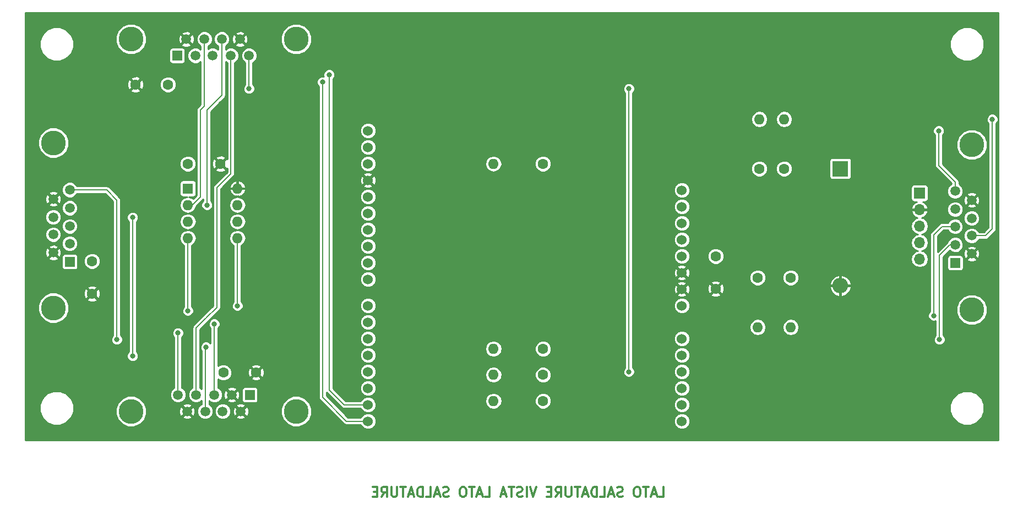
<source format=gbr>
G04 #@! TF.FileFunction,Copper,L2,Bot,Signal*
%FSLAX46Y46*%
G04 Gerber Fmt 4.6, Leading zero omitted, Abs format (unit mm)*
G04 Created by KiCad (PCBNEW 4.0.2-stable) date 22/12/2017 23:20:32*
%MOMM*%
G01*
G04 APERTURE LIST*
%ADD10C,0.100000*%
%ADD11C,0.300000*%
%ADD12C,1.524000*%
%ADD13C,3.810000*%
%ADD14R,1.520000X1.520000*%
%ADD15C,1.520000*%
%ADD16C,1.600000*%
%ADD17R,1.600000X1.600000*%
%ADD18O,1.600000X1.600000*%
%ADD19R,1.700000X1.700000*%
%ADD20O,1.700000X1.700000*%
%ADD21R,2.400000X2.400000*%
%ADD22O,2.400000X2.400000*%
%ADD23C,0.800000*%
%ADD24C,0.200000*%
%ADD25C,0.250000*%
G04 APERTURE END LIST*
D10*
D11*
X171642856Y-123678571D02*
X172357142Y-123678571D01*
X172357142Y-122178571D01*
X171214285Y-123250000D02*
X170499999Y-123250000D01*
X171357142Y-123678571D02*
X170857142Y-122178571D01*
X170357142Y-123678571D01*
X170071428Y-122178571D02*
X169214285Y-122178571D01*
X169642856Y-123678571D02*
X169642856Y-122178571D01*
X168428571Y-122178571D02*
X168142857Y-122178571D01*
X167999999Y-122250000D01*
X167857142Y-122392857D01*
X167785714Y-122678571D01*
X167785714Y-123178571D01*
X167857142Y-123464286D01*
X167999999Y-123607143D01*
X168142857Y-123678571D01*
X168428571Y-123678571D01*
X168571428Y-123607143D01*
X168714285Y-123464286D01*
X168785714Y-123178571D01*
X168785714Y-122678571D01*
X168714285Y-122392857D01*
X168571428Y-122250000D01*
X168428571Y-122178571D01*
X166071428Y-123607143D02*
X165857142Y-123678571D01*
X165499999Y-123678571D01*
X165357142Y-123607143D01*
X165285713Y-123535714D01*
X165214285Y-123392857D01*
X165214285Y-123250000D01*
X165285713Y-123107143D01*
X165357142Y-123035714D01*
X165499999Y-122964286D01*
X165785713Y-122892857D01*
X165928571Y-122821429D01*
X165999999Y-122750000D01*
X166071428Y-122607143D01*
X166071428Y-122464286D01*
X165999999Y-122321429D01*
X165928571Y-122250000D01*
X165785713Y-122178571D01*
X165428571Y-122178571D01*
X165214285Y-122250000D01*
X164642857Y-123250000D02*
X163928571Y-123250000D01*
X164785714Y-123678571D02*
X164285714Y-122178571D01*
X163785714Y-123678571D01*
X162571428Y-123678571D02*
X163285714Y-123678571D01*
X163285714Y-122178571D01*
X162071428Y-123678571D02*
X162071428Y-122178571D01*
X161714285Y-122178571D01*
X161500000Y-122250000D01*
X161357142Y-122392857D01*
X161285714Y-122535714D01*
X161214285Y-122821429D01*
X161214285Y-123035714D01*
X161285714Y-123321429D01*
X161357142Y-123464286D01*
X161500000Y-123607143D01*
X161714285Y-123678571D01*
X162071428Y-123678571D01*
X160642857Y-123250000D02*
X159928571Y-123250000D01*
X160785714Y-123678571D02*
X160285714Y-122178571D01*
X159785714Y-123678571D01*
X159500000Y-122178571D02*
X158642857Y-122178571D01*
X159071428Y-123678571D02*
X159071428Y-122178571D01*
X158142857Y-122178571D02*
X158142857Y-123392857D01*
X158071429Y-123535714D01*
X158000000Y-123607143D01*
X157857143Y-123678571D01*
X157571429Y-123678571D01*
X157428571Y-123607143D01*
X157357143Y-123535714D01*
X157285714Y-123392857D01*
X157285714Y-122178571D01*
X155714285Y-123678571D02*
X156214285Y-122964286D01*
X156571428Y-123678571D02*
X156571428Y-122178571D01*
X156000000Y-122178571D01*
X155857142Y-122250000D01*
X155785714Y-122321429D01*
X155714285Y-122464286D01*
X155714285Y-122678571D01*
X155785714Y-122821429D01*
X155857142Y-122892857D01*
X156000000Y-122964286D01*
X156571428Y-122964286D01*
X155071428Y-122892857D02*
X154571428Y-122892857D01*
X154357142Y-123678571D02*
X155071428Y-123678571D01*
X155071428Y-122178571D01*
X154357142Y-122178571D01*
X152785714Y-122178571D02*
X152285714Y-123678571D01*
X151785714Y-122178571D01*
X151285714Y-123678571D02*
X151285714Y-122178571D01*
X150642857Y-123607143D02*
X150428571Y-123678571D01*
X150071428Y-123678571D01*
X149928571Y-123607143D01*
X149857142Y-123535714D01*
X149785714Y-123392857D01*
X149785714Y-123250000D01*
X149857142Y-123107143D01*
X149928571Y-123035714D01*
X150071428Y-122964286D01*
X150357142Y-122892857D01*
X150500000Y-122821429D01*
X150571428Y-122750000D01*
X150642857Y-122607143D01*
X150642857Y-122464286D01*
X150571428Y-122321429D01*
X150500000Y-122250000D01*
X150357142Y-122178571D01*
X150000000Y-122178571D01*
X149785714Y-122250000D01*
X149357143Y-122178571D02*
X148500000Y-122178571D01*
X148928571Y-123678571D02*
X148928571Y-122178571D01*
X148071429Y-123250000D02*
X147357143Y-123250000D01*
X148214286Y-123678571D02*
X147714286Y-122178571D01*
X147214286Y-123678571D01*
X144857143Y-123678571D02*
X145571429Y-123678571D01*
X145571429Y-122178571D01*
X144428572Y-123250000D02*
X143714286Y-123250000D01*
X144571429Y-123678571D02*
X144071429Y-122178571D01*
X143571429Y-123678571D01*
X143285715Y-122178571D02*
X142428572Y-122178571D01*
X142857143Y-123678571D02*
X142857143Y-122178571D01*
X141642858Y-122178571D02*
X141357144Y-122178571D01*
X141214286Y-122250000D01*
X141071429Y-122392857D01*
X141000001Y-122678571D01*
X141000001Y-123178571D01*
X141071429Y-123464286D01*
X141214286Y-123607143D01*
X141357144Y-123678571D01*
X141642858Y-123678571D01*
X141785715Y-123607143D01*
X141928572Y-123464286D01*
X142000001Y-123178571D01*
X142000001Y-122678571D01*
X141928572Y-122392857D01*
X141785715Y-122250000D01*
X141642858Y-122178571D01*
X139285715Y-123607143D02*
X139071429Y-123678571D01*
X138714286Y-123678571D01*
X138571429Y-123607143D01*
X138500000Y-123535714D01*
X138428572Y-123392857D01*
X138428572Y-123250000D01*
X138500000Y-123107143D01*
X138571429Y-123035714D01*
X138714286Y-122964286D01*
X139000000Y-122892857D01*
X139142858Y-122821429D01*
X139214286Y-122750000D01*
X139285715Y-122607143D01*
X139285715Y-122464286D01*
X139214286Y-122321429D01*
X139142858Y-122250000D01*
X139000000Y-122178571D01*
X138642858Y-122178571D01*
X138428572Y-122250000D01*
X137857144Y-123250000D02*
X137142858Y-123250000D01*
X138000001Y-123678571D02*
X137500001Y-122178571D01*
X137000001Y-123678571D01*
X135785715Y-123678571D02*
X136500001Y-123678571D01*
X136500001Y-122178571D01*
X135285715Y-123678571D02*
X135285715Y-122178571D01*
X134928572Y-122178571D01*
X134714287Y-122250000D01*
X134571429Y-122392857D01*
X134500001Y-122535714D01*
X134428572Y-122821429D01*
X134428572Y-123035714D01*
X134500001Y-123321429D01*
X134571429Y-123464286D01*
X134714287Y-123607143D01*
X134928572Y-123678571D01*
X135285715Y-123678571D01*
X133857144Y-123250000D02*
X133142858Y-123250000D01*
X134000001Y-123678571D02*
X133500001Y-122178571D01*
X133000001Y-123678571D01*
X132714287Y-122178571D02*
X131857144Y-122178571D01*
X132285715Y-123678571D02*
X132285715Y-122178571D01*
X131357144Y-122178571D02*
X131357144Y-123392857D01*
X131285716Y-123535714D01*
X131214287Y-123607143D01*
X131071430Y-123678571D01*
X130785716Y-123678571D01*
X130642858Y-123607143D01*
X130571430Y-123535714D01*
X130500001Y-123392857D01*
X130500001Y-122178571D01*
X128928572Y-123678571D02*
X129428572Y-122964286D01*
X129785715Y-123678571D02*
X129785715Y-122178571D01*
X129214287Y-122178571D01*
X129071429Y-122250000D01*
X129000001Y-122321429D01*
X128928572Y-122464286D01*
X128928572Y-122678571D01*
X129000001Y-122821429D01*
X129071429Y-122892857D01*
X129214287Y-122964286D01*
X129785715Y-122964286D01*
X128285715Y-122892857D02*
X127785715Y-122892857D01*
X127571429Y-123678571D02*
X128285715Y-123678571D01*
X128285715Y-122178571D01*
X127571429Y-122178571D01*
D12*
X175132000Y-76472000D03*
X175132000Y-81552000D03*
X175132000Y-84092000D03*
X175132000Y-86632000D03*
X175132000Y-89172000D03*
X175132000Y-91712000D03*
X175132000Y-94252000D03*
X175132000Y-99332000D03*
X175132000Y-101872000D03*
X175132000Y-104412000D03*
X175132000Y-106952000D03*
X175132000Y-109492000D03*
X175132000Y-112032000D03*
X126872000Y-112032000D03*
X126872000Y-109492000D03*
X126872000Y-106952000D03*
X126872000Y-104412000D03*
X126872000Y-101872000D03*
X126872000Y-99332000D03*
X126872000Y-96792000D03*
X126872000Y-94252000D03*
X126872000Y-90188000D03*
X126872000Y-87648000D03*
X126872000Y-85108000D03*
X126872000Y-82568000D03*
X126872000Y-80028000D03*
X126872000Y-77488000D03*
X126872000Y-74948000D03*
X126872000Y-72408000D03*
X126872000Y-69868000D03*
X126872000Y-67328000D03*
X175132000Y-79012000D03*
D13*
X90421000Y-110508000D03*
X115821000Y-110508000D03*
D14*
X108711000Y-107968000D03*
D15*
X105921000Y-107968000D03*
X103251000Y-107968000D03*
X100451000Y-107968000D03*
X97661000Y-107968000D03*
X107311000Y-110508000D03*
X104521000Y-110508000D03*
X101851000Y-110508000D03*
X99061000Y-110508000D03*
D16*
X96138000Y-60216000D03*
X91138000Y-60216000D03*
X104647000Y-104539000D03*
X109647000Y-104539000D03*
X99186000Y-72408000D03*
X104186000Y-72408000D03*
X84454000Y-87394000D03*
X84454000Y-92394000D03*
D17*
X99186000Y-76218000D03*
D18*
X106806000Y-83838000D03*
X99186000Y-78758000D03*
X106806000Y-81298000D03*
X99186000Y-81298000D03*
X106806000Y-78758000D03*
X99186000Y-83838000D03*
X106806000Y-76218000D03*
D19*
X211708000Y-76916500D03*
D20*
X211708000Y-79456500D03*
X211708000Y-81996500D03*
X211708000Y-84536500D03*
X211708000Y-87076500D03*
D13*
X78486000Y-69190000D03*
X78486000Y-94590000D03*
D14*
X81026000Y-87480000D03*
D15*
X81026000Y-84690000D03*
X81026000Y-82020000D03*
X81026000Y-79220000D03*
X81026000Y-76430000D03*
X78486000Y-86080000D03*
X78486000Y-83290000D03*
X78486000Y-80620000D03*
X78486000Y-77830000D03*
D13*
X115825000Y-53231000D03*
X90425000Y-53231000D03*
D14*
X97535000Y-55771000D03*
D15*
X100325000Y-55771000D03*
X102995000Y-55771000D03*
X105795000Y-55771000D03*
X108585000Y-55771000D03*
X98935000Y-53231000D03*
X101725000Y-53231000D03*
X104395000Y-53231000D03*
X107185000Y-53231000D03*
D13*
X219717000Y-94906200D03*
X219717000Y-69506200D03*
D14*
X217177000Y-87666200D03*
D15*
X217177000Y-84876200D03*
X217177000Y-82076200D03*
X217177000Y-79416200D03*
X217177000Y-76616200D03*
X219717000Y-78016200D03*
X219717000Y-80806200D03*
X219717000Y-83476200D03*
X219717000Y-86266200D03*
D16*
X153800000Y-104900000D03*
D18*
X146180000Y-104900000D03*
D16*
X153800000Y-108900000D03*
D18*
X146180000Y-108900000D03*
D16*
X153800000Y-100900000D03*
D18*
X146180000Y-100900000D03*
D16*
X187070000Y-73170000D03*
D18*
X187070000Y-65550000D03*
D16*
X190880000Y-73170000D03*
D18*
X190880000Y-65550000D03*
D16*
X186816000Y-89934000D03*
D18*
X186816000Y-97554000D03*
D16*
X191896000Y-89934000D03*
D18*
X191896000Y-97554000D03*
D16*
X153796000Y-72408000D03*
D18*
X146176000Y-72408000D03*
D16*
X180339000Y-86632000D03*
X180339000Y-91632000D03*
D21*
X199516000Y-73170000D03*
D22*
X199516000Y-91170000D03*
D23*
X222884000Y-65550000D03*
X214629000Y-67328000D03*
X99186000Y-95014000D03*
X214756000Y-99459000D03*
X213867000Y-95776000D03*
X106806000Y-94252000D03*
X97662000Y-98443000D03*
X101980000Y-100602000D03*
X90677000Y-80663000D03*
X90677000Y-101999000D03*
X120903000Y-58692000D03*
X119887000Y-59835000D03*
X102107000Y-78758000D03*
X103250000Y-97046000D03*
X88264000Y-99459000D03*
X167004000Y-104412000D03*
X167004000Y-60851000D03*
X108584000Y-60851000D03*
D24*
X219717000Y-83476200D02*
X221848800Y-83476200D01*
X222884000Y-82441000D02*
X222884000Y-65550000D01*
X221848800Y-83476200D02*
X222884000Y-82441000D01*
X217177000Y-76616200D02*
X217177000Y-75210000D01*
X214629000Y-72662000D02*
X214629000Y-67328000D01*
X217177000Y-75210000D02*
X214629000Y-72662000D01*
X216741700Y-76552700D02*
X217177000Y-76616200D01*
X217177000Y-84876200D02*
X216384800Y-84876200D01*
X214756000Y-86505000D02*
X214756000Y-99459000D01*
X216384800Y-84876200D02*
X214756000Y-86505000D01*
X99186000Y-83838000D02*
X99186000Y-95014000D01*
X215137000Y-82060000D02*
X217160800Y-82060000D01*
X213867000Y-83330000D02*
X215137000Y-82060000D01*
X213867000Y-95776000D02*
X213867000Y-83330000D01*
X217160800Y-82060000D02*
X217177000Y-82076200D01*
X106806000Y-94252000D02*
X106806000Y-83838000D01*
X97661000Y-98444000D02*
X97661000Y-107968000D01*
X97662000Y-98443000D02*
X97661000Y-98444000D01*
X101851000Y-110508000D02*
X101851000Y-100731000D01*
X101980000Y-100602000D02*
X101851000Y-100731000D01*
X90677000Y-101999000D02*
X90677000Y-80663000D01*
X126872000Y-109492000D02*
X123189000Y-109492000D01*
X123189000Y-109492000D02*
X120903000Y-107206000D01*
X120903000Y-67836000D02*
X120903000Y-58692000D01*
X120903000Y-75710000D02*
X120903000Y-67836000D01*
X120903000Y-67836000D02*
X120903000Y-67455000D01*
X120903000Y-86251000D02*
X120903000Y-75710000D01*
X120903000Y-88156000D02*
X120903000Y-86251000D01*
X120903000Y-93363000D02*
X120903000Y-88156000D01*
X120903000Y-107206000D02*
X120903000Y-93363000D01*
X119887000Y-107841000D02*
X119887000Y-108349000D01*
X123570000Y-112032000D02*
X126872000Y-112032000D01*
X119887000Y-108349000D02*
X123570000Y-112032000D01*
X119887000Y-59835000D02*
X119887000Y-107841000D01*
X105795000Y-61232000D02*
X105795000Y-73927000D01*
X103631000Y-94506000D02*
X101980000Y-96157000D01*
X103631000Y-76091000D02*
X103631000Y-94506000D01*
X105795000Y-73927000D02*
X103631000Y-76091000D01*
X101980000Y-96157000D02*
X100451000Y-97686000D01*
X100451000Y-107968000D02*
X100451000Y-97686000D01*
X105795000Y-61232000D02*
X105795000Y-55771000D01*
X99186000Y-78758000D02*
X99821000Y-78758000D01*
X99821000Y-78758000D02*
X101091000Y-77488000D01*
X101091000Y-64153000D02*
X101725000Y-63519000D01*
X101091000Y-77488000D02*
X101091000Y-64153000D01*
X101725000Y-63519000D02*
X101725000Y-53231000D01*
X102107000Y-78758000D02*
X102107000Y-64153000D01*
X102107000Y-64153000D02*
X103758000Y-62502000D01*
X103758000Y-62502000D02*
X104395000Y-61865000D01*
X104395000Y-61865000D02*
X104395000Y-53231000D01*
X103251000Y-97047000D02*
X103251000Y-107968000D01*
X103250000Y-97046000D02*
X103251000Y-97047000D01*
X88264000Y-78377000D02*
X88264000Y-77996000D01*
X86698000Y-76430000D02*
X81026000Y-76430000D01*
X88264000Y-77996000D02*
X86698000Y-76430000D01*
X88264000Y-99459000D02*
X88264000Y-97554000D01*
X88264000Y-97554000D02*
X88264000Y-78377000D01*
X108585000Y-55771000D02*
X108585000Y-60850000D01*
X167004000Y-83076000D02*
X167004000Y-104412000D01*
X167004000Y-71646000D02*
X167004000Y-83076000D01*
X167004000Y-60851000D02*
X167004000Y-71646000D01*
X108585000Y-60850000D02*
X108584000Y-60851000D01*
D25*
G36*
X223775000Y-114955000D02*
X74165000Y-114955000D01*
X74165000Y-110519854D01*
X76374545Y-110519854D01*
X76773336Y-111485001D01*
X77511115Y-112224069D01*
X78475564Y-112624544D01*
X79519854Y-112625455D01*
X80485001Y-112226664D01*
X81224069Y-111488885D01*
X81435653Y-110979334D01*
X88040588Y-110979334D01*
X88402158Y-111854400D01*
X89071078Y-112524489D01*
X89945512Y-112887586D01*
X90892334Y-112888412D01*
X91767400Y-112526842D01*
X92437489Y-111857922D01*
X92641875Y-111365704D01*
X98309362Y-111365704D01*
X98382854Y-111568985D01*
X98840497Y-111747737D01*
X99331709Y-111737751D01*
X99739146Y-111568985D01*
X99812638Y-111365704D01*
X99061000Y-110614066D01*
X98309362Y-111365704D01*
X92641875Y-111365704D01*
X92800586Y-110983488D01*
X92801193Y-110287497D01*
X97821263Y-110287497D01*
X97831249Y-110778709D01*
X98000015Y-111186146D01*
X98203296Y-111259638D01*
X98954934Y-110508000D01*
X99167066Y-110508000D01*
X99918704Y-111259638D01*
X100121985Y-111186146D01*
X100300737Y-110728503D01*
X100290751Y-110237291D01*
X100121985Y-109829854D01*
X99918704Y-109756362D01*
X99167066Y-110508000D01*
X98954934Y-110508000D01*
X98203296Y-109756362D01*
X98000015Y-109829854D01*
X97821263Y-110287497D01*
X92801193Y-110287497D01*
X92801412Y-110036666D01*
X92641768Y-109650296D01*
X98309362Y-109650296D01*
X99061000Y-110401934D01*
X99812638Y-109650296D01*
X99739146Y-109447015D01*
X99281503Y-109268263D01*
X98790291Y-109278249D01*
X98382854Y-109447015D01*
X98309362Y-109650296D01*
X92641768Y-109650296D01*
X92439842Y-109161600D01*
X91770922Y-108491511D01*
X91099180Y-108212579D01*
X96425786Y-108212579D01*
X96613408Y-108666657D01*
X96960515Y-109014371D01*
X97414266Y-109202785D01*
X97905579Y-109203214D01*
X98359657Y-109015592D01*
X98707371Y-108668485D01*
X98895785Y-108214734D01*
X98896214Y-107723421D01*
X98708592Y-107269343D01*
X98361485Y-106921629D01*
X98236000Y-106869523D01*
X98236000Y-99106359D01*
X98403356Y-98939295D01*
X98536848Y-98617812D01*
X98537151Y-98269715D01*
X98404221Y-97948000D01*
X98158295Y-97701644D01*
X97836812Y-97568152D01*
X97488715Y-97567849D01*
X97167000Y-97700779D01*
X96920644Y-97946705D01*
X96787152Y-98268188D01*
X96786849Y-98616285D01*
X96919779Y-98938000D01*
X97086000Y-99104512D01*
X97086000Y-106869314D01*
X96962343Y-106920408D01*
X96614629Y-107267515D01*
X96426215Y-107721266D01*
X96425786Y-108212579D01*
X91099180Y-108212579D01*
X90896488Y-108128414D01*
X89949666Y-108127588D01*
X89074600Y-108489158D01*
X88404511Y-109158078D01*
X88041414Y-110032512D01*
X88040588Y-110979334D01*
X81435653Y-110979334D01*
X81624544Y-110524436D01*
X81625455Y-109480146D01*
X81226664Y-108514999D01*
X80488885Y-107775931D01*
X79524436Y-107375456D01*
X78480146Y-107374545D01*
X77514999Y-107773336D01*
X76775931Y-108511115D01*
X76375456Y-109475564D01*
X76374545Y-110519854D01*
X74165000Y-110519854D01*
X74165000Y-95061334D01*
X76105588Y-95061334D01*
X76467158Y-95936400D01*
X77136078Y-96606489D01*
X78010512Y-96969586D01*
X78957334Y-96970412D01*
X79832400Y-96608842D01*
X80502489Y-95939922D01*
X80865586Y-95065488D01*
X80866412Y-94118666D01*
X80520132Y-93280603D01*
X83673463Y-93280603D01*
X83751840Y-93488037D01*
X84223958Y-93673463D01*
X84731099Y-93664103D01*
X85156160Y-93488037D01*
X85234537Y-93280603D01*
X84454000Y-92500066D01*
X83673463Y-93280603D01*
X80520132Y-93280603D01*
X80504842Y-93243600D01*
X79835922Y-92573511D01*
X78961488Y-92210414D01*
X78014666Y-92209588D01*
X77139600Y-92571158D01*
X76469511Y-93240078D01*
X76106414Y-94114512D01*
X76105588Y-95061334D01*
X74165000Y-95061334D01*
X74165000Y-92163958D01*
X83174537Y-92163958D01*
X83183897Y-92671099D01*
X83359963Y-93096160D01*
X83567397Y-93174537D01*
X84347934Y-92394000D01*
X84560066Y-92394000D01*
X85340603Y-93174537D01*
X85548037Y-93096160D01*
X85733463Y-92624042D01*
X85724103Y-92116901D01*
X85548037Y-91691840D01*
X85340603Y-91613463D01*
X84560066Y-92394000D01*
X84347934Y-92394000D01*
X83567397Y-91613463D01*
X83359963Y-91691840D01*
X83174537Y-92163958D01*
X74165000Y-92163958D01*
X74165000Y-91507397D01*
X83673463Y-91507397D01*
X84454000Y-92287934D01*
X85234537Y-91507397D01*
X85156160Y-91299963D01*
X84684042Y-91114537D01*
X84176901Y-91123897D01*
X83751840Y-91299963D01*
X83673463Y-91507397D01*
X74165000Y-91507397D01*
X74165000Y-86937704D01*
X77734362Y-86937704D01*
X77807854Y-87140985D01*
X78265497Y-87319737D01*
X78756709Y-87309751D01*
X79164146Y-87140985D01*
X79237638Y-86937704D01*
X78486000Y-86186066D01*
X77734362Y-86937704D01*
X74165000Y-86937704D01*
X74165000Y-85859497D01*
X77246263Y-85859497D01*
X77256249Y-86350709D01*
X77425015Y-86758146D01*
X77628296Y-86831638D01*
X78379934Y-86080000D01*
X78592066Y-86080000D01*
X79343704Y-86831638D01*
X79546985Y-86758146D01*
X79561884Y-86720000D01*
X79781695Y-86720000D01*
X79781695Y-88240000D01*
X79814816Y-88416024D01*
X79918846Y-88577692D01*
X80077578Y-88686149D01*
X80266000Y-88724305D01*
X81786000Y-88724305D01*
X81962024Y-88691184D01*
X82123692Y-88587154D01*
X82232149Y-88428422D01*
X82270305Y-88240000D01*
X82270305Y-87646501D01*
X83178779Y-87646501D01*
X83372477Y-88115286D01*
X83730827Y-88474262D01*
X84199274Y-88668778D01*
X84706501Y-88669221D01*
X85175286Y-88475523D01*
X85534262Y-88117173D01*
X85728778Y-87648726D01*
X85729221Y-87141499D01*
X85535523Y-86672714D01*
X85177173Y-86313738D01*
X84708726Y-86119222D01*
X84201499Y-86118779D01*
X83732714Y-86312477D01*
X83373738Y-86670827D01*
X83179222Y-87139274D01*
X83178779Y-87646501D01*
X82270305Y-87646501D01*
X82270305Y-86720000D01*
X82237184Y-86543976D01*
X82133154Y-86382308D01*
X81974422Y-86273851D01*
X81786000Y-86235695D01*
X80266000Y-86235695D01*
X80089976Y-86268816D01*
X79928308Y-86372846D01*
X79819851Y-86531578D01*
X79781695Y-86720000D01*
X79561884Y-86720000D01*
X79725737Y-86300503D01*
X79715751Y-85809291D01*
X79546985Y-85401854D01*
X79343704Y-85328362D01*
X78592066Y-86080000D01*
X78379934Y-86080000D01*
X77628296Y-85328362D01*
X77425015Y-85401854D01*
X77246263Y-85859497D01*
X74165000Y-85859497D01*
X74165000Y-85222296D01*
X77734362Y-85222296D01*
X78486000Y-85973934D01*
X79237638Y-85222296D01*
X79164146Y-85019015D01*
X78947972Y-84934579D01*
X79790786Y-84934579D01*
X79978408Y-85388657D01*
X80325515Y-85736371D01*
X80779266Y-85924785D01*
X81270579Y-85925214D01*
X81724657Y-85737592D01*
X82072371Y-85390485D01*
X82260785Y-84936734D01*
X82261214Y-84445421D01*
X82073592Y-83991343D01*
X81726485Y-83643629D01*
X81272734Y-83455215D01*
X80781421Y-83454786D01*
X80327343Y-83642408D01*
X79979629Y-83989515D01*
X79791215Y-84443266D01*
X79790786Y-84934579D01*
X78947972Y-84934579D01*
X78706503Y-84840263D01*
X78215291Y-84850249D01*
X77807854Y-85019015D01*
X77734362Y-85222296D01*
X74165000Y-85222296D01*
X74165000Y-83534579D01*
X77250786Y-83534579D01*
X77438408Y-83988657D01*
X77785515Y-84336371D01*
X78239266Y-84524785D01*
X78730579Y-84525214D01*
X79184657Y-84337592D01*
X79532371Y-83990485D01*
X79720785Y-83536734D01*
X79721214Y-83045421D01*
X79533592Y-82591343D01*
X79207399Y-82264579D01*
X79790786Y-82264579D01*
X79978408Y-82718657D01*
X80325515Y-83066371D01*
X80779266Y-83254785D01*
X81270579Y-83255214D01*
X81724657Y-83067592D01*
X82072371Y-82720485D01*
X82260785Y-82266734D01*
X82261214Y-81775421D01*
X82073592Y-81321343D01*
X81726485Y-80973629D01*
X81272734Y-80785215D01*
X80781421Y-80784786D01*
X80327343Y-80972408D01*
X79979629Y-81319515D01*
X79791215Y-81773266D01*
X79790786Y-82264579D01*
X79207399Y-82264579D01*
X79186485Y-82243629D01*
X78732734Y-82055215D01*
X78241421Y-82054786D01*
X77787343Y-82242408D01*
X77439629Y-82589515D01*
X77251215Y-83043266D01*
X77250786Y-83534579D01*
X74165000Y-83534579D01*
X74165000Y-80864579D01*
X77250786Y-80864579D01*
X77438408Y-81318657D01*
X77785515Y-81666371D01*
X78239266Y-81854785D01*
X78730579Y-81855214D01*
X79184657Y-81667592D01*
X79532371Y-81320485D01*
X79720785Y-80866734D01*
X79721214Y-80375421D01*
X79533592Y-79921343D01*
X79186485Y-79573629D01*
X78923864Y-79464579D01*
X79790786Y-79464579D01*
X79978408Y-79918657D01*
X80325515Y-80266371D01*
X80779266Y-80454785D01*
X81270579Y-80455214D01*
X81724657Y-80267592D01*
X82072371Y-79920485D01*
X82260785Y-79466734D01*
X82261214Y-78975421D01*
X82073592Y-78521343D01*
X81726485Y-78173629D01*
X81272734Y-77985215D01*
X80781421Y-77984786D01*
X80327343Y-78172408D01*
X79979629Y-78519515D01*
X79791215Y-78973266D01*
X79790786Y-79464579D01*
X78923864Y-79464579D01*
X78732734Y-79385215D01*
X78241421Y-79384786D01*
X77787343Y-79572408D01*
X77439629Y-79919515D01*
X77251215Y-80373266D01*
X77250786Y-80864579D01*
X74165000Y-80864579D01*
X74165000Y-78687704D01*
X77734362Y-78687704D01*
X77807854Y-78890985D01*
X78265497Y-79069737D01*
X78756709Y-79059751D01*
X79164146Y-78890985D01*
X79237638Y-78687704D01*
X78486000Y-77936066D01*
X77734362Y-78687704D01*
X74165000Y-78687704D01*
X74165000Y-77609497D01*
X77246263Y-77609497D01*
X77256249Y-78100709D01*
X77425015Y-78508146D01*
X77628296Y-78581638D01*
X78379934Y-77830000D01*
X78592066Y-77830000D01*
X79343704Y-78581638D01*
X79546985Y-78508146D01*
X79725737Y-78050503D01*
X79715751Y-77559291D01*
X79546985Y-77151854D01*
X79343704Y-77078362D01*
X78592066Y-77830000D01*
X78379934Y-77830000D01*
X77628296Y-77078362D01*
X77425015Y-77151854D01*
X77246263Y-77609497D01*
X74165000Y-77609497D01*
X74165000Y-76972296D01*
X77734362Y-76972296D01*
X78486000Y-77723934D01*
X79237638Y-76972296D01*
X79164146Y-76769015D01*
X78922370Y-76674579D01*
X79790786Y-76674579D01*
X79978408Y-77128657D01*
X80325515Y-77476371D01*
X80779266Y-77664785D01*
X81270579Y-77665214D01*
X81724657Y-77477592D01*
X82072371Y-77130485D01*
X82124477Y-77005000D01*
X86459828Y-77005000D01*
X87689000Y-78234173D01*
X87689000Y-98796639D01*
X87522644Y-98962705D01*
X87389152Y-99284188D01*
X87388849Y-99632285D01*
X87521779Y-99954000D01*
X87767705Y-100200356D01*
X88089188Y-100333848D01*
X88437285Y-100334151D01*
X88759000Y-100201221D01*
X89005356Y-99955295D01*
X89138848Y-99633812D01*
X89139151Y-99285715D01*
X89006221Y-98964000D01*
X88839000Y-98796487D01*
X88839000Y-80836285D01*
X89801849Y-80836285D01*
X89934779Y-81158000D01*
X90102000Y-81325513D01*
X90102000Y-101336639D01*
X89935644Y-101502705D01*
X89802152Y-101824188D01*
X89801849Y-102172285D01*
X89934779Y-102494000D01*
X90180705Y-102740356D01*
X90502188Y-102873848D01*
X90850285Y-102874151D01*
X91172000Y-102741221D01*
X91418356Y-102495295D01*
X91551848Y-102173812D01*
X91552151Y-101825715D01*
X91419221Y-101504000D01*
X91252000Y-101336487D01*
X91252000Y-81325361D01*
X91418356Y-81159295D01*
X91551848Y-80837812D01*
X91552151Y-80489715D01*
X91419221Y-80168000D01*
X91173295Y-79921644D01*
X90851812Y-79788152D01*
X90503715Y-79787849D01*
X90182000Y-79920779D01*
X89935644Y-80166705D01*
X89802152Y-80488188D01*
X89801849Y-80836285D01*
X88839000Y-80836285D01*
X88839000Y-78758000D01*
X97886021Y-78758000D01*
X97983075Y-79245921D01*
X98259460Y-79659561D01*
X98673100Y-79935946D01*
X99135884Y-80028000D01*
X98673100Y-80120054D01*
X98259460Y-80396439D01*
X97983075Y-80810079D01*
X97886021Y-81298000D01*
X97983075Y-81785921D01*
X98259460Y-82199561D01*
X98673100Y-82475946D01*
X99135884Y-82568000D01*
X98673100Y-82660054D01*
X98259460Y-82936439D01*
X97983075Y-83350079D01*
X97886021Y-83838000D01*
X97983075Y-84325921D01*
X98259460Y-84739561D01*
X98611000Y-84974452D01*
X98611000Y-94351639D01*
X98444644Y-94517705D01*
X98311152Y-94839188D01*
X98310849Y-95187285D01*
X98443779Y-95509000D01*
X98689705Y-95755356D01*
X99011188Y-95888848D01*
X99359285Y-95889151D01*
X99681000Y-95756221D01*
X99927356Y-95510295D01*
X100060848Y-95188812D01*
X100061151Y-94840715D01*
X99928221Y-94519000D01*
X99761000Y-94351487D01*
X99761000Y-84974452D01*
X100112540Y-84739561D01*
X100388925Y-84325921D01*
X100485979Y-83838000D01*
X100388925Y-83350079D01*
X100112540Y-82936439D01*
X99698900Y-82660054D01*
X99236116Y-82568000D01*
X99698900Y-82475946D01*
X100112540Y-82199561D01*
X100388925Y-81785921D01*
X100485979Y-81298000D01*
X100388925Y-80810079D01*
X100112540Y-80396439D01*
X99698900Y-80120054D01*
X99236116Y-80028000D01*
X99698900Y-79935946D01*
X100112540Y-79659561D01*
X100388925Y-79245921D01*
X100449182Y-78942990D01*
X101497586Y-77894587D01*
X101532000Y-77843083D01*
X101532000Y-78095639D01*
X101365644Y-78261705D01*
X101232152Y-78583188D01*
X101231849Y-78931285D01*
X101364779Y-79253000D01*
X101610705Y-79499356D01*
X101932188Y-79632848D01*
X102280285Y-79633151D01*
X102602000Y-79500221D01*
X102848356Y-79254295D01*
X102981848Y-78932812D01*
X102982151Y-78584715D01*
X102849221Y-78263000D01*
X102682000Y-78095487D01*
X102682000Y-73294603D01*
X103405463Y-73294603D01*
X103483840Y-73502037D01*
X103955958Y-73687463D01*
X104463099Y-73678103D01*
X104888160Y-73502037D01*
X104966537Y-73294603D01*
X104186000Y-72514066D01*
X103405463Y-73294603D01*
X102682000Y-73294603D01*
X102682000Y-72177958D01*
X102906537Y-72177958D01*
X102915897Y-72685099D01*
X103091963Y-73110160D01*
X103299397Y-73188537D01*
X104079934Y-72408000D01*
X103299397Y-71627463D01*
X103091963Y-71705840D01*
X102906537Y-72177958D01*
X102682000Y-72177958D01*
X102682000Y-71521397D01*
X103405463Y-71521397D01*
X104186000Y-72301934D01*
X104966537Y-71521397D01*
X104888160Y-71313963D01*
X104416042Y-71128537D01*
X103908901Y-71137897D01*
X103483840Y-71313963D01*
X103405463Y-71521397D01*
X102682000Y-71521397D01*
X102682000Y-64391172D01*
X104164587Y-62908586D01*
X104164589Y-62908583D01*
X104801586Y-62271586D01*
X104926231Y-62085043D01*
X104948961Y-61970769D01*
X104970000Y-61865000D01*
X104970000Y-56692638D01*
X105094515Y-56817371D01*
X105220000Y-56869477D01*
X105220000Y-71683156D01*
X105072603Y-71627463D01*
X104292066Y-72408000D01*
X105072603Y-73188537D01*
X105220000Y-73132844D01*
X105220000Y-73688827D01*
X103224414Y-75684414D01*
X103099769Y-75870957D01*
X103056000Y-76091000D01*
X103056000Y-94267827D01*
X101573417Y-95750411D01*
X101573414Y-95750413D01*
X100044414Y-97279414D01*
X99919769Y-97465957D01*
X99876000Y-97686000D01*
X99876000Y-106869314D01*
X99752343Y-106920408D01*
X99404629Y-107267515D01*
X99216215Y-107721266D01*
X99215786Y-108212579D01*
X99403408Y-108666657D01*
X99750515Y-109014371D01*
X100204266Y-109202785D01*
X100695579Y-109203214D01*
X101149657Y-109015592D01*
X101276000Y-108889470D01*
X101276000Y-109409314D01*
X101152343Y-109460408D01*
X100804629Y-109807515D01*
X100616215Y-110261266D01*
X100615786Y-110752579D01*
X100803408Y-111206657D01*
X101150515Y-111554371D01*
X101604266Y-111742785D01*
X102095579Y-111743214D01*
X102549657Y-111555592D01*
X102897371Y-111208485D01*
X103085785Y-110754734D01*
X103085786Y-110752579D01*
X103285786Y-110752579D01*
X103473408Y-111206657D01*
X103820515Y-111554371D01*
X104274266Y-111742785D01*
X104765579Y-111743214D01*
X105219657Y-111555592D01*
X105409877Y-111365704D01*
X106559362Y-111365704D01*
X106632854Y-111568985D01*
X107090497Y-111747737D01*
X107581709Y-111737751D01*
X107989146Y-111568985D01*
X108062638Y-111365704D01*
X107311000Y-110614066D01*
X106559362Y-111365704D01*
X105409877Y-111365704D01*
X105567371Y-111208485D01*
X105755785Y-110754734D01*
X105756192Y-110287497D01*
X106071263Y-110287497D01*
X106081249Y-110778709D01*
X106250015Y-111186146D01*
X106453296Y-111259638D01*
X107204934Y-110508000D01*
X107417066Y-110508000D01*
X108168704Y-111259638D01*
X108371985Y-111186146D01*
X108452764Y-110979334D01*
X113440588Y-110979334D01*
X113802158Y-111854400D01*
X114471078Y-112524489D01*
X115345512Y-112887586D01*
X116292334Y-112888412D01*
X117167400Y-112526842D01*
X117837489Y-111857922D01*
X118200586Y-110983488D01*
X118201412Y-110036666D01*
X117839842Y-109161600D01*
X117170922Y-108491511D01*
X116296488Y-108128414D01*
X115349666Y-108127588D01*
X114474600Y-108489158D01*
X113804511Y-109158078D01*
X113441414Y-110032512D01*
X113440588Y-110979334D01*
X108452764Y-110979334D01*
X108550737Y-110728503D01*
X108540751Y-110237291D01*
X108371985Y-109829854D01*
X108168704Y-109756362D01*
X107417066Y-110508000D01*
X107204934Y-110508000D01*
X106453296Y-109756362D01*
X106250015Y-109829854D01*
X106071263Y-110287497D01*
X105756192Y-110287497D01*
X105756214Y-110263421D01*
X105568592Y-109809343D01*
X105409823Y-109650296D01*
X106559362Y-109650296D01*
X107311000Y-110401934D01*
X108062638Y-109650296D01*
X107989146Y-109447015D01*
X107531503Y-109268263D01*
X107040291Y-109278249D01*
X106632854Y-109447015D01*
X106559362Y-109650296D01*
X105409823Y-109650296D01*
X105221485Y-109461629D01*
X104767734Y-109273215D01*
X104276421Y-109272786D01*
X103822343Y-109460408D01*
X103474629Y-109807515D01*
X103286215Y-110261266D01*
X103285786Y-110752579D01*
X103085786Y-110752579D01*
X103086214Y-110263421D01*
X102898592Y-109809343D01*
X102551485Y-109461629D01*
X102426000Y-109409523D01*
X102426000Y-108889638D01*
X102550515Y-109014371D01*
X103004266Y-109202785D01*
X103495579Y-109203214D01*
X103949657Y-109015592D01*
X104139877Y-108825704D01*
X105169362Y-108825704D01*
X105242854Y-109028985D01*
X105700497Y-109207737D01*
X106191709Y-109197751D01*
X106599146Y-109028985D01*
X106672638Y-108825704D01*
X105921000Y-108074066D01*
X105169362Y-108825704D01*
X104139877Y-108825704D01*
X104297371Y-108668485D01*
X104485785Y-108214734D01*
X104486192Y-107747497D01*
X104681263Y-107747497D01*
X104691249Y-108238709D01*
X104860015Y-108646146D01*
X105063296Y-108719638D01*
X105814934Y-107968000D01*
X106027066Y-107968000D01*
X106778704Y-108719638D01*
X106981985Y-108646146D01*
X107160737Y-108188503D01*
X107150751Y-107697291D01*
X106981985Y-107289854D01*
X106778704Y-107216362D01*
X106027066Y-107968000D01*
X105814934Y-107968000D01*
X105063296Y-107216362D01*
X104860015Y-107289854D01*
X104681263Y-107747497D01*
X104486192Y-107747497D01*
X104486214Y-107723421D01*
X104298592Y-107269343D01*
X104139823Y-107110296D01*
X105169362Y-107110296D01*
X105921000Y-107861934D01*
X106574934Y-107208000D01*
X107466695Y-107208000D01*
X107466695Y-108728000D01*
X107499816Y-108904024D01*
X107603846Y-109065692D01*
X107762578Y-109174149D01*
X107951000Y-109212305D01*
X109471000Y-109212305D01*
X109647024Y-109179184D01*
X109808692Y-109075154D01*
X109917149Y-108916422D01*
X109955305Y-108728000D01*
X109955305Y-107208000D01*
X109922184Y-107031976D01*
X109818154Y-106870308D01*
X109659422Y-106761851D01*
X109471000Y-106723695D01*
X107951000Y-106723695D01*
X107774976Y-106756816D01*
X107613308Y-106860846D01*
X107504851Y-107019578D01*
X107466695Y-107208000D01*
X106574934Y-107208000D01*
X106672638Y-107110296D01*
X106599146Y-106907015D01*
X106141503Y-106728263D01*
X105650291Y-106738249D01*
X105242854Y-106907015D01*
X105169362Y-107110296D01*
X104139823Y-107110296D01*
X103951485Y-106921629D01*
X103826000Y-106869523D01*
X103826000Y-105521264D01*
X103923827Y-105619262D01*
X104392274Y-105813778D01*
X104899501Y-105814221D01*
X105368286Y-105620523D01*
X105563546Y-105425603D01*
X108866463Y-105425603D01*
X108944840Y-105633037D01*
X109416958Y-105818463D01*
X109924099Y-105809103D01*
X110349160Y-105633037D01*
X110427537Y-105425603D01*
X109647000Y-104645066D01*
X108866463Y-105425603D01*
X105563546Y-105425603D01*
X105727262Y-105262173D01*
X105921778Y-104793726D01*
X105922201Y-104308958D01*
X108367537Y-104308958D01*
X108376897Y-104816099D01*
X108552963Y-105241160D01*
X108760397Y-105319537D01*
X109540934Y-104539000D01*
X109753066Y-104539000D01*
X110533603Y-105319537D01*
X110741037Y-105241160D01*
X110926463Y-104769042D01*
X110917103Y-104261901D01*
X110741037Y-103836840D01*
X110533603Y-103758463D01*
X109753066Y-104539000D01*
X109540934Y-104539000D01*
X108760397Y-103758463D01*
X108552963Y-103836840D01*
X108367537Y-104308958D01*
X105922201Y-104308958D01*
X105922221Y-104286499D01*
X105728523Y-103817714D01*
X105563495Y-103652397D01*
X108866463Y-103652397D01*
X109647000Y-104432934D01*
X110427537Y-103652397D01*
X110349160Y-103444963D01*
X109877042Y-103259537D01*
X109369901Y-103268897D01*
X108944840Y-103444963D01*
X108866463Y-103652397D01*
X105563495Y-103652397D01*
X105370173Y-103458738D01*
X104901726Y-103264222D01*
X104394499Y-103263779D01*
X103925714Y-103457477D01*
X103826000Y-103557017D01*
X103826000Y-97707362D01*
X103991356Y-97542295D01*
X104124848Y-97220812D01*
X104125151Y-96872715D01*
X103992221Y-96551000D01*
X103746295Y-96304644D01*
X103424812Y-96171152D01*
X103076715Y-96170849D01*
X102755000Y-96303779D01*
X102508644Y-96549705D01*
X102375152Y-96871188D01*
X102374849Y-97219285D01*
X102507779Y-97541000D01*
X102676000Y-97709515D01*
X102676000Y-100060698D01*
X102476295Y-99860644D01*
X102154812Y-99727152D01*
X101806715Y-99726849D01*
X101485000Y-99859779D01*
X101238644Y-100105705D01*
X101105152Y-100427188D01*
X101104849Y-100775285D01*
X101237779Y-101097000D01*
X101276000Y-101135288D01*
X101276000Y-107046362D01*
X101151485Y-106921629D01*
X101026000Y-106869523D01*
X101026000Y-97924172D01*
X102386587Y-96563586D01*
X102386589Y-96563583D01*
X104037587Y-94912586D01*
X104162231Y-94726043D01*
X104206000Y-94506000D01*
X104206000Y-78758000D01*
X105506021Y-78758000D01*
X105603075Y-79245921D01*
X105879460Y-79659561D01*
X106293100Y-79935946D01*
X106755884Y-80028000D01*
X106293100Y-80120054D01*
X105879460Y-80396439D01*
X105603075Y-80810079D01*
X105506021Y-81298000D01*
X105603075Y-81785921D01*
X105879460Y-82199561D01*
X106293100Y-82475946D01*
X106755884Y-82568000D01*
X106293100Y-82660054D01*
X105879460Y-82936439D01*
X105603075Y-83350079D01*
X105506021Y-83838000D01*
X105603075Y-84325921D01*
X105879460Y-84739561D01*
X106231000Y-84974452D01*
X106231000Y-93589639D01*
X106064644Y-93755705D01*
X105931152Y-94077188D01*
X105930849Y-94425285D01*
X106063779Y-94747000D01*
X106309705Y-94993356D01*
X106631188Y-95126848D01*
X106979285Y-95127151D01*
X107301000Y-94994221D01*
X107547356Y-94748295D01*
X107680848Y-94426812D01*
X107681151Y-94078715D01*
X107548221Y-93757000D01*
X107381000Y-93589487D01*
X107381000Y-84974452D01*
X107732540Y-84739561D01*
X108008925Y-84325921D01*
X108105979Y-83838000D01*
X108008925Y-83350079D01*
X107732540Y-82936439D01*
X107318900Y-82660054D01*
X106856116Y-82568000D01*
X107318900Y-82475946D01*
X107732540Y-82199561D01*
X108008925Y-81785921D01*
X108105979Y-81298000D01*
X108008925Y-80810079D01*
X107732540Y-80396439D01*
X107318900Y-80120054D01*
X106856116Y-80028000D01*
X107318900Y-79935946D01*
X107732540Y-79659561D01*
X108008925Y-79245921D01*
X108105979Y-78758000D01*
X108008925Y-78270079D01*
X107732540Y-77856439D01*
X107318900Y-77580054D01*
X106881002Y-77492950D01*
X106881002Y-77372050D01*
X107079186Y-77463396D01*
X107534983Y-77264052D01*
X107879799Y-76905456D01*
X108051389Y-76491185D01*
X107959815Y-76293000D01*
X106881000Y-76293000D01*
X106881000Y-76313000D01*
X106731000Y-76313000D01*
X106731000Y-76293000D01*
X105652185Y-76293000D01*
X105560611Y-76491185D01*
X105732201Y-76905456D01*
X106077017Y-77264052D01*
X106532814Y-77463396D01*
X106730998Y-77372050D01*
X106730998Y-77492950D01*
X106293100Y-77580054D01*
X105879460Y-77856439D01*
X105603075Y-78270079D01*
X105506021Y-78758000D01*
X104206000Y-78758000D01*
X104206000Y-76329172D01*
X104590357Y-75944815D01*
X105560611Y-75944815D01*
X105652185Y-76143000D01*
X106731000Y-76143000D01*
X106731000Y-75063951D01*
X106881000Y-75063951D01*
X106881000Y-76143000D01*
X107959815Y-76143000D01*
X108051389Y-75944815D01*
X107879799Y-75530544D01*
X107534983Y-75171948D01*
X107079186Y-74972604D01*
X106881000Y-75063951D01*
X106731000Y-75063951D01*
X106532814Y-74972604D01*
X106077017Y-75171948D01*
X105732201Y-75530544D01*
X105560611Y-75944815D01*
X104590357Y-75944815D01*
X106201586Y-74333587D01*
X106326231Y-74147043D01*
X106337806Y-74088851D01*
X106370000Y-73927000D01*
X106370000Y-56869686D01*
X106493657Y-56818592D01*
X106841371Y-56471485D01*
X107029785Y-56017734D01*
X107029786Y-56015579D01*
X107349786Y-56015579D01*
X107537408Y-56469657D01*
X107884515Y-56817371D01*
X108010000Y-56869477D01*
X108010000Y-60187641D01*
X107842644Y-60354705D01*
X107709152Y-60676188D01*
X107708849Y-61024285D01*
X107841779Y-61346000D01*
X108087705Y-61592356D01*
X108409188Y-61725848D01*
X108757285Y-61726151D01*
X109079000Y-61593221D01*
X109325356Y-61347295D01*
X109458848Y-61025812D01*
X109459151Y-60677715D01*
X109326221Y-60356000D01*
X109160000Y-60189488D01*
X109160000Y-60008285D01*
X119011849Y-60008285D01*
X119144779Y-60330000D01*
X119312000Y-60497513D01*
X119312000Y-108349000D01*
X119345019Y-108514999D01*
X119355769Y-108569043D01*
X119480414Y-108755586D01*
X123163414Y-112438587D01*
X123295497Y-112526842D01*
X123349957Y-112563231D01*
X123570000Y-112607000D01*
X125771149Y-112607000D01*
X125822711Y-112731789D01*
X126170381Y-113080066D01*
X126624866Y-113268785D01*
X127116975Y-113269214D01*
X127571789Y-113081289D01*
X127920066Y-112733619D01*
X128108785Y-112279134D01*
X128108786Y-112276975D01*
X173894786Y-112276975D01*
X174082711Y-112731789D01*
X174430381Y-113080066D01*
X174884866Y-113268785D01*
X175376975Y-113269214D01*
X175831789Y-113081289D01*
X176180066Y-112733619D01*
X176368785Y-112279134D01*
X176369214Y-111787025D01*
X176181289Y-111332211D01*
X175833619Y-110983934D01*
X175379134Y-110795215D01*
X174887025Y-110794786D01*
X174432211Y-110982711D01*
X174083934Y-111330381D01*
X173895215Y-111784866D01*
X173894786Y-112276975D01*
X128108786Y-112276975D01*
X128109214Y-111787025D01*
X127921289Y-111332211D01*
X127573619Y-110983934D01*
X127119134Y-110795215D01*
X126627025Y-110794786D01*
X126172211Y-110982711D01*
X125823934Y-111330381D01*
X125771357Y-111457000D01*
X123808173Y-111457000D01*
X120462000Y-108110828D01*
X120462000Y-107561082D01*
X120496414Y-107612586D01*
X122782413Y-109898586D01*
X122906537Y-109981523D01*
X122968957Y-110023231D01*
X123189000Y-110067000D01*
X125771149Y-110067000D01*
X125822711Y-110191789D01*
X126170381Y-110540066D01*
X126624866Y-110728785D01*
X127116975Y-110729214D01*
X127571789Y-110541289D01*
X127920066Y-110193619D01*
X128108785Y-109739134D01*
X128109214Y-109247025D01*
X127965827Y-108900000D01*
X144880021Y-108900000D01*
X144977075Y-109387921D01*
X145253460Y-109801561D01*
X145667100Y-110077946D01*
X146155021Y-110175000D01*
X146204979Y-110175000D01*
X146692900Y-110077946D01*
X147106540Y-109801561D01*
X147382925Y-109387921D01*
X147429753Y-109152501D01*
X152524779Y-109152501D01*
X152718477Y-109621286D01*
X153076827Y-109980262D01*
X153545274Y-110174778D01*
X154052501Y-110175221D01*
X154521286Y-109981523D01*
X154766261Y-109736975D01*
X173894786Y-109736975D01*
X174082711Y-110191789D01*
X174430381Y-110540066D01*
X174884866Y-110728785D01*
X175376975Y-110729214D01*
X175831789Y-110541289D01*
X175853261Y-110519854D01*
X216374545Y-110519854D01*
X216773336Y-111485001D01*
X217511115Y-112224069D01*
X218475564Y-112624544D01*
X219519854Y-112625455D01*
X220485001Y-112226664D01*
X221224069Y-111488885D01*
X221624544Y-110524436D01*
X221625455Y-109480146D01*
X221226664Y-108514999D01*
X220488885Y-107775931D01*
X219524436Y-107375456D01*
X218480146Y-107374545D01*
X217514999Y-107773336D01*
X216775931Y-108511115D01*
X216375456Y-109475564D01*
X216374545Y-110519854D01*
X175853261Y-110519854D01*
X176180066Y-110193619D01*
X176368785Y-109739134D01*
X176369214Y-109247025D01*
X176181289Y-108792211D01*
X175833619Y-108443934D01*
X175379134Y-108255215D01*
X174887025Y-108254786D01*
X174432211Y-108442711D01*
X174083934Y-108790381D01*
X173895215Y-109244866D01*
X173894786Y-109736975D01*
X154766261Y-109736975D01*
X154880262Y-109623173D01*
X155074778Y-109154726D01*
X155075221Y-108647499D01*
X154881523Y-108178714D01*
X154523173Y-107819738D01*
X154054726Y-107625222D01*
X153547499Y-107624779D01*
X153078714Y-107818477D01*
X152719738Y-108176827D01*
X152525222Y-108645274D01*
X152524779Y-109152501D01*
X147429753Y-109152501D01*
X147479979Y-108900000D01*
X147382925Y-108412079D01*
X147106540Y-107998439D01*
X146692900Y-107722054D01*
X146204979Y-107625000D01*
X146155021Y-107625000D01*
X145667100Y-107722054D01*
X145253460Y-107998439D01*
X144977075Y-108412079D01*
X144880021Y-108900000D01*
X127965827Y-108900000D01*
X127921289Y-108792211D01*
X127573619Y-108443934D01*
X127119134Y-108255215D01*
X126627025Y-108254786D01*
X126172211Y-108442711D01*
X125823934Y-108790381D01*
X125771357Y-108917000D01*
X123427173Y-108917000D01*
X121707148Y-107196975D01*
X125634786Y-107196975D01*
X125822711Y-107651789D01*
X126170381Y-108000066D01*
X126624866Y-108188785D01*
X127116975Y-108189214D01*
X127571789Y-108001289D01*
X127920066Y-107653619D01*
X128108785Y-107199134D01*
X128108786Y-107196975D01*
X173894786Y-107196975D01*
X174082711Y-107651789D01*
X174430381Y-108000066D01*
X174884866Y-108188785D01*
X175376975Y-108189214D01*
X175831789Y-108001289D01*
X176180066Y-107653619D01*
X176368785Y-107199134D01*
X176369214Y-106707025D01*
X176181289Y-106252211D01*
X175833619Y-105903934D01*
X175379134Y-105715215D01*
X174887025Y-105714786D01*
X174432211Y-105902711D01*
X174083934Y-106250381D01*
X173895215Y-106704866D01*
X173894786Y-107196975D01*
X128108786Y-107196975D01*
X128109214Y-106707025D01*
X127921289Y-106252211D01*
X127573619Y-105903934D01*
X127119134Y-105715215D01*
X126627025Y-105714786D01*
X126172211Y-105902711D01*
X125823934Y-106250381D01*
X125635215Y-106704866D01*
X125634786Y-107196975D01*
X121707148Y-107196975D01*
X121478000Y-106967828D01*
X121478000Y-104656975D01*
X125634786Y-104656975D01*
X125822711Y-105111789D01*
X126170381Y-105460066D01*
X126624866Y-105648785D01*
X127116975Y-105649214D01*
X127571789Y-105461289D01*
X127920066Y-105113619D01*
X128008768Y-104900000D01*
X144880021Y-104900000D01*
X144977075Y-105387921D01*
X145253460Y-105801561D01*
X145667100Y-106077946D01*
X146155021Y-106175000D01*
X146204979Y-106175000D01*
X146692900Y-106077946D01*
X147106540Y-105801561D01*
X147382925Y-105387921D01*
X147429753Y-105152501D01*
X152524779Y-105152501D01*
X152718477Y-105621286D01*
X153076827Y-105980262D01*
X153545274Y-106174778D01*
X154052501Y-106175221D01*
X154521286Y-105981523D01*
X154880262Y-105623173D01*
X155074778Y-105154726D01*
X155075221Y-104647499D01*
X154881523Y-104178714D01*
X154523173Y-103819738D01*
X154054726Y-103625222D01*
X153547499Y-103624779D01*
X153078714Y-103818477D01*
X152719738Y-104176827D01*
X152525222Y-104645274D01*
X152524779Y-105152501D01*
X147429753Y-105152501D01*
X147479979Y-104900000D01*
X147382925Y-104412079D01*
X147106540Y-103998439D01*
X146692900Y-103722054D01*
X146204979Y-103625000D01*
X146155021Y-103625000D01*
X145667100Y-103722054D01*
X145253460Y-103998439D01*
X144977075Y-104412079D01*
X144880021Y-104900000D01*
X128008768Y-104900000D01*
X128108785Y-104659134D01*
X128109214Y-104167025D01*
X127921289Y-103712211D01*
X127573619Y-103363934D01*
X127119134Y-103175215D01*
X126627025Y-103174786D01*
X126172211Y-103362711D01*
X125823934Y-103710381D01*
X125635215Y-104164866D01*
X125634786Y-104656975D01*
X121478000Y-104656975D01*
X121478000Y-102116975D01*
X125634786Y-102116975D01*
X125822711Y-102571789D01*
X126170381Y-102920066D01*
X126624866Y-103108785D01*
X127116975Y-103109214D01*
X127571789Y-102921289D01*
X127920066Y-102573619D01*
X128108785Y-102119134D01*
X128109214Y-101627025D01*
X127921289Y-101172211D01*
X127649553Y-100900000D01*
X144880021Y-100900000D01*
X144977075Y-101387921D01*
X145253460Y-101801561D01*
X145667100Y-102077946D01*
X146155021Y-102175000D01*
X146204979Y-102175000D01*
X146692900Y-102077946D01*
X147106540Y-101801561D01*
X147382925Y-101387921D01*
X147429753Y-101152501D01*
X152524779Y-101152501D01*
X152718477Y-101621286D01*
X153076827Y-101980262D01*
X153545274Y-102174778D01*
X154052501Y-102175221D01*
X154521286Y-101981523D01*
X154880262Y-101623173D01*
X155074778Y-101154726D01*
X155075221Y-100647499D01*
X154881523Y-100178714D01*
X154523173Y-99819738D01*
X154054726Y-99625222D01*
X153547499Y-99624779D01*
X153078714Y-99818477D01*
X152719738Y-100176827D01*
X152525222Y-100645274D01*
X152524779Y-101152501D01*
X147429753Y-101152501D01*
X147479979Y-100900000D01*
X147382925Y-100412079D01*
X147106540Y-99998439D01*
X146692900Y-99722054D01*
X146204979Y-99625000D01*
X146155021Y-99625000D01*
X145667100Y-99722054D01*
X145253460Y-99998439D01*
X144977075Y-100412079D01*
X144880021Y-100900000D01*
X127649553Y-100900000D01*
X127573619Y-100823934D01*
X127119134Y-100635215D01*
X126627025Y-100634786D01*
X126172211Y-100822711D01*
X125823934Y-101170381D01*
X125635215Y-101624866D01*
X125634786Y-102116975D01*
X121478000Y-102116975D01*
X121478000Y-99576975D01*
X125634786Y-99576975D01*
X125822711Y-100031789D01*
X126170381Y-100380066D01*
X126624866Y-100568785D01*
X127116975Y-100569214D01*
X127571789Y-100381289D01*
X127920066Y-100033619D01*
X128108785Y-99579134D01*
X128109214Y-99087025D01*
X127921289Y-98632211D01*
X127573619Y-98283934D01*
X127119134Y-98095215D01*
X126627025Y-98094786D01*
X126172211Y-98282711D01*
X125823934Y-98630381D01*
X125635215Y-99084866D01*
X125634786Y-99576975D01*
X121478000Y-99576975D01*
X121478000Y-97036975D01*
X125634786Y-97036975D01*
X125822711Y-97491789D01*
X126170381Y-97840066D01*
X126624866Y-98028785D01*
X127116975Y-98029214D01*
X127571789Y-97841289D01*
X127920066Y-97493619D01*
X128108785Y-97039134D01*
X128109214Y-96547025D01*
X127921289Y-96092211D01*
X127573619Y-95743934D01*
X127119134Y-95555215D01*
X126627025Y-95554786D01*
X126172211Y-95742711D01*
X125823934Y-96090381D01*
X125635215Y-96544866D01*
X125634786Y-97036975D01*
X121478000Y-97036975D01*
X121478000Y-94496975D01*
X125634786Y-94496975D01*
X125822711Y-94951789D01*
X126170381Y-95300066D01*
X126624866Y-95488785D01*
X127116975Y-95489214D01*
X127571789Y-95301289D01*
X127920066Y-94953619D01*
X128108785Y-94499134D01*
X128109214Y-94007025D01*
X127921289Y-93552211D01*
X127573619Y-93203934D01*
X127119134Y-93015215D01*
X126627025Y-93014786D01*
X126172211Y-93202711D01*
X125823934Y-93550381D01*
X125635215Y-94004866D01*
X125634786Y-94496975D01*
X121478000Y-94496975D01*
X121478000Y-90432975D01*
X125634786Y-90432975D01*
X125822711Y-90887789D01*
X126170381Y-91236066D01*
X126624866Y-91424785D01*
X127116975Y-91425214D01*
X127571789Y-91237289D01*
X127920066Y-90889619D01*
X128108785Y-90435134D01*
X128109214Y-89943025D01*
X127921289Y-89488211D01*
X127573619Y-89139934D01*
X127119134Y-88951215D01*
X126627025Y-88950786D01*
X126172211Y-89138711D01*
X125823934Y-89486381D01*
X125635215Y-89940866D01*
X125634786Y-90432975D01*
X121478000Y-90432975D01*
X121478000Y-87892975D01*
X125634786Y-87892975D01*
X125822711Y-88347789D01*
X126170381Y-88696066D01*
X126624866Y-88884785D01*
X127116975Y-88885214D01*
X127571789Y-88697289D01*
X127920066Y-88349619D01*
X128108785Y-87895134D01*
X128109214Y-87403025D01*
X127921289Y-86948211D01*
X127573619Y-86599934D01*
X127119134Y-86411215D01*
X126627025Y-86410786D01*
X126172211Y-86598711D01*
X125823934Y-86946381D01*
X125635215Y-87400866D01*
X125634786Y-87892975D01*
X121478000Y-87892975D01*
X121478000Y-85352975D01*
X125634786Y-85352975D01*
X125822711Y-85807789D01*
X126170381Y-86156066D01*
X126624866Y-86344785D01*
X127116975Y-86345214D01*
X127571789Y-86157289D01*
X127920066Y-85809619D01*
X128108785Y-85355134D01*
X128109214Y-84863025D01*
X127921289Y-84408211D01*
X127573619Y-84059934D01*
X127119134Y-83871215D01*
X126627025Y-83870786D01*
X126172211Y-84058711D01*
X125823934Y-84406381D01*
X125635215Y-84860866D01*
X125634786Y-85352975D01*
X121478000Y-85352975D01*
X121478000Y-82812975D01*
X125634786Y-82812975D01*
X125822711Y-83267789D01*
X126170381Y-83616066D01*
X126624866Y-83804785D01*
X127116975Y-83805214D01*
X127571789Y-83617289D01*
X127920066Y-83269619D01*
X128108785Y-82815134D01*
X128109214Y-82323025D01*
X127921289Y-81868211D01*
X127573619Y-81519934D01*
X127119134Y-81331215D01*
X126627025Y-81330786D01*
X126172211Y-81518711D01*
X125823934Y-81866381D01*
X125635215Y-82320866D01*
X125634786Y-82812975D01*
X121478000Y-82812975D01*
X121478000Y-80272975D01*
X125634786Y-80272975D01*
X125822711Y-80727789D01*
X126170381Y-81076066D01*
X126624866Y-81264785D01*
X127116975Y-81265214D01*
X127571789Y-81077289D01*
X127920066Y-80729619D01*
X128108785Y-80275134D01*
X128109214Y-79783025D01*
X127921289Y-79328211D01*
X127573619Y-78979934D01*
X127119134Y-78791215D01*
X126627025Y-78790786D01*
X126172211Y-78978711D01*
X125823934Y-79326381D01*
X125635215Y-79780866D01*
X125634786Y-80272975D01*
X121478000Y-80272975D01*
X121478000Y-77732975D01*
X125634786Y-77732975D01*
X125822711Y-78187789D01*
X126170381Y-78536066D01*
X126624866Y-78724785D01*
X127116975Y-78725214D01*
X127571789Y-78537289D01*
X127920066Y-78189619D01*
X128108785Y-77735134D01*
X128109214Y-77243025D01*
X127921289Y-76788211D01*
X127573619Y-76439934D01*
X127119134Y-76251215D01*
X126627025Y-76250786D01*
X126172211Y-76438711D01*
X125823934Y-76786381D01*
X125635215Y-77240866D01*
X125634786Y-77732975D01*
X121478000Y-77732975D01*
X121478000Y-75807149D01*
X126118917Y-75807149D01*
X126192654Y-76010638D01*
X126651020Y-76189724D01*
X127143028Y-76179769D01*
X127551346Y-76010638D01*
X127625083Y-75807149D01*
X126872000Y-75054066D01*
X126118917Y-75807149D01*
X121478000Y-75807149D01*
X121478000Y-74727020D01*
X125630276Y-74727020D01*
X125640231Y-75219028D01*
X125809362Y-75627346D01*
X126012851Y-75701083D01*
X126765934Y-74948000D01*
X126978066Y-74948000D01*
X127731149Y-75701083D01*
X127934638Y-75627346D01*
X128113724Y-75168980D01*
X128103769Y-74676972D01*
X127934638Y-74268654D01*
X127731149Y-74194917D01*
X126978066Y-74948000D01*
X126765934Y-74948000D01*
X126012851Y-74194917D01*
X125809362Y-74268654D01*
X125630276Y-74727020D01*
X121478000Y-74727020D01*
X121478000Y-74088851D01*
X126118917Y-74088851D01*
X126872000Y-74841934D01*
X127625083Y-74088851D01*
X127551346Y-73885362D01*
X127092980Y-73706276D01*
X126600972Y-73716231D01*
X126192654Y-73885362D01*
X126118917Y-74088851D01*
X121478000Y-74088851D01*
X121478000Y-72652975D01*
X125634786Y-72652975D01*
X125822711Y-73107789D01*
X126170381Y-73456066D01*
X126624866Y-73644785D01*
X127116975Y-73645214D01*
X127571789Y-73457289D01*
X127920066Y-73109619D01*
X128108785Y-72655134D01*
X128109000Y-72408000D01*
X144876021Y-72408000D01*
X144973075Y-72895921D01*
X145249460Y-73309561D01*
X145663100Y-73585946D01*
X146151021Y-73683000D01*
X146200979Y-73683000D01*
X146688900Y-73585946D01*
X147102540Y-73309561D01*
X147378925Y-72895921D01*
X147425753Y-72660501D01*
X152520779Y-72660501D01*
X152714477Y-73129286D01*
X153072827Y-73488262D01*
X153541274Y-73682778D01*
X154048501Y-73683221D01*
X154517286Y-73489523D01*
X154876262Y-73131173D01*
X155070778Y-72662726D01*
X155071221Y-72155499D01*
X154877523Y-71686714D01*
X154519173Y-71327738D01*
X154050726Y-71133222D01*
X153543499Y-71132779D01*
X153074714Y-71326477D01*
X152715738Y-71684827D01*
X152521222Y-72153274D01*
X152520779Y-72660501D01*
X147425753Y-72660501D01*
X147475979Y-72408000D01*
X147378925Y-71920079D01*
X147102540Y-71506439D01*
X146688900Y-71230054D01*
X146200979Y-71133000D01*
X146151021Y-71133000D01*
X145663100Y-71230054D01*
X145249460Y-71506439D01*
X144973075Y-71920079D01*
X144876021Y-72408000D01*
X128109000Y-72408000D01*
X128109214Y-72163025D01*
X127921289Y-71708211D01*
X127573619Y-71359934D01*
X127119134Y-71171215D01*
X126627025Y-71170786D01*
X126172211Y-71358711D01*
X125823934Y-71706381D01*
X125635215Y-72160866D01*
X125634786Y-72652975D01*
X121478000Y-72652975D01*
X121478000Y-70112975D01*
X125634786Y-70112975D01*
X125822711Y-70567789D01*
X126170381Y-70916066D01*
X126624866Y-71104785D01*
X127116975Y-71105214D01*
X127571789Y-70917289D01*
X127920066Y-70569619D01*
X128108785Y-70115134D01*
X128109214Y-69623025D01*
X127921289Y-69168211D01*
X127573619Y-68819934D01*
X127119134Y-68631215D01*
X126627025Y-68630786D01*
X126172211Y-68818711D01*
X125823934Y-69166381D01*
X125635215Y-69620866D01*
X125634786Y-70112975D01*
X121478000Y-70112975D01*
X121478000Y-67572975D01*
X125634786Y-67572975D01*
X125822711Y-68027789D01*
X126170381Y-68376066D01*
X126624866Y-68564785D01*
X127116975Y-68565214D01*
X127571789Y-68377289D01*
X127920066Y-68029619D01*
X128108785Y-67575134D01*
X128109214Y-67083025D01*
X127921289Y-66628211D01*
X127573619Y-66279934D01*
X127119134Y-66091215D01*
X126627025Y-66090786D01*
X126172211Y-66278711D01*
X125823934Y-66626381D01*
X125635215Y-67080866D01*
X125634786Y-67572975D01*
X121478000Y-67572975D01*
X121478000Y-61024285D01*
X166128849Y-61024285D01*
X166261779Y-61346000D01*
X166429000Y-61513513D01*
X166429000Y-103749639D01*
X166262644Y-103915705D01*
X166129152Y-104237188D01*
X166128849Y-104585285D01*
X166261779Y-104907000D01*
X166507705Y-105153356D01*
X166829188Y-105286848D01*
X167177285Y-105287151D01*
X167499000Y-105154221D01*
X167745356Y-104908295D01*
X167849713Y-104656975D01*
X173894786Y-104656975D01*
X174082711Y-105111789D01*
X174430381Y-105460066D01*
X174884866Y-105648785D01*
X175376975Y-105649214D01*
X175831789Y-105461289D01*
X176180066Y-105113619D01*
X176368785Y-104659134D01*
X176369214Y-104167025D01*
X176181289Y-103712211D01*
X175833619Y-103363934D01*
X175379134Y-103175215D01*
X174887025Y-103174786D01*
X174432211Y-103362711D01*
X174083934Y-103710381D01*
X173895215Y-104164866D01*
X173894786Y-104656975D01*
X167849713Y-104656975D01*
X167878848Y-104586812D01*
X167879151Y-104238715D01*
X167746221Y-103917000D01*
X167579000Y-103749487D01*
X167579000Y-102116975D01*
X173894786Y-102116975D01*
X174082711Y-102571789D01*
X174430381Y-102920066D01*
X174884866Y-103108785D01*
X175376975Y-103109214D01*
X175831789Y-102921289D01*
X176180066Y-102573619D01*
X176368785Y-102119134D01*
X176369214Y-101627025D01*
X176181289Y-101172211D01*
X175833619Y-100823934D01*
X175379134Y-100635215D01*
X174887025Y-100634786D01*
X174432211Y-100822711D01*
X174083934Y-101170381D01*
X173895215Y-101624866D01*
X173894786Y-102116975D01*
X167579000Y-102116975D01*
X167579000Y-99576975D01*
X173894786Y-99576975D01*
X174082711Y-100031789D01*
X174430381Y-100380066D01*
X174884866Y-100568785D01*
X175376975Y-100569214D01*
X175831789Y-100381289D01*
X176180066Y-100033619D01*
X176368785Y-99579134D01*
X176369214Y-99087025D01*
X176181289Y-98632211D01*
X175833619Y-98283934D01*
X175379134Y-98095215D01*
X174887025Y-98094786D01*
X174432211Y-98282711D01*
X174083934Y-98630381D01*
X173895215Y-99084866D01*
X173894786Y-99576975D01*
X167579000Y-99576975D01*
X167579000Y-97529021D01*
X185541000Y-97529021D01*
X185541000Y-97578979D01*
X185638054Y-98066900D01*
X185914439Y-98480540D01*
X186328079Y-98756925D01*
X186816000Y-98853979D01*
X187303921Y-98756925D01*
X187717561Y-98480540D01*
X187993946Y-98066900D01*
X188091000Y-97578979D01*
X188091000Y-97529021D01*
X190621000Y-97529021D01*
X190621000Y-97578979D01*
X190718054Y-98066900D01*
X190994439Y-98480540D01*
X191408079Y-98756925D01*
X191896000Y-98853979D01*
X192383921Y-98756925D01*
X192797561Y-98480540D01*
X193073946Y-98066900D01*
X193171000Y-97578979D01*
X193171000Y-97529021D01*
X193073946Y-97041100D01*
X192797561Y-96627460D01*
X192383921Y-96351075D01*
X191896000Y-96254021D01*
X191408079Y-96351075D01*
X190994439Y-96627460D01*
X190718054Y-97041100D01*
X190621000Y-97529021D01*
X188091000Y-97529021D01*
X187993946Y-97041100D01*
X187717561Y-96627460D01*
X187303921Y-96351075D01*
X186816000Y-96254021D01*
X186328079Y-96351075D01*
X185914439Y-96627460D01*
X185638054Y-97041100D01*
X185541000Y-97529021D01*
X167579000Y-97529021D01*
X167579000Y-95949285D01*
X212991849Y-95949285D01*
X213124779Y-96271000D01*
X213370705Y-96517356D01*
X213692188Y-96650848D01*
X214040285Y-96651151D01*
X214181000Y-96593009D01*
X214181000Y-98796639D01*
X214014644Y-98962705D01*
X213881152Y-99284188D01*
X213880849Y-99632285D01*
X214013779Y-99954000D01*
X214259705Y-100200356D01*
X214581188Y-100333848D01*
X214929285Y-100334151D01*
X215251000Y-100201221D01*
X215497356Y-99955295D01*
X215630848Y-99633812D01*
X215631151Y-99285715D01*
X215498221Y-98964000D01*
X215331000Y-98796487D01*
X215331000Y-95377534D01*
X217336588Y-95377534D01*
X217698158Y-96252600D01*
X218367078Y-96922689D01*
X219241512Y-97285786D01*
X220188334Y-97286612D01*
X221063400Y-96925042D01*
X221733489Y-96256122D01*
X222096586Y-95381688D01*
X222097412Y-94434866D01*
X221735842Y-93559800D01*
X221066922Y-92889711D01*
X220192488Y-92526614D01*
X219245666Y-92525788D01*
X218370600Y-92887358D01*
X217700511Y-93556278D01*
X217337414Y-94430712D01*
X217336588Y-95377534D01*
X215331000Y-95377534D01*
X215331000Y-86906200D01*
X215932695Y-86906200D01*
X215932695Y-88426200D01*
X215965816Y-88602224D01*
X216069846Y-88763892D01*
X216228578Y-88872349D01*
X216417000Y-88910505D01*
X217937000Y-88910505D01*
X218113024Y-88877384D01*
X218274692Y-88773354D01*
X218383149Y-88614622D01*
X218421305Y-88426200D01*
X218421305Y-87123904D01*
X218965362Y-87123904D01*
X219038854Y-87327185D01*
X219496497Y-87505937D01*
X219987709Y-87495951D01*
X220395146Y-87327185D01*
X220468638Y-87123904D01*
X219717000Y-86372266D01*
X218965362Y-87123904D01*
X218421305Y-87123904D01*
X218421305Y-86906200D01*
X218388184Y-86730176D01*
X218284154Y-86568508D01*
X218125422Y-86460051D01*
X217937000Y-86421895D01*
X216417000Y-86421895D01*
X216240976Y-86455016D01*
X216079308Y-86559046D01*
X215970851Y-86717778D01*
X215932695Y-86906200D01*
X215331000Y-86906200D01*
X215331000Y-86743172D01*
X216314200Y-85759972D01*
X216476515Y-85922571D01*
X216930266Y-86110985D01*
X217421579Y-86111414D01*
X217580625Y-86045697D01*
X218477263Y-86045697D01*
X218487249Y-86536909D01*
X218656015Y-86944346D01*
X218859296Y-87017838D01*
X219610934Y-86266200D01*
X219823066Y-86266200D01*
X220574704Y-87017838D01*
X220777985Y-86944346D01*
X220956737Y-86486703D01*
X220946751Y-85995491D01*
X220777985Y-85588054D01*
X220574704Y-85514562D01*
X219823066Y-86266200D01*
X219610934Y-86266200D01*
X218859296Y-85514562D01*
X218656015Y-85588054D01*
X218477263Y-86045697D01*
X217580625Y-86045697D01*
X217875657Y-85923792D01*
X218223371Y-85576685D01*
X218293209Y-85408496D01*
X218965362Y-85408496D01*
X219717000Y-86160134D01*
X220468638Y-85408496D01*
X220395146Y-85205215D01*
X219937503Y-85026463D01*
X219446291Y-85036449D01*
X219038854Y-85205215D01*
X218965362Y-85408496D01*
X218293209Y-85408496D01*
X218411785Y-85122934D01*
X218412214Y-84631621D01*
X218224592Y-84177543D01*
X217877485Y-83829829D01*
X217614864Y-83720779D01*
X218481786Y-83720779D01*
X218669408Y-84174857D01*
X219016515Y-84522571D01*
X219470266Y-84710985D01*
X219961579Y-84711414D01*
X220415657Y-84523792D01*
X220763371Y-84176685D01*
X220815477Y-84051200D01*
X221848800Y-84051200D01*
X222068843Y-84007431D01*
X222255386Y-83882786D01*
X223290586Y-82847586D01*
X223415231Y-82661043D01*
X223459000Y-82441000D01*
X223459000Y-66212361D01*
X223625356Y-66046295D01*
X223758848Y-65724812D01*
X223759151Y-65376715D01*
X223626221Y-65055000D01*
X223380295Y-64808644D01*
X223058812Y-64675152D01*
X222710715Y-64674849D01*
X222389000Y-64807779D01*
X222142644Y-65053705D01*
X222009152Y-65375188D01*
X222008849Y-65723285D01*
X222141779Y-66045000D01*
X222309000Y-66212513D01*
X222309000Y-82202828D01*
X221610628Y-82901200D01*
X220815686Y-82901200D01*
X220764592Y-82777543D01*
X220417485Y-82429829D01*
X219963734Y-82241415D01*
X219472421Y-82240986D01*
X219018343Y-82428608D01*
X218670629Y-82775715D01*
X218482215Y-83229466D01*
X218481786Y-83720779D01*
X217614864Y-83720779D01*
X217423734Y-83641415D01*
X216932421Y-83640986D01*
X216478343Y-83828608D01*
X216130629Y-84175715D01*
X216020256Y-84441522D01*
X215978214Y-84469614D01*
X214442000Y-86005828D01*
X214442000Y-83568172D01*
X215375173Y-82635000D01*
X216071620Y-82635000D01*
X216129408Y-82774857D01*
X216476515Y-83122571D01*
X216930266Y-83310985D01*
X217421579Y-83311414D01*
X217875657Y-83123792D01*
X218223371Y-82776685D01*
X218411785Y-82322934D01*
X218412214Y-81831621D01*
X218224592Y-81377543D01*
X217898399Y-81050779D01*
X218481786Y-81050779D01*
X218669408Y-81504857D01*
X219016515Y-81852571D01*
X219470266Y-82040985D01*
X219961579Y-82041414D01*
X220415657Y-81853792D01*
X220763371Y-81506685D01*
X220951785Y-81052934D01*
X220952214Y-80561621D01*
X220764592Y-80107543D01*
X220417485Y-79759829D01*
X219963734Y-79571415D01*
X219472421Y-79570986D01*
X219018343Y-79758608D01*
X218670629Y-80105715D01*
X218482215Y-80559466D01*
X218481786Y-81050779D01*
X217898399Y-81050779D01*
X217877485Y-81029829D01*
X217423734Y-80841415D01*
X216932421Y-80840986D01*
X216478343Y-81028608D01*
X216130629Y-81375715D01*
X216085250Y-81485000D01*
X215137000Y-81485000D01*
X214916957Y-81528769D01*
X214730413Y-81653414D01*
X213460414Y-82923414D01*
X213335769Y-83109957D01*
X213292000Y-83330000D01*
X213292000Y-95113639D01*
X213125644Y-95279705D01*
X212992152Y-95601188D01*
X212991849Y-95949285D01*
X167579000Y-95949285D01*
X167579000Y-94496975D01*
X173894786Y-94496975D01*
X174082711Y-94951789D01*
X174430381Y-95300066D01*
X174884866Y-95488785D01*
X175376975Y-95489214D01*
X175831789Y-95301289D01*
X176180066Y-94953619D01*
X176368785Y-94499134D01*
X176369214Y-94007025D01*
X176181289Y-93552211D01*
X175833619Y-93203934D01*
X175379134Y-93015215D01*
X174887025Y-93014786D01*
X174432211Y-93202711D01*
X174083934Y-93550381D01*
X173895215Y-94004866D01*
X173894786Y-94496975D01*
X167579000Y-94496975D01*
X167579000Y-92571149D01*
X174378917Y-92571149D01*
X174452654Y-92774638D01*
X174911020Y-92953724D01*
X175403028Y-92943769D01*
X175811346Y-92774638D01*
X175885083Y-92571149D01*
X175832537Y-92518603D01*
X179558463Y-92518603D01*
X179636840Y-92726037D01*
X180108958Y-92911463D01*
X180616099Y-92902103D01*
X181041160Y-92726037D01*
X181119537Y-92518603D01*
X180339000Y-91738066D01*
X179558463Y-92518603D01*
X175832537Y-92518603D01*
X175132000Y-91818066D01*
X174378917Y-92571149D01*
X167579000Y-92571149D01*
X167579000Y-91491020D01*
X173890276Y-91491020D01*
X173900231Y-91983028D01*
X174069362Y-92391346D01*
X174272851Y-92465083D01*
X175025934Y-91712000D01*
X175238066Y-91712000D01*
X175991149Y-92465083D01*
X176194638Y-92391346D01*
X176373724Y-91932980D01*
X176363769Y-91440972D01*
X176347609Y-91401958D01*
X179059537Y-91401958D01*
X179068897Y-91909099D01*
X179244963Y-92334160D01*
X179452397Y-92412537D01*
X180232934Y-91632000D01*
X180445066Y-91632000D01*
X181225603Y-92412537D01*
X181433037Y-92334160D01*
X181618463Y-91862042D01*
X181611889Y-91505842D01*
X197875009Y-91505842D01*
X198128443Y-92108258D01*
X198593120Y-92567832D01*
X199180158Y-92810986D01*
X199441000Y-92724442D01*
X199441000Y-91245000D01*
X199591000Y-91245000D01*
X199591000Y-92724442D01*
X199851842Y-92810986D01*
X200438880Y-92567832D01*
X200903557Y-92108258D01*
X201156991Y-91505842D01*
X201070575Y-91245000D01*
X199591000Y-91245000D01*
X199441000Y-91245000D01*
X197961425Y-91245000D01*
X197875009Y-91505842D01*
X181611889Y-91505842D01*
X181609103Y-91354901D01*
X181433037Y-90929840D01*
X181225603Y-90851463D01*
X180445066Y-91632000D01*
X180232934Y-91632000D01*
X179452397Y-90851463D01*
X179244963Y-90929840D01*
X179059537Y-91401958D01*
X176347609Y-91401958D01*
X176194638Y-91032654D01*
X175991149Y-90958917D01*
X175238066Y-91712000D01*
X175025934Y-91712000D01*
X174272851Y-90958917D01*
X174069362Y-91032654D01*
X173890276Y-91491020D01*
X167579000Y-91491020D01*
X167579000Y-90852851D01*
X174378917Y-90852851D01*
X175132000Y-91605934D01*
X175885083Y-90852851D01*
X175846146Y-90745397D01*
X179558463Y-90745397D01*
X180339000Y-91525934D01*
X181119537Y-90745397D01*
X181041160Y-90537963D01*
X180569042Y-90352537D01*
X180061901Y-90361897D01*
X179636840Y-90537963D01*
X179558463Y-90745397D01*
X175846146Y-90745397D01*
X175811346Y-90649362D01*
X175352980Y-90470276D01*
X174860972Y-90480231D01*
X174452654Y-90649362D01*
X174378917Y-90852851D01*
X167579000Y-90852851D01*
X167579000Y-90031149D01*
X174378917Y-90031149D01*
X174452654Y-90234638D01*
X174911020Y-90413724D01*
X175403028Y-90403769D01*
X175811346Y-90234638D01*
X175828789Y-90186501D01*
X185540779Y-90186501D01*
X185734477Y-90655286D01*
X186092827Y-91014262D01*
X186561274Y-91208778D01*
X187068501Y-91209221D01*
X187537286Y-91015523D01*
X187896262Y-90657173D01*
X188090778Y-90188726D01*
X188090779Y-90186501D01*
X190620779Y-90186501D01*
X190814477Y-90655286D01*
X191172827Y-91014262D01*
X191641274Y-91208778D01*
X192148501Y-91209221D01*
X192617286Y-91015523D01*
X192798967Y-90834158D01*
X197875009Y-90834158D01*
X197961425Y-91095000D01*
X199441000Y-91095000D01*
X199441000Y-89615558D01*
X199591000Y-89615558D01*
X199591000Y-91095000D01*
X201070575Y-91095000D01*
X201156991Y-90834158D01*
X200903557Y-90231742D01*
X200438880Y-89772168D01*
X199851842Y-89529014D01*
X199591000Y-89615558D01*
X199441000Y-89615558D01*
X199180158Y-89529014D01*
X198593120Y-89772168D01*
X198128443Y-90231742D01*
X197875009Y-90834158D01*
X192798967Y-90834158D01*
X192976262Y-90657173D01*
X193170778Y-90188726D01*
X193171221Y-89681499D01*
X192977523Y-89212714D01*
X192619173Y-88853738D01*
X192150726Y-88659222D01*
X191643499Y-88658779D01*
X191174714Y-88852477D01*
X190815738Y-89210827D01*
X190621222Y-89679274D01*
X190620779Y-90186501D01*
X188090779Y-90186501D01*
X188091221Y-89681499D01*
X187897523Y-89212714D01*
X187539173Y-88853738D01*
X187070726Y-88659222D01*
X186563499Y-88658779D01*
X186094714Y-88852477D01*
X185735738Y-89210827D01*
X185541222Y-89679274D01*
X185540779Y-90186501D01*
X175828789Y-90186501D01*
X175885083Y-90031149D01*
X175132000Y-89278066D01*
X174378917Y-90031149D01*
X167579000Y-90031149D01*
X167579000Y-88951020D01*
X173890276Y-88951020D01*
X173900231Y-89443028D01*
X174069362Y-89851346D01*
X174272851Y-89925083D01*
X175025934Y-89172000D01*
X175238066Y-89172000D01*
X175991149Y-89925083D01*
X176194638Y-89851346D01*
X176373724Y-89392980D01*
X176363769Y-88900972D01*
X176194638Y-88492654D01*
X175991149Y-88418917D01*
X175238066Y-89172000D01*
X175025934Y-89172000D01*
X174272851Y-88418917D01*
X174069362Y-88492654D01*
X173890276Y-88951020D01*
X167579000Y-88951020D01*
X167579000Y-88312851D01*
X174378917Y-88312851D01*
X175132000Y-89065934D01*
X175885083Y-88312851D01*
X175811346Y-88109362D01*
X175352980Y-87930276D01*
X174860972Y-87940231D01*
X174452654Y-88109362D01*
X174378917Y-88312851D01*
X167579000Y-88312851D01*
X167579000Y-86876975D01*
X173894786Y-86876975D01*
X174082711Y-87331789D01*
X174430381Y-87680066D01*
X174884866Y-87868785D01*
X175376975Y-87869214D01*
X175831789Y-87681289D01*
X176180066Y-87333619D01*
X176366556Y-86884501D01*
X179063779Y-86884501D01*
X179257477Y-87353286D01*
X179615827Y-87712262D01*
X180084274Y-87906778D01*
X180591501Y-87907221D01*
X181060286Y-87713523D01*
X181419262Y-87355173D01*
X181613778Y-86886726D01*
X181614221Y-86379499D01*
X181420523Y-85910714D01*
X181062173Y-85551738D01*
X180593726Y-85357222D01*
X180086499Y-85356779D01*
X179617714Y-85550477D01*
X179258738Y-85908827D01*
X179064222Y-86377274D01*
X179063779Y-86884501D01*
X176366556Y-86884501D01*
X176368785Y-86879134D01*
X176369214Y-86387025D01*
X176181289Y-85932211D01*
X175833619Y-85583934D01*
X175379134Y-85395215D01*
X174887025Y-85394786D01*
X174432211Y-85582711D01*
X174083934Y-85930381D01*
X173895215Y-86384866D01*
X173894786Y-86876975D01*
X167579000Y-86876975D01*
X167579000Y-84336975D01*
X173894786Y-84336975D01*
X174082711Y-84791789D01*
X174430381Y-85140066D01*
X174884866Y-85328785D01*
X175376975Y-85329214D01*
X175831789Y-85141289D01*
X176180066Y-84793619D01*
X176368785Y-84339134D01*
X176369214Y-83847025D01*
X176181289Y-83392211D01*
X175833619Y-83043934D01*
X175379134Y-82855215D01*
X174887025Y-82854786D01*
X174432211Y-83042711D01*
X174083934Y-83390381D01*
X173895215Y-83844866D01*
X173894786Y-84336975D01*
X167579000Y-84336975D01*
X167579000Y-81796975D01*
X173894786Y-81796975D01*
X174082711Y-82251789D01*
X174430381Y-82600066D01*
X174884866Y-82788785D01*
X175376975Y-82789214D01*
X175831789Y-82601289D01*
X176180066Y-82253619D01*
X176286831Y-81996500D01*
X210357042Y-81996500D01*
X210457902Y-82503556D01*
X210745126Y-82933416D01*
X211174986Y-83220640D01*
X211405539Y-83266500D01*
X211174986Y-83312360D01*
X210745126Y-83599584D01*
X210457902Y-84029444D01*
X210357042Y-84536500D01*
X210457902Y-85043556D01*
X210745126Y-85473416D01*
X211174986Y-85760640D01*
X211405539Y-85806500D01*
X211174986Y-85852360D01*
X210745126Y-86139584D01*
X210457902Y-86569444D01*
X210357042Y-87076500D01*
X210457902Y-87583556D01*
X210745126Y-88013416D01*
X211174986Y-88300640D01*
X211682042Y-88401500D01*
X211733958Y-88401500D01*
X212241014Y-88300640D01*
X212670874Y-88013416D01*
X212958098Y-87583556D01*
X213058958Y-87076500D01*
X212958098Y-86569444D01*
X212670874Y-86139584D01*
X212241014Y-85852360D01*
X212010461Y-85806500D01*
X212241014Y-85760640D01*
X212670874Y-85473416D01*
X212958098Y-85043556D01*
X213058958Y-84536500D01*
X212958098Y-84029444D01*
X212670874Y-83599584D01*
X212241014Y-83312360D01*
X212010461Y-83266500D01*
X212241014Y-83220640D01*
X212670874Y-82933416D01*
X212958098Y-82503556D01*
X213058958Y-81996500D01*
X212958098Y-81489444D01*
X212670874Y-81059584D01*
X212241014Y-80772360D01*
X212034991Y-80731379D01*
X212463152Y-80545255D01*
X212822318Y-80173394D01*
X213002857Y-79737520D01*
X212968983Y-79660779D01*
X215941786Y-79660779D01*
X216129408Y-80114857D01*
X216476515Y-80462571D01*
X216930266Y-80650985D01*
X217421579Y-80651414D01*
X217875657Y-80463792D01*
X218223371Y-80116685D01*
X218411785Y-79662934D01*
X218412214Y-79171621D01*
X218289200Y-78873904D01*
X218965362Y-78873904D01*
X219038854Y-79077185D01*
X219496497Y-79255937D01*
X219987709Y-79245951D01*
X220395146Y-79077185D01*
X220468638Y-78873904D01*
X219717000Y-78122266D01*
X218965362Y-78873904D01*
X218289200Y-78873904D01*
X218224592Y-78717543D01*
X217877485Y-78369829D01*
X217423734Y-78181415D01*
X216932421Y-78180986D01*
X216478343Y-78368608D01*
X216130629Y-78715715D01*
X215942215Y-79169466D01*
X215941786Y-79660779D01*
X212968983Y-79660779D01*
X212911916Y-79531500D01*
X211783000Y-79531500D01*
X211783000Y-79551500D01*
X211633000Y-79551500D01*
X211633000Y-79531500D01*
X210504084Y-79531500D01*
X210413143Y-79737520D01*
X210593682Y-80173394D01*
X210952848Y-80545255D01*
X211381009Y-80731379D01*
X211174986Y-80772360D01*
X210745126Y-81059584D01*
X210457902Y-81489444D01*
X210357042Y-81996500D01*
X176286831Y-81996500D01*
X176368785Y-81799134D01*
X176369214Y-81307025D01*
X176181289Y-80852211D01*
X175833619Y-80503934D01*
X175379134Y-80315215D01*
X174887025Y-80314786D01*
X174432211Y-80502711D01*
X174083934Y-80850381D01*
X173895215Y-81304866D01*
X173894786Y-81796975D01*
X167579000Y-81796975D01*
X167579000Y-79256975D01*
X173894786Y-79256975D01*
X174082711Y-79711789D01*
X174430381Y-80060066D01*
X174884866Y-80248785D01*
X175376975Y-80249214D01*
X175831789Y-80061289D01*
X176180066Y-79713619D01*
X176368785Y-79259134D01*
X176369214Y-78767025D01*
X176181289Y-78312211D01*
X175833619Y-77963934D01*
X175379134Y-77775215D01*
X174887025Y-77774786D01*
X174432211Y-77962711D01*
X174083934Y-78310381D01*
X173895215Y-78764866D01*
X173894786Y-79256975D01*
X167579000Y-79256975D01*
X167579000Y-76716975D01*
X173894786Y-76716975D01*
X174082711Y-77171789D01*
X174430381Y-77520066D01*
X174884866Y-77708785D01*
X175376975Y-77709214D01*
X175831789Y-77521289D01*
X176180066Y-77173619D01*
X176368785Y-76719134D01*
X176369214Y-76227025D01*
X176302887Y-76066500D01*
X210373695Y-76066500D01*
X210373695Y-77766500D01*
X210406816Y-77942524D01*
X210510846Y-78104192D01*
X210669578Y-78212649D01*
X210858000Y-78250805D01*
X211221857Y-78250805D01*
X210952848Y-78367745D01*
X210593682Y-78739606D01*
X210413143Y-79175480D01*
X210504084Y-79381500D01*
X211633000Y-79381500D01*
X211633000Y-79361500D01*
X211783000Y-79361500D01*
X211783000Y-79381500D01*
X212911916Y-79381500D01*
X213002857Y-79175480D01*
X212822318Y-78739606D01*
X212463152Y-78367745D01*
X212194143Y-78250805D01*
X212558000Y-78250805D01*
X212734024Y-78217684D01*
X212895692Y-78113654D01*
X213004149Y-77954922D01*
X213042305Y-77766500D01*
X213042305Y-76066500D01*
X213009184Y-75890476D01*
X212905154Y-75728808D01*
X212746422Y-75620351D01*
X212558000Y-75582195D01*
X210858000Y-75582195D01*
X210681976Y-75615316D01*
X210520308Y-75719346D01*
X210411851Y-75878078D01*
X210373695Y-76066500D01*
X176302887Y-76066500D01*
X176181289Y-75772211D01*
X175833619Y-75423934D01*
X175379134Y-75235215D01*
X174887025Y-75234786D01*
X174432211Y-75422711D01*
X174083934Y-75770381D01*
X173895215Y-76224866D01*
X173894786Y-76716975D01*
X167579000Y-76716975D01*
X167579000Y-73422501D01*
X185794779Y-73422501D01*
X185988477Y-73891286D01*
X186346827Y-74250262D01*
X186815274Y-74444778D01*
X187322501Y-74445221D01*
X187791286Y-74251523D01*
X188150262Y-73893173D01*
X188344778Y-73424726D01*
X188344779Y-73422501D01*
X189604779Y-73422501D01*
X189798477Y-73891286D01*
X190156827Y-74250262D01*
X190625274Y-74444778D01*
X191132501Y-74445221D01*
X191601286Y-74251523D01*
X191960262Y-73893173D01*
X192154778Y-73424726D01*
X192155221Y-72917499D01*
X191961523Y-72448714D01*
X191603173Y-72089738D01*
X191314812Y-71970000D01*
X197831695Y-71970000D01*
X197831695Y-74370000D01*
X197864816Y-74546024D01*
X197968846Y-74707692D01*
X198127578Y-74816149D01*
X198316000Y-74854305D01*
X200716000Y-74854305D01*
X200892024Y-74821184D01*
X201053692Y-74717154D01*
X201162149Y-74558422D01*
X201200305Y-74370000D01*
X201200305Y-71970000D01*
X201167184Y-71793976D01*
X201063154Y-71632308D01*
X200904422Y-71523851D01*
X200716000Y-71485695D01*
X198316000Y-71485695D01*
X198139976Y-71518816D01*
X197978308Y-71622846D01*
X197869851Y-71781578D01*
X197831695Y-71970000D01*
X191314812Y-71970000D01*
X191134726Y-71895222D01*
X190627499Y-71894779D01*
X190158714Y-72088477D01*
X189799738Y-72446827D01*
X189605222Y-72915274D01*
X189604779Y-73422501D01*
X188344779Y-73422501D01*
X188345221Y-72917499D01*
X188151523Y-72448714D01*
X187793173Y-72089738D01*
X187324726Y-71895222D01*
X186817499Y-71894779D01*
X186348714Y-72088477D01*
X185989738Y-72446827D01*
X185795222Y-72915274D01*
X185794779Y-73422501D01*
X167579000Y-73422501D01*
X167579000Y-67501285D01*
X213753849Y-67501285D01*
X213886779Y-67823000D01*
X214054000Y-67990513D01*
X214054000Y-72662000D01*
X214097769Y-72882043D01*
X214222414Y-73068586D01*
X216602000Y-75448173D01*
X216602000Y-75517514D01*
X216478343Y-75568608D01*
X216130629Y-75915715D01*
X215942215Y-76369466D01*
X215941786Y-76860779D01*
X216129408Y-77314857D01*
X216476515Y-77662571D01*
X216930266Y-77850985D01*
X217421579Y-77851414D01*
X217556423Y-77795697D01*
X218477263Y-77795697D01*
X218487249Y-78286909D01*
X218656015Y-78694346D01*
X218859296Y-78767838D01*
X219610934Y-78016200D01*
X219823066Y-78016200D01*
X220574704Y-78767838D01*
X220777985Y-78694346D01*
X220956737Y-78236703D01*
X220946751Y-77745491D01*
X220777985Y-77338054D01*
X220574704Y-77264562D01*
X219823066Y-78016200D01*
X219610934Y-78016200D01*
X218859296Y-77264562D01*
X218656015Y-77338054D01*
X218477263Y-77795697D01*
X217556423Y-77795697D01*
X217875657Y-77663792D01*
X218223371Y-77316685D01*
X218289056Y-77158496D01*
X218965362Y-77158496D01*
X219717000Y-77910134D01*
X220468638Y-77158496D01*
X220395146Y-76955215D01*
X219937503Y-76776463D01*
X219446291Y-76786449D01*
X219038854Y-76955215D01*
X218965362Y-77158496D01*
X218289056Y-77158496D01*
X218411785Y-76862934D01*
X218412214Y-76371621D01*
X218224592Y-75917543D01*
X217877485Y-75569829D01*
X217752000Y-75517723D01*
X217752000Y-75210000D01*
X217708231Y-74989957D01*
X217617591Y-74854305D01*
X217583586Y-74803413D01*
X215204000Y-72423828D01*
X215204000Y-69977534D01*
X217336588Y-69977534D01*
X217698158Y-70852600D01*
X218367078Y-71522689D01*
X219241512Y-71885786D01*
X220188334Y-71886612D01*
X221063400Y-71525042D01*
X221733489Y-70856122D01*
X222096586Y-69981688D01*
X222097412Y-69034866D01*
X221735842Y-68159800D01*
X221066922Y-67489711D01*
X220192488Y-67126614D01*
X219245666Y-67125788D01*
X218370600Y-67487358D01*
X217700511Y-68156278D01*
X217337414Y-69030712D01*
X217336588Y-69977534D01*
X215204000Y-69977534D01*
X215204000Y-67990361D01*
X215370356Y-67824295D01*
X215503848Y-67502812D01*
X215504151Y-67154715D01*
X215371221Y-66833000D01*
X215125295Y-66586644D01*
X214803812Y-66453152D01*
X214455715Y-66452849D01*
X214134000Y-66585779D01*
X213887644Y-66831705D01*
X213754152Y-67153188D01*
X213753849Y-67501285D01*
X167579000Y-67501285D01*
X167579000Y-65525021D01*
X185795000Y-65525021D01*
X185795000Y-65574979D01*
X185892054Y-66062900D01*
X186168439Y-66476540D01*
X186582079Y-66752925D01*
X187070000Y-66849979D01*
X187557921Y-66752925D01*
X187971561Y-66476540D01*
X188247946Y-66062900D01*
X188345000Y-65574979D01*
X188345000Y-65525021D01*
X189605000Y-65525021D01*
X189605000Y-65574979D01*
X189702054Y-66062900D01*
X189978439Y-66476540D01*
X190392079Y-66752925D01*
X190880000Y-66849979D01*
X191367921Y-66752925D01*
X191781561Y-66476540D01*
X192057946Y-66062900D01*
X192155000Y-65574979D01*
X192155000Y-65525021D01*
X192057946Y-65037100D01*
X191781561Y-64623460D01*
X191367921Y-64347075D01*
X190880000Y-64250021D01*
X190392079Y-64347075D01*
X189978439Y-64623460D01*
X189702054Y-65037100D01*
X189605000Y-65525021D01*
X188345000Y-65525021D01*
X188247946Y-65037100D01*
X187971561Y-64623460D01*
X187557921Y-64347075D01*
X187070000Y-64250021D01*
X186582079Y-64347075D01*
X186168439Y-64623460D01*
X185892054Y-65037100D01*
X185795000Y-65525021D01*
X167579000Y-65525021D01*
X167579000Y-61513361D01*
X167745356Y-61347295D01*
X167878848Y-61025812D01*
X167879151Y-60677715D01*
X167746221Y-60356000D01*
X167500295Y-60109644D01*
X167178812Y-59976152D01*
X166830715Y-59975849D01*
X166509000Y-60108779D01*
X166262644Y-60354705D01*
X166129152Y-60676188D01*
X166128849Y-61024285D01*
X121478000Y-61024285D01*
X121478000Y-59354361D01*
X121644356Y-59188295D01*
X121777848Y-58866812D01*
X121778151Y-58518715D01*
X121645221Y-58197000D01*
X121399295Y-57950644D01*
X121077812Y-57817152D01*
X120729715Y-57816849D01*
X120408000Y-57949779D01*
X120161644Y-58195705D01*
X120028152Y-58517188D01*
X120027849Y-58865285D01*
X120068132Y-58962776D01*
X120061812Y-58960152D01*
X119713715Y-58959849D01*
X119392000Y-59092779D01*
X119145644Y-59338705D01*
X119012152Y-59660188D01*
X119011849Y-60008285D01*
X109160000Y-60008285D01*
X109160000Y-56869686D01*
X109283657Y-56818592D01*
X109631371Y-56471485D01*
X109819785Y-56017734D01*
X109820214Y-55526421D01*
X109632592Y-55072343D01*
X109285485Y-54724629D01*
X108831734Y-54536215D01*
X108340421Y-54535786D01*
X107886343Y-54723408D01*
X107538629Y-55070515D01*
X107350215Y-55524266D01*
X107349786Y-56015579D01*
X107029786Y-56015579D01*
X107030214Y-55526421D01*
X106842592Y-55072343D01*
X106495485Y-54724629D01*
X106041734Y-54536215D01*
X105550421Y-54535786D01*
X105096343Y-54723408D01*
X104970000Y-54849530D01*
X104970000Y-54329686D01*
X105093657Y-54278592D01*
X105283877Y-54088704D01*
X106433362Y-54088704D01*
X106506854Y-54291985D01*
X106964497Y-54470737D01*
X107455709Y-54460751D01*
X107863146Y-54291985D01*
X107936638Y-54088704D01*
X107185000Y-53337066D01*
X106433362Y-54088704D01*
X105283877Y-54088704D01*
X105441371Y-53931485D01*
X105629785Y-53477734D01*
X105630192Y-53010497D01*
X105945263Y-53010497D01*
X105955249Y-53501709D01*
X106124015Y-53909146D01*
X106327296Y-53982638D01*
X107078934Y-53231000D01*
X107291066Y-53231000D01*
X108042704Y-53982638D01*
X108245985Y-53909146D01*
X108326764Y-53702334D01*
X113444588Y-53702334D01*
X113806158Y-54577400D01*
X114475078Y-55247489D01*
X115349512Y-55610586D01*
X116296334Y-55611412D01*
X117171400Y-55249842D01*
X117841489Y-54580922D01*
X117866846Y-54519854D01*
X216374545Y-54519854D01*
X216773336Y-55485001D01*
X217511115Y-56224069D01*
X218475564Y-56624544D01*
X219519854Y-56625455D01*
X220485001Y-56226664D01*
X221224069Y-55488885D01*
X221624544Y-54524436D01*
X221625455Y-53480146D01*
X221226664Y-52514999D01*
X220488885Y-51775931D01*
X219524436Y-51375456D01*
X218480146Y-51374545D01*
X217514999Y-51773336D01*
X216775931Y-52511115D01*
X216375456Y-53475564D01*
X216374545Y-54519854D01*
X117866846Y-54519854D01*
X118204586Y-53706488D01*
X118205412Y-52759666D01*
X117843842Y-51884600D01*
X117174922Y-51214511D01*
X116300488Y-50851414D01*
X115353666Y-50850588D01*
X114478600Y-51212158D01*
X113808511Y-51881078D01*
X113445414Y-52755512D01*
X113444588Y-53702334D01*
X108326764Y-53702334D01*
X108424737Y-53451503D01*
X108414751Y-52960291D01*
X108245985Y-52552854D01*
X108042704Y-52479362D01*
X107291066Y-53231000D01*
X107078934Y-53231000D01*
X106327296Y-52479362D01*
X106124015Y-52552854D01*
X105945263Y-53010497D01*
X105630192Y-53010497D01*
X105630214Y-52986421D01*
X105442592Y-52532343D01*
X105283823Y-52373296D01*
X106433362Y-52373296D01*
X107185000Y-53124934D01*
X107936638Y-52373296D01*
X107863146Y-52170015D01*
X107405503Y-51991263D01*
X106914291Y-52001249D01*
X106506854Y-52170015D01*
X106433362Y-52373296D01*
X105283823Y-52373296D01*
X105095485Y-52184629D01*
X104641734Y-51996215D01*
X104150421Y-51995786D01*
X103696343Y-52183408D01*
X103348629Y-52530515D01*
X103160215Y-52984266D01*
X103159786Y-53475579D01*
X103347408Y-53929657D01*
X103694515Y-54277371D01*
X103820000Y-54329477D01*
X103820000Y-54849362D01*
X103695485Y-54724629D01*
X103241734Y-54536215D01*
X102750421Y-54535786D01*
X102300000Y-54721897D01*
X102300000Y-54329686D01*
X102423657Y-54278592D01*
X102771371Y-53931485D01*
X102959785Y-53477734D01*
X102960214Y-52986421D01*
X102772592Y-52532343D01*
X102425485Y-52184629D01*
X101971734Y-51996215D01*
X101480421Y-51995786D01*
X101026343Y-52183408D01*
X100678629Y-52530515D01*
X100490215Y-52984266D01*
X100489786Y-53475579D01*
X100677408Y-53929657D01*
X101024515Y-54277371D01*
X101150000Y-54329477D01*
X101150000Y-54849362D01*
X101025485Y-54724629D01*
X100571734Y-54536215D01*
X100080421Y-54535786D01*
X99626343Y-54723408D01*
X99278629Y-55070515D01*
X99090215Y-55524266D01*
X99089786Y-56015579D01*
X99277408Y-56469657D01*
X99624515Y-56817371D01*
X100078266Y-57005785D01*
X100569579Y-57006214D01*
X101023657Y-56818592D01*
X101150000Y-56692470D01*
X101150000Y-63280827D01*
X100684414Y-63746414D01*
X100559769Y-63932957D01*
X100516000Y-64153000D01*
X100516000Y-77249827D01*
X99990760Y-77775068D01*
X99698900Y-77580054D01*
X99308031Y-77502305D01*
X99986000Y-77502305D01*
X100162024Y-77469184D01*
X100323692Y-77365154D01*
X100432149Y-77206422D01*
X100470305Y-77018000D01*
X100470305Y-75418000D01*
X100437184Y-75241976D01*
X100333154Y-75080308D01*
X100174422Y-74971851D01*
X99986000Y-74933695D01*
X98386000Y-74933695D01*
X98209976Y-74966816D01*
X98048308Y-75070846D01*
X97939851Y-75229578D01*
X97901695Y-75418000D01*
X97901695Y-77018000D01*
X97934816Y-77194024D01*
X98038846Y-77355692D01*
X98197578Y-77464149D01*
X98386000Y-77502305D01*
X99063969Y-77502305D01*
X98673100Y-77580054D01*
X98259460Y-77856439D01*
X97983075Y-78270079D01*
X97886021Y-78758000D01*
X88839000Y-78758000D01*
X88839000Y-77996000D01*
X88795231Y-77775957D01*
X88760470Y-77723934D01*
X88670586Y-77589413D01*
X87104586Y-76023414D01*
X86918043Y-75898769D01*
X86698000Y-75855000D01*
X82124686Y-75855000D01*
X82073592Y-75731343D01*
X81726485Y-75383629D01*
X81272734Y-75195215D01*
X80781421Y-75194786D01*
X80327343Y-75382408D01*
X79979629Y-75729515D01*
X79791215Y-76183266D01*
X79790786Y-76674579D01*
X78922370Y-76674579D01*
X78706503Y-76590263D01*
X78215291Y-76600249D01*
X77807854Y-76769015D01*
X77734362Y-76972296D01*
X74165000Y-76972296D01*
X74165000Y-72660501D01*
X97910779Y-72660501D01*
X98104477Y-73129286D01*
X98462827Y-73488262D01*
X98931274Y-73682778D01*
X99438501Y-73683221D01*
X99907286Y-73489523D01*
X100266262Y-73131173D01*
X100460778Y-72662726D01*
X100461221Y-72155499D01*
X100267523Y-71686714D01*
X99909173Y-71327738D01*
X99440726Y-71133222D01*
X98933499Y-71132779D01*
X98464714Y-71326477D01*
X98105738Y-71684827D01*
X97911222Y-72153274D01*
X97910779Y-72660501D01*
X74165000Y-72660501D01*
X74165000Y-69661334D01*
X76105588Y-69661334D01*
X76467158Y-70536400D01*
X77136078Y-71206489D01*
X78010512Y-71569586D01*
X78957334Y-71570412D01*
X79832400Y-71208842D01*
X80502489Y-70539922D01*
X80865586Y-69665488D01*
X80866412Y-68718666D01*
X80504842Y-67843600D01*
X79835922Y-67173511D01*
X78961488Y-66810414D01*
X78014666Y-66809588D01*
X77139600Y-67171158D01*
X76469511Y-67840078D01*
X76106414Y-68714512D01*
X76105588Y-69661334D01*
X74165000Y-69661334D01*
X74165000Y-61102603D01*
X90357463Y-61102603D01*
X90435840Y-61310037D01*
X90907958Y-61495463D01*
X91415099Y-61486103D01*
X91840160Y-61310037D01*
X91918537Y-61102603D01*
X91138000Y-60322066D01*
X90357463Y-61102603D01*
X74165000Y-61102603D01*
X74165000Y-59985958D01*
X89858537Y-59985958D01*
X89867897Y-60493099D01*
X90043963Y-60918160D01*
X90251397Y-60996537D01*
X91031934Y-60216000D01*
X91244066Y-60216000D01*
X92024603Y-60996537D01*
X92232037Y-60918160D01*
X92408642Y-60468501D01*
X94862779Y-60468501D01*
X95056477Y-60937286D01*
X95414827Y-61296262D01*
X95883274Y-61490778D01*
X96390501Y-61491221D01*
X96859286Y-61297523D01*
X97218262Y-60939173D01*
X97412778Y-60470726D01*
X97413221Y-59963499D01*
X97219523Y-59494714D01*
X96861173Y-59135738D01*
X96392726Y-58941222D01*
X95885499Y-58940779D01*
X95416714Y-59134477D01*
X95057738Y-59492827D01*
X94863222Y-59961274D01*
X94862779Y-60468501D01*
X92408642Y-60468501D01*
X92417463Y-60446042D01*
X92408103Y-59938901D01*
X92232037Y-59513840D01*
X92024603Y-59435463D01*
X91244066Y-60216000D01*
X91031934Y-60216000D01*
X90251397Y-59435463D01*
X90043963Y-59513840D01*
X89858537Y-59985958D01*
X74165000Y-59985958D01*
X74165000Y-59329397D01*
X90357463Y-59329397D01*
X91138000Y-60109934D01*
X91918537Y-59329397D01*
X91840160Y-59121963D01*
X91368042Y-58936537D01*
X90860901Y-58945897D01*
X90435840Y-59121963D01*
X90357463Y-59329397D01*
X74165000Y-59329397D01*
X74165000Y-54519854D01*
X76374545Y-54519854D01*
X76773336Y-55485001D01*
X77511115Y-56224069D01*
X78475564Y-56624544D01*
X79519854Y-56625455D01*
X80485001Y-56226664D01*
X81224069Y-55488885D01*
X81624544Y-54524436D01*
X81625261Y-53702334D01*
X88044588Y-53702334D01*
X88406158Y-54577400D01*
X89075078Y-55247489D01*
X89949512Y-55610586D01*
X90896334Y-55611412D01*
X91771400Y-55249842D01*
X92010659Y-55011000D01*
X96290695Y-55011000D01*
X96290695Y-56531000D01*
X96323816Y-56707024D01*
X96427846Y-56868692D01*
X96586578Y-56977149D01*
X96775000Y-57015305D01*
X98295000Y-57015305D01*
X98471024Y-56982184D01*
X98632692Y-56878154D01*
X98741149Y-56719422D01*
X98779305Y-56531000D01*
X98779305Y-55011000D01*
X98746184Y-54834976D01*
X98642154Y-54673308D01*
X98483422Y-54564851D01*
X98295000Y-54526695D01*
X96775000Y-54526695D01*
X96598976Y-54559816D01*
X96437308Y-54663846D01*
X96328851Y-54822578D01*
X96290695Y-55011000D01*
X92010659Y-55011000D01*
X92441489Y-54580922D01*
X92645875Y-54088704D01*
X98183362Y-54088704D01*
X98256854Y-54291985D01*
X98714497Y-54470737D01*
X99205709Y-54460751D01*
X99613146Y-54291985D01*
X99686638Y-54088704D01*
X98935000Y-53337066D01*
X98183362Y-54088704D01*
X92645875Y-54088704D01*
X92804586Y-53706488D01*
X92805193Y-53010497D01*
X97695263Y-53010497D01*
X97705249Y-53501709D01*
X97874015Y-53909146D01*
X98077296Y-53982638D01*
X98828934Y-53231000D01*
X99041066Y-53231000D01*
X99792704Y-53982638D01*
X99995985Y-53909146D01*
X100174737Y-53451503D01*
X100164751Y-52960291D01*
X99995985Y-52552854D01*
X99792704Y-52479362D01*
X99041066Y-53231000D01*
X98828934Y-53231000D01*
X98077296Y-52479362D01*
X97874015Y-52552854D01*
X97695263Y-53010497D01*
X92805193Y-53010497D01*
X92805412Y-52759666D01*
X92645768Y-52373296D01*
X98183362Y-52373296D01*
X98935000Y-53124934D01*
X99686638Y-52373296D01*
X99613146Y-52170015D01*
X99155503Y-51991263D01*
X98664291Y-52001249D01*
X98256854Y-52170015D01*
X98183362Y-52373296D01*
X92645768Y-52373296D01*
X92443842Y-51884600D01*
X91774922Y-51214511D01*
X90900488Y-50851414D01*
X89953666Y-50850588D01*
X89078600Y-51212158D01*
X88408511Y-51881078D01*
X88045414Y-52755512D01*
X88044588Y-53702334D01*
X81625261Y-53702334D01*
X81625455Y-53480146D01*
X81226664Y-52514999D01*
X80488885Y-51775931D01*
X79524436Y-51375456D01*
X78480146Y-51374545D01*
X77514999Y-51773336D01*
X76775931Y-52511115D01*
X76375456Y-53475564D01*
X76374545Y-54519854D01*
X74165000Y-54519854D01*
X74165000Y-49165000D01*
X223775000Y-49165000D01*
X223775000Y-114955000D01*
X223775000Y-114955000D01*
G37*
X223775000Y-114955000D02*
X74165000Y-114955000D01*
X74165000Y-110519854D01*
X76374545Y-110519854D01*
X76773336Y-111485001D01*
X77511115Y-112224069D01*
X78475564Y-112624544D01*
X79519854Y-112625455D01*
X80485001Y-112226664D01*
X81224069Y-111488885D01*
X81435653Y-110979334D01*
X88040588Y-110979334D01*
X88402158Y-111854400D01*
X89071078Y-112524489D01*
X89945512Y-112887586D01*
X90892334Y-112888412D01*
X91767400Y-112526842D01*
X92437489Y-111857922D01*
X92641875Y-111365704D01*
X98309362Y-111365704D01*
X98382854Y-111568985D01*
X98840497Y-111747737D01*
X99331709Y-111737751D01*
X99739146Y-111568985D01*
X99812638Y-111365704D01*
X99061000Y-110614066D01*
X98309362Y-111365704D01*
X92641875Y-111365704D01*
X92800586Y-110983488D01*
X92801193Y-110287497D01*
X97821263Y-110287497D01*
X97831249Y-110778709D01*
X98000015Y-111186146D01*
X98203296Y-111259638D01*
X98954934Y-110508000D01*
X99167066Y-110508000D01*
X99918704Y-111259638D01*
X100121985Y-111186146D01*
X100300737Y-110728503D01*
X100290751Y-110237291D01*
X100121985Y-109829854D01*
X99918704Y-109756362D01*
X99167066Y-110508000D01*
X98954934Y-110508000D01*
X98203296Y-109756362D01*
X98000015Y-109829854D01*
X97821263Y-110287497D01*
X92801193Y-110287497D01*
X92801412Y-110036666D01*
X92641768Y-109650296D01*
X98309362Y-109650296D01*
X99061000Y-110401934D01*
X99812638Y-109650296D01*
X99739146Y-109447015D01*
X99281503Y-109268263D01*
X98790291Y-109278249D01*
X98382854Y-109447015D01*
X98309362Y-109650296D01*
X92641768Y-109650296D01*
X92439842Y-109161600D01*
X91770922Y-108491511D01*
X91099180Y-108212579D01*
X96425786Y-108212579D01*
X96613408Y-108666657D01*
X96960515Y-109014371D01*
X97414266Y-109202785D01*
X97905579Y-109203214D01*
X98359657Y-109015592D01*
X98707371Y-108668485D01*
X98895785Y-108214734D01*
X98896214Y-107723421D01*
X98708592Y-107269343D01*
X98361485Y-106921629D01*
X98236000Y-106869523D01*
X98236000Y-99106359D01*
X98403356Y-98939295D01*
X98536848Y-98617812D01*
X98537151Y-98269715D01*
X98404221Y-97948000D01*
X98158295Y-97701644D01*
X97836812Y-97568152D01*
X97488715Y-97567849D01*
X97167000Y-97700779D01*
X96920644Y-97946705D01*
X96787152Y-98268188D01*
X96786849Y-98616285D01*
X96919779Y-98938000D01*
X97086000Y-99104512D01*
X97086000Y-106869314D01*
X96962343Y-106920408D01*
X96614629Y-107267515D01*
X96426215Y-107721266D01*
X96425786Y-108212579D01*
X91099180Y-108212579D01*
X90896488Y-108128414D01*
X89949666Y-108127588D01*
X89074600Y-108489158D01*
X88404511Y-109158078D01*
X88041414Y-110032512D01*
X88040588Y-110979334D01*
X81435653Y-110979334D01*
X81624544Y-110524436D01*
X81625455Y-109480146D01*
X81226664Y-108514999D01*
X80488885Y-107775931D01*
X79524436Y-107375456D01*
X78480146Y-107374545D01*
X77514999Y-107773336D01*
X76775931Y-108511115D01*
X76375456Y-109475564D01*
X76374545Y-110519854D01*
X74165000Y-110519854D01*
X74165000Y-95061334D01*
X76105588Y-95061334D01*
X76467158Y-95936400D01*
X77136078Y-96606489D01*
X78010512Y-96969586D01*
X78957334Y-96970412D01*
X79832400Y-96608842D01*
X80502489Y-95939922D01*
X80865586Y-95065488D01*
X80866412Y-94118666D01*
X80520132Y-93280603D01*
X83673463Y-93280603D01*
X83751840Y-93488037D01*
X84223958Y-93673463D01*
X84731099Y-93664103D01*
X85156160Y-93488037D01*
X85234537Y-93280603D01*
X84454000Y-92500066D01*
X83673463Y-93280603D01*
X80520132Y-93280603D01*
X80504842Y-93243600D01*
X79835922Y-92573511D01*
X78961488Y-92210414D01*
X78014666Y-92209588D01*
X77139600Y-92571158D01*
X76469511Y-93240078D01*
X76106414Y-94114512D01*
X76105588Y-95061334D01*
X74165000Y-95061334D01*
X74165000Y-92163958D01*
X83174537Y-92163958D01*
X83183897Y-92671099D01*
X83359963Y-93096160D01*
X83567397Y-93174537D01*
X84347934Y-92394000D01*
X84560066Y-92394000D01*
X85340603Y-93174537D01*
X85548037Y-93096160D01*
X85733463Y-92624042D01*
X85724103Y-92116901D01*
X85548037Y-91691840D01*
X85340603Y-91613463D01*
X84560066Y-92394000D01*
X84347934Y-92394000D01*
X83567397Y-91613463D01*
X83359963Y-91691840D01*
X83174537Y-92163958D01*
X74165000Y-92163958D01*
X74165000Y-91507397D01*
X83673463Y-91507397D01*
X84454000Y-92287934D01*
X85234537Y-91507397D01*
X85156160Y-91299963D01*
X84684042Y-91114537D01*
X84176901Y-91123897D01*
X83751840Y-91299963D01*
X83673463Y-91507397D01*
X74165000Y-91507397D01*
X74165000Y-86937704D01*
X77734362Y-86937704D01*
X77807854Y-87140985D01*
X78265497Y-87319737D01*
X78756709Y-87309751D01*
X79164146Y-87140985D01*
X79237638Y-86937704D01*
X78486000Y-86186066D01*
X77734362Y-86937704D01*
X74165000Y-86937704D01*
X74165000Y-85859497D01*
X77246263Y-85859497D01*
X77256249Y-86350709D01*
X77425015Y-86758146D01*
X77628296Y-86831638D01*
X78379934Y-86080000D01*
X78592066Y-86080000D01*
X79343704Y-86831638D01*
X79546985Y-86758146D01*
X79561884Y-86720000D01*
X79781695Y-86720000D01*
X79781695Y-88240000D01*
X79814816Y-88416024D01*
X79918846Y-88577692D01*
X80077578Y-88686149D01*
X80266000Y-88724305D01*
X81786000Y-88724305D01*
X81962024Y-88691184D01*
X82123692Y-88587154D01*
X82232149Y-88428422D01*
X82270305Y-88240000D01*
X82270305Y-87646501D01*
X83178779Y-87646501D01*
X83372477Y-88115286D01*
X83730827Y-88474262D01*
X84199274Y-88668778D01*
X84706501Y-88669221D01*
X85175286Y-88475523D01*
X85534262Y-88117173D01*
X85728778Y-87648726D01*
X85729221Y-87141499D01*
X85535523Y-86672714D01*
X85177173Y-86313738D01*
X84708726Y-86119222D01*
X84201499Y-86118779D01*
X83732714Y-86312477D01*
X83373738Y-86670827D01*
X83179222Y-87139274D01*
X83178779Y-87646501D01*
X82270305Y-87646501D01*
X82270305Y-86720000D01*
X82237184Y-86543976D01*
X82133154Y-86382308D01*
X81974422Y-86273851D01*
X81786000Y-86235695D01*
X80266000Y-86235695D01*
X80089976Y-86268816D01*
X79928308Y-86372846D01*
X79819851Y-86531578D01*
X79781695Y-86720000D01*
X79561884Y-86720000D01*
X79725737Y-86300503D01*
X79715751Y-85809291D01*
X79546985Y-85401854D01*
X79343704Y-85328362D01*
X78592066Y-86080000D01*
X78379934Y-86080000D01*
X77628296Y-85328362D01*
X77425015Y-85401854D01*
X77246263Y-85859497D01*
X74165000Y-85859497D01*
X74165000Y-85222296D01*
X77734362Y-85222296D01*
X78486000Y-85973934D01*
X79237638Y-85222296D01*
X79164146Y-85019015D01*
X78947972Y-84934579D01*
X79790786Y-84934579D01*
X79978408Y-85388657D01*
X80325515Y-85736371D01*
X80779266Y-85924785D01*
X81270579Y-85925214D01*
X81724657Y-85737592D01*
X82072371Y-85390485D01*
X82260785Y-84936734D01*
X82261214Y-84445421D01*
X82073592Y-83991343D01*
X81726485Y-83643629D01*
X81272734Y-83455215D01*
X80781421Y-83454786D01*
X80327343Y-83642408D01*
X79979629Y-83989515D01*
X79791215Y-84443266D01*
X79790786Y-84934579D01*
X78947972Y-84934579D01*
X78706503Y-84840263D01*
X78215291Y-84850249D01*
X77807854Y-85019015D01*
X77734362Y-85222296D01*
X74165000Y-85222296D01*
X74165000Y-83534579D01*
X77250786Y-83534579D01*
X77438408Y-83988657D01*
X77785515Y-84336371D01*
X78239266Y-84524785D01*
X78730579Y-84525214D01*
X79184657Y-84337592D01*
X79532371Y-83990485D01*
X79720785Y-83536734D01*
X79721214Y-83045421D01*
X79533592Y-82591343D01*
X79207399Y-82264579D01*
X79790786Y-82264579D01*
X79978408Y-82718657D01*
X80325515Y-83066371D01*
X80779266Y-83254785D01*
X81270579Y-83255214D01*
X81724657Y-83067592D01*
X82072371Y-82720485D01*
X82260785Y-82266734D01*
X82261214Y-81775421D01*
X82073592Y-81321343D01*
X81726485Y-80973629D01*
X81272734Y-80785215D01*
X80781421Y-80784786D01*
X80327343Y-80972408D01*
X79979629Y-81319515D01*
X79791215Y-81773266D01*
X79790786Y-82264579D01*
X79207399Y-82264579D01*
X79186485Y-82243629D01*
X78732734Y-82055215D01*
X78241421Y-82054786D01*
X77787343Y-82242408D01*
X77439629Y-82589515D01*
X77251215Y-83043266D01*
X77250786Y-83534579D01*
X74165000Y-83534579D01*
X74165000Y-80864579D01*
X77250786Y-80864579D01*
X77438408Y-81318657D01*
X77785515Y-81666371D01*
X78239266Y-81854785D01*
X78730579Y-81855214D01*
X79184657Y-81667592D01*
X79532371Y-81320485D01*
X79720785Y-80866734D01*
X79721214Y-80375421D01*
X79533592Y-79921343D01*
X79186485Y-79573629D01*
X78923864Y-79464579D01*
X79790786Y-79464579D01*
X79978408Y-79918657D01*
X80325515Y-80266371D01*
X80779266Y-80454785D01*
X81270579Y-80455214D01*
X81724657Y-80267592D01*
X82072371Y-79920485D01*
X82260785Y-79466734D01*
X82261214Y-78975421D01*
X82073592Y-78521343D01*
X81726485Y-78173629D01*
X81272734Y-77985215D01*
X80781421Y-77984786D01*
X80327343Y-78172408D01*
X79979629Y-78519515D01*
X79791215Y-78973266D01*
X79790786Y-79464579D01*
X78923864Y-79464579D01*
X78732734Y-79385215D01*
X78241421Y-79384786D01*
X77787343Y-79572408D01*
X77439629Y-79919515D01*
X77251215Y-80373266D01*
X77250786Y-80864579D01*
X74165000Y-80864579D01*
X74165000Y-78687704D01*
X77734362Y-78687704D01*
X77807854Y-78890985D01*
X78265497Y-79069737D01*
X78756709Y-79059751D01*
X79164146Y-78890985D01*
X79237638Y-78687704D01*
X78486000Y-77936066D01*
X77734362Y-78687704D01*
X74165000Y-78687704D01*
X74165000Y-77609497D01*
X77246263Y-77609497D01*
X77256249Y-78100709D01*
X77425015Y-78508146D01*
X77628296Y-78581638D01*
X78379934Y-77830000D01*
X78592066Y-77830000D01*
X79343704Y-78581638D01*
X79546985Y-78508146D01*
X79725737Y-78050503D01*
X79715751Y-77559291D01*
X79546985Y-77151854D01*
X79343704Y-77078362D01*
X78592066Y-77830000D01*
X78379934Y-77830000D01*
X77628296Y-77078362D01*
X77425015Y-77151854D01*
X77246263Y-77609497D01*
X74165000Y-77609497D01*
X74165000Y-76972296D01*
X77734362Y-76972296D01*
X78486000Y-77723934D01*
X79237638Y-76972296D01*
X79164146Y-76769015D01*
X78922370Y-76674579D01*
X79790786Y-76674579D01*
X79978408Y-77128657D01*
X80325515Y-77476371D01*
X80779266Y-77664785D01*
X81270579Y-77665214D01*
X81724657Y-77477592D01*
X82072371Y-77130485D01*
X82124477Y-77005000D01*
X86459828Y-77005000D01*
X87689000Y-78234173D01*
X87689000Y-98796639D01*
X87522644Y-98962705D01*
X87389152Y-99284188D01*
X87388849Y-99632285D01*
X87521779Y-99954000D01*
X87767705Y-100200356D01*
X88089188Y-100333848D01*
X88437285Y-100334151D01*
X88759000Y-100201221D01*
X89005356Y-99955295D01*
X89138848Y-99633812D01*
X89139151Y-99285715D01*
X89006221Y-98964000D01*
X88839000Y-98796487D01*
X88839000Y-80836285D01*
X89801849Y-80836285D01*
X89934779Y-81158000D01*
X90102000Y-81325513D01*
X90102000Y-101336639D01*
X89935644Y-101502705D01*
X89802152Y-101824188D01*
X89801849Y-102172285D01*
X89934779Y-102494000D01*
X90180705Y-102740356D01*
X90502188Y-102873848D01*
X90850285Y-102874151D01*
X91172000Y-102741221D01*
X91418356Y-102495295D01*
X91551848Y-102173812D01*
X91552151Y-101825715D01*
X91419221Y-101504000D01*
X91252000Y-101336487D01*
X91252000Y-81325361D01*
X91418356Y-81159295D01*
X91551848Y-80837812D01*
X91552151Y-80489715D01*
X91419221Y-80168000D01*
X91173295Y-79921644D01*
X90851812Y-79788152D01*
X90503715Y-79787849D01*
X90182000Y-79920779D01*
X89935644Y-80166705D01*
X89802152Y-80488188D01*
X89801849Y-80836285D01*
X88839000Y-80836285D01*
X88839000Y-78758000D01*
X97886021Y-78758000D01*
X97983075Y-79245921D01*
X98259460Y-79659561D01*
X98673100Y-79935946D01*
X99135884Y-80028000D01*
X98673100Y-80120054D01*
X98259460Y-80396439D01*
X97983075Y-80810079D01*
X97886021Y-81298000D01*
X97983075Y-81785921D01*
X98259460Y-82199561D01*
X98673100Y-82475946D01*
X99135884Y-82568000D01*
X98673100Y-82660054D01*
X98259460Y-82936439D01*
X97983075Y-83350079D01*
X97886021Y-83838000D01*
X97983075Y-84325921D01*
X98259460Y-84739561D01*
X98611000Y-84974452D01*
X98611000Y-94351639D01*
X98444644Y-94517705D01*
X98311152Y-94839188D01*
X98310849Y-95187285D01*
X98443779Y-95509000D01*
X98689705Y-95755356D01*
X99011188Y-95888848D01*
X99359285Y-95889151D01*
X99681000Y-95756221D01*
X99927356Y-95510295D01*
X100060848Y-95188812D01*
X100061151Y-94840715D01*
X99928221Y-94519000D01*
X99761000Y-94351487D01*
X99761000Y-84974452D01*
X100112540Y-84739561D01*
X100388925Y-84325921D01*
X100485979Y-83838000D01*
X100388925Y-83350079D01*
X100112540Y-82936439D01*
X99698900Y-82660054D01*
X99236116Y-82568000D01*
X99698900Y-82475946D01*
X100112540Y-82199561D01*
X100388925Y-81785921D01*
X100485979Y-81298000D01*
X100388925Y-80810079D01*
X100112540Y-80396439D01*
X99698900Y-80120054D01*
X99236116Y-80028000D01*
X99698900Y-79935946D01*
X100112540Y-79659561D01*
X100388925Y-79245921D01*
X100449182Y-78942990D01*
X101497586Y-77894587D01*
X101532000Y-77843083D01*
X101532000Y-78095639D01*
X101365644Y-78261705D01*
X101232152Y-78583188D01*
X101231849Y-78931285D01*
X101364779Y-79253000D01*
X101610705Y-79499356D01*
X101932188Y-79632848D01*
X102280285Y-79633151D01*
X102602000Y-79500221D01*
X102848356Y-79254295D01*
X102981848Y-78932812D01*
X102982151Y-78584715D01*
X102849221Y-78263000D01*
X102682000Y-78095487D01*
X102682000Y-73294603D01*
X103405463Y-73294603D01*
X103483840Y-73502037D01*
X103955958Y-73687463D01*
X104463099Y-73678103D01*
X104888160Y-73502037D01*
X104966537Y-73294603D01*
X104186000Y-72514066D01*
X103405463Y-73294603D01*
X102682000Y-73294603D01*
X102682000Y-72177958D01*
X102906537Y-72177958D01*
X102915897Y-72685099D01*
X103091963Y-73110160D01*
X103299397Y-73188537D01*
X104079934Y-72408000D01*
X103299397Y-71627463D01*
X103091963Y-71705840D01*
X102906537Y-72177958D01*
X102682000Y-72177958D01*
X102682000Y-71521397D01*
X103405463Y-71521397D01*
X104186000Y-72301934D01*
X104966537Y-71521397D01*
X104888160Y-71313963D01*
X104416042Y-71128537D01*
X103908901Y-71137897D01*
X103483840Y-71313963D01*
X103405463Y-71521397D01*
X102682000Y-71521397D01*
X102682000Y-64391172D01*
X104164587Y-62908586D01*
X104164589Y-62908583D01*
X104801586Y-62271586D01*
X104926231Y-62085043D01*
X104948961Y-61970769D01*
X104970000Y-61865000D01*
X104970000Y-56692638D01*
X105094515Y-56817371D01*
X105220000Y-56869477D01*
X105220000Y-71683156D01*
X105072603Y-71627463D01*
X104292066Y-72408000D01*
X105072603Y-73188537D01*
X105220000Y-73132844D01*
X105220000Y-73688827D01*
X103224414Y-75684414D01*
X103099769Y-75870957D01*
X103056000Y-76091000D01*
X103056000Y-94267827D01*
X101573417Y-95750411D01*
X101573414Y-95750413D01*
X100044414Y-97279414D01*
X99919769Y-97465957D01*
X99876000Y-97686000D01*
X99876000Y-106869314D01*
X99752343Y-106920408D01*
X99404629Y-107267515D01*
X99216215Y-107721266D01*
X99215786Y-108212579D01*
X99403408Y-108666657D01*
X99750515Y-109014371D01*
X100204266Y-109202785D01*
X100695579Y-109203214D01*
X101149657Y-109015592D01*
X101276000Y-108889470D01*
X101276000Y-109409314D01*
X101152343Y-109460408D01*
X100804629Y-109807515D01*
X100616215Y-110261266D01*
X100615786Y-110752579D01*
X100803408Y-111206657D01*
X101150515Y-111554371D01*
X101604266Y-111742785D01*
X102095579Y-111743214D01*
X102549657Y-111555592D01*
X102897371Y-111208485D01*
X103085785Y-110754734D01*
X103085786Y-110752579D01*
X103285786Y-110752579D01*
X103473408Y-111206657D01*
X103820515Y-111554371D01*
X104274266Y-111742785D01*
X104765579Y-111743214D01*
X105219657Y-111555592D01*
X105409877Y-111365704D01*
X106559362Y-111365704D01*
X106632854Y-111568985D01*
X107090497Y-111747737D01*
X107581709Y-111737751D01*
X107989146Y-111568985D01*
X108062638Y-111365704D01*
X107311000Y-110614066D01*
X106559362Y-111365704D01*
X105409877Y-111365704D01*
X105567371Y-111208485D01*
X105755785Y-110754734D01*
X105756192Y-110287497D01*
X106071263Y-110287497D01*
X106081249Y-110778709D01*
X106250015Y-111186146D01*
X106453296Y-111259638D01*
X107204934Y-110508000D01*
X107417066Y-110508000D01*
X108168704Y-111259638D01*
X108371985Y-111186146D01*
X108452764Y-110979334D01*
X113440588Y-110979334D01*
X113802158Y-111854400D01*
X114471078Y-112524489D01*
X115345512Y-112887586D01*
X116292334Y-112888412D01*
X117167400Y-112526842D01*
X117837489Y-111857922D01*
X118200586Y-110983488D01*
X118201412Y-110036666D01*
X117839842Y-109161600D01*
X117170922Y-108491511D01*
X116296488Y-108128414D01*
X115349666Y-108127588D01*
X114474600Y-108489158D01*
X113804511Y-109158078D01*
X113441414Y-110032512D01*
X113440588Y-110979334D01*
X108452764Y-110979334D01*
X108550737Y-110728503D01*
X108540751Y-110237291D01*
X108371985Y-109829854D01*
X108168704Y-109756362D01*
X107417066Y-110508000D01*
X107204934Y-110508000D01*
X106453296Y-109756362D01*
X106250015Y-109829854D01*
X106071263Y-110287497D01*
X105756192Y-110287497D01*
X105756214Y-110263421D01*
X105568592Y-109809343D01*
X105409823Y-109650296D01*
X106559362Y-109650296D01*
X107311000Y-110401934D01*
X108062638Y-109650296D01*
X107989146Y-109447015D01*
X107531503Y-109268263D01*
X107040291Y-109278249D01*
X106632854Y-109447015D01*
X106559362Y-109650296D01*
X105409823Y-109650296D01*
X105221485Y-109461629D01*
X104767734Y-109273215D01*
X104276421Y-109272786D01*
X103822343Y-109460408D01*
X103474629Y-109807515D01*
X103286215Y-110261266D01*
X103285786Y-110752579D01*
X103085786Y-110752579D01*
X103086214Y-110263421D01*
X102898592Y-109809343D01*
X102551485Y-109461629D01*
X102426000Y-109409523D01*
X102426000Y-108889638D01*
X102550515Y-109014371D01*
X103004266Y-109202785D01*
X103495579Y-109203214D01*
X103949657Y-109015592D01*
X104139877Y-108825704D01*
X105169362Y-108825704D01*
X105242854Y-109028985D01*
X105700497Y-109207737D01*
X106191709Y-109197751D01*
X106599146Y-109028985D01*
X106672638Y-108825704D01*
X105921000Y-108074066D01*
X105169362Y-108825704D01*
X104139877Y-108825704D01*
X104297371Y-108668485D01*
X104485785Y-108214734D01*
X104486192Y-107747497D01*
X104681263Y-107747497D01*
X104691249Y-108238709D01*
X104860015Y-108646146D01*
X105063296Y-108719638D01*
X105814934Y-107968000D01*
X106027066Y-107968000D01*
X106778704Y-108719638D01*
X106981985Y-108646146D01*
X107160737Y-108188503D01*
X107150751Y-107697291D01*
X106981985Y-107289854D01*
X106778704Y-107216362D01*
X106027066Y-107968000D01*
X105814934Y-107968000D01*
X105063296Y-107216362D01*
X104860015Y-107289854D01*
X104681263Y-107747497D01*
X104486192Y-107747497D01*
X104486214Y-107723421D01*
X104298592Y-107269343D01*
X104139823Y-107110296D01*
X105169362Y-107110296D01*
X105921000Y-107861934D01*
X106574934Y-107208000D01*
X107466695Y-107208000D01*
X107466695Y-108728000D01*
X107499816Y-108904024D01*
X107603846Y-109065692D01*
X107762578Y-109174149D01*
X107951000Y-109212305D01*
X109471000Y-109212305D01*
X109647024Y-109179184D01*
X109808692Y-109075154D01*
X109917149Y-108916422D01*
X109955305Y-108728000D01*
X109955305Y-107208000D01*
X109922184Y-107031976D01*
X109818154Y-106870308D01*
X109659422Y-106761851D01*
X109471000Y-106723695D01*
X107951000Y-106723695D01*
X107774976Y-106756816D01*
X107613308Y-106860846D01*
X107504851Y-107019578D01*
X107466695Y-107208000D01*
X106574934Y-107208000D01*
X106672638Y-107110296D01*
X106599146Y-106907015D01*
X106141503Y-106728263D01*
X105650291Y-106738249D01*
X105242854Y-106907015D01*
X105169362Y-107110296D01*
X104139823Y-107110296D01*
X103951485Y-106921629D01*
X103826000Y-106869523D01*
X103826000Y-105521264D01*
X103923827Y-105619262D01*
X104392274Y-105813778D01*
X104899501Y-105814221D01*
X105368286Y-105620523D01*
X105563546Y-105425603D01*
X108866463Y-105425603D01*
X108944840Y-105633037D01*
X109416958Y-105818463D01*
X109924099Y-105809103D01*
X110349160Y-105633037D01*
X110427537Y-105425603D01*
X109647000Y-104645066D01*
X108866463Y-105425603D01*
X105563546Y-105425603D01*
X105727262Y-105262173D01*
X105921778Y-104793726D01*
X105922201Y-104308958D01*
X108367537Y-104308958D01*
X108376897Y-104816099D01*
X108552963Y-105241160D01*
X108760397Y-105319537D01*
X109540934Y-104539000D01*
X109753066Y-104539000D01*
X110533603Y-105319537D01*
X110741037Y-105241160D01*
X110926463Y-104769042D01*
X110917103Y-104261901D01*
X110741037Y-103836840D01*
X110533603Y-103758463D01*
X109753066Y-104539000D01*
X109540934Y-104539000D01*
X108760397Y-103758463D01*
X108552963Y-103836840D01*
X108367537Y-104308958D01*
X105922201Y-104308958D01*
X105922221Y-104286499D01*
X105728523Y-103817714D01*
X105563495Y-103652397D01*
X108866463Y-103652397D01*
X109647000Y-104432934D01*
X110427537Y-103652397D01*
X110349160Y-103444963D01*
X109877042Y-103259537D01*
X109369901Y-103268897D01*
X108944840Y-103444963D01*
X108866463Y-103652397D01*
X105563495Y-103652397D01*
X105370173Y-103458738D01*
X104901726Y-103264222D01*
X104394499Y-103263779D01*
X103925714Y-103457477D01*
X103826000Y-103557017D01*
X103826000Y-97707362D01*
X103991356Y-97542295D01*
X104124848Y-97220812D01*
X104125151Y-96872715D01*
X103992221Y-96551000D01*
X103746295Y-96304644D01*
X103424812Y-96171152D01*
X103076715Y-96170849D01*
X102755000Y-96303779D01*
X102508644Y-96549705D01*
X102375152Y-96871188D01*
X102374849Y-97219285D01*
X102507779Y-97541000D01*
X102676000Y-97709515D01*
X102676000Y-100060698D01*
X102476295Y-99860644D01*
X102154812Y-99727152D01*
X101806715Y-99726849D01*
X101485000Y-99859779D01*
X101238644Y-100105705D01*
X101105152Y-100427188D01*
X101104849Y-100775285D01*
X101237779Y-101097000D01*
X101276000Y-101135288D01*
X101276000Y-107046362D01*
X101151485Y-106921629D01*
X101026000Y-106869523D01*
X101026000Y-97924172D01*
X102386587Y-96563586D01*
X102386589Y-96563583D01*
X104037587Y-94912586D01*
X104162231Y-94726043D01*
X104206000Y-94506000D01*
X104206000Y-78758000D01*
X105506021Y-78758000D01*
X105603075Y-79245921D01*
X105879460Y-79659561D01*
X106293100Y-79935946D01*
X106755884Y-80028000D01*
X106293100Y-80120054D01*
X105879460Y-80396439D01*
X105603075Y-80810079D01*
X105506021Y-81298000D01*
X105603075Y-81785921D01*
X105879460Y-82199561D01*
X106293100Y-82475946D01*
X106755884Y-82568000D01*
X106293100Y-82660054D01*
X105879460Y-82936439D01*
X105603075Y-83350079D01*
X105506021Y-83838000D01*
X105603075Y-84325921D01*
X105879460Y-84739561D01*
X106231000Y-84974452D01*
X106231000Y-93589639D01*
X106064644Y-93755705D01*
X105931152Y-94077188D01*
X105930849Y-94425285D01*
X106063779Y-94747000D01*
X106309705Y-94993356D01*
X106631188Y-95126848D01*
X106979285Y-95127151D01*
X107301000Y-94994221D01*
X107547356Y-94748295D01*
X107680848Y-94426812D01*
X107681151Y-94078715D01*
X107548221Y-93757000D01*
X107381000Y-93589487D01*
X107381000Y-84974452D01*
X107732540Y-84739561D01*
X108008925Y-84325921D01*
X108105979Y-83838000D01*
X108008925Y-83350079D01*
X107732540Y-82936439D01*
X107318900Y-82660054D01*
X106856116Y-82568000D01*
X107318900Y-82475946D01*
X107732540Y-82199561D01*
X108008925Y-81785921D01*
X108105979Y-81298000D01*
X108008925Y-80810079D01*
X107732540Y-80396439D01*
X107318900Y-80120054D01*
X106856116Y-80028000D01*
X107318900Y-79935946D01*
X107732540Y-79659561D01*
X108008925Y-79245921D01*
X108105979Y-78758000D01*
X108008925Y-78270079D01*
X107732540Y-77856439D01*
X107318900Y-77580054D01*
X106881002Y-77492950D01*
X106881002Y-77372050D01*
X107079186Y-77463396D01*
X107534983Y-77264052D01*
X107879799Y-76905456D01*
X108051389Y-76491185D01*
X107959815Y-76293000D01*
X106881000Y-76293000D01*
X106881000Y-76313000D01*
X106731000Y-76313000D01*
X106731000Y-76293000D01*
X105652185Y-76293000D01*
X105560611Y-76491185D01*
X105732201Y-76905456D01*
X106077017Y-77264052D01*
X106532814Y-77463396D01*
X106730998Y-77372050D01*
X106730998Y-77492950D01*
X106293100Y-77580054D01*
X105879460Y-77856439D01*
X105603075Y-78270079D01*
X105506021Y-78758000D01*
X104206000Y-78758000D01*
X104206000Y-76329172D01*
X104590357Y-75944815D01*
X105560611Y-75944815D01*
X105652185Y-76143000D01*
X106731000Y-76143000D01*
X106731000Y-75063951D01*
X106881000Y-75063951D01*
X106881000Y-76143000D01*
X107959815Y-76143000D01*
X108051389Y-75944815D01*
X107879799Y-75530544D01*
X107534983Y-75171948D01*
X107079186Y-74972604D01*
X106881000Y-75063951D01*
X106731000Y-75063951D01*
X106532814Y-74972604D01*
X106077017Y-75171948D01*
X105732201Y-75530544D01*
X105560611Y-75944815D01*
X104590357Y-75944815D01*
X106201586Y-74333587D01*
X106326231Y-74147043D01*
X106337806Y-74088851D01*
X106370000Y-73927000D01*
X106370000Y-56869686D01*
X106493657Y-56818592D01*
X106841371Y-56471485D01*
X107029785Y-56017734D01*
X107029786Y-56015579D01*
X107349786Y-56015579D01*
X107537408Y-56469657D01*
X107884515Y-56817371D01*
X108010000Y-56869477D01*
X108010000Y-60187641D01*
X107842644Y-60354705D01*
X107709152Y-60676188D01*
X107708849Y-61024285D01*
X107841779Y-61346000D01*
X108087705Y-61592356D01*
X108409188Y-61725848D01*
X108757285Y-61726151D01*
X109079000Y-61593221D01*
X109325356Y-61347295D01*
X109458848Y-61025812D01*
X109459151Y-60677715D01*
X109326221Y-60356000D01*
X109160000Y-60189488D01*
X109160000Y-60008285D01*
X119011849Y-60008285D01*
X119144779Y-60330000D01*
X119312000Y-60497513D01*
X119312000Y-108349000D01*
X119345019Y-108514999D01*
X119355769Y-108569043D01*
X119480414Y-108755586D01*
X123163414Y-112438587D01*
X123295497Y-112526842D01*
X123349957Y-112563231D01*
X123570000Y-112607000D01*
X125771149Y-112607000D01*
X125822711Y-112731789D01*
X126170381Y-113080066D01*
X126624866Y-113268785D01*
X127116975Y-113269214D01*
X127571789Y-113081289D01*
X127920066Y-112733619D01*
X128108785Y-112279134D01*
X128108786Y-112276975D01*
X173894786Y-112276975D01*
X174082711Y-112731789D01*
X174430381Y-113080066D01*
X174884866Y-113268785D01*
X175376975Y-113269214D01*
X175831789Y-113081289D01*
X176180066Y-112733619D01*
X176368785Y-112279134D01*
X176369214Y-111787025D01*
X176181289Y-111332211D01*
X175833619Y-110983934D01*
X175379134Y-110795215D01*
X174887025Y-110794786D01*
X174432211Y-110982711D01*
X174083934Y-111330381D01*
X173895215Y-111784866D01*
X173894786Y-112276975D01*
X128108786Y-112276975D01*
X128109214Y-111787025D01*
X127921289Y-111332211D01*
X127573619Y-110983934D01*
X127119134Y-110795215D01*
X126627025Y-110794786D01*
X126172211Y-110982711D01*
X125823934Y-111330381D01*
X125771357Y-111457000D01*
X123808173Y-111457000D01*
X120462000Y-108110828D01*
X120462000Y-107561082D01*
X120496414Y-107612586D01*
X122782413Y-109898586D01*
X122906537Y-109981523D01*
X122968957Y-110023231D01*
X123189000Y-110067000D01*
X125771149Y-110067000D01*
X125822711Y-110191789D01*
X126170381Y-110540066D01*
X126624866Y-110728785D01*
X127116975Y-110729214D01*
X127571789Y-110541289D01*
X127920066Y-110193619D01*
X128108785Y-109739134D01*
X128109214Y-109247025D01*
X127965827Y-108900000D01*
X144880021Y-108900000D01*
X144977075Y-109387921D01*
X145253460Y-109801561D01*
X145667100Y-110077946D01*
X146155021Y-110175000D01*
X146204979Y-110175000D01*
X146692900Y-110077946D01*
X147106540Y-109801561D01*
X147382925Y-109387921D01*
X147429753Y-109152501D01*
X152524779Y-109152501D01*
X152718477Y-109621286D01*
X153076827Y-109980262D01*
X153545274Y-110174778D01*
X154052501Y-110175221D01*
X154521286Y-109981523D01*
X154766261Y-109736975D01*
X173894786Y-109736975D01*
X174082711Y-110191789D01*
X174430381Y-110540066D01*
X174884866Y-110728785D01*
X175376975Y-110729214D01*
X175831789Y-110541289D01*
X175853261Y-110519854D01*
X216374545Y-110519854D01*
X216773336Y-111485001D01*
X217511115Y-112224069D01*
X218475564Y-112624544D01*
X219519854Y-112625455D01*
X220485001Y-112226664D01*
X221224069Y-111488885D01*
X221624544Y-110524436D01*
X221625455Y-109480146D01*
X221226664Y-108514999D01*
X220488885Y-107775931D01*
X219524436Y-107375456D01*
X218480146Y-107374545D01*
X217514999Y-107773336D01*
X216775931Y-108511115D01*
X216375456Y-109475564D01*
X216374545Y-110519854D01*
X175853261Y-110519854D01*
X176180066Y-110193619D01*
X176368785Y-109739134D01*
X176369214Y-109247025D01*
X176181289Y-108792211D01*
X175833619Y-108443934D01*
X175379134Y-108255215D01*
X174887025Y-108254786D01*
X174432211Y-108442711D01*
X174083934Y-108790381D01*
X173895215Y-109244866D01*
X173894786Y-109736975D01*
X154766261Y-109736975D01*
X154880262Y-109623173D01*
X155074778Y-109154726D01*
X155075221Y-108647499D01*
X154881523Y-108178714D01*
X154523173Y-107819738D01*
X154054726Y-107625222D01*
X153547499Y-107624779D01*
X153078714Y-107818477D01*
X152719738Y-108176827D01*
X152525222Y-108645274D01*
X152524779Y-109152501D01*
X147429753Y-109152501D01*
X147479979Y-108900000D01*
X147382925Y-108412079D01*
X147106540Y-107998439D01*
X146692900Y-107722054D01*
X146204979Y-107625000D01*
X146155021Y-107625000D01*
X145667100Y-107722054D01*
X145253460Y-107998439D01*
X144977075Y-108412079D01*
X144880021Y-108900000D01*
X127965827Y-108900000D01*
X127921289Y-108792211D01*
X127573619Y-108443934D01*
X127119134Y-108255215D01*
X126627025Y-108254786D01*
X126172211Y-108442711D01*
X125823934Y-108790381D01*
X125771357Y-108917000D01*
X123427173Y-108917000D01*
X121707148Y-107196975D01*
X125634786Y-107196975D01*
X125822711Y-107651789D01*
X126170381Y-108000066D01*
X126624866Y-108188785D01*
X127116975Y-108189214D01*
X127571789Y-108001289D01*
X127920066Y-107653619D01*
X128108785Y-107199134D01*
X128108786Y-107196975D01*
X173894786Y-107196975D01*
X174082711Y-107651789D01*
X174430381Y-108000066D01*
X174884866Y-108188785D01*
X175376975Y-108189214D01*
X175831789Y-108001289D01*
X176180066Y-107653619D01*
X176368785Y-107199134D01*
X176369214Y-106707025D01*
X176181289Y-106252211D01*
X175833619Y-105903934D01*
X175379134Y-105715215D01*
X174887025Y-105714786D01*
X174432211Y-105902711D01*
X174083934Y-106250381D01*
X173895215Y-106704866D01*
X173894786Y-107196975D01*
X128108786Y-107196975D01*
X128109214Y-106707025D01*
X127921289Y-106252211D01*
X127573619Y-105903934D01*
X127119134Y-105715215D01*
X126627025Y-105714786D01*
X126172211Y-105902711D01*
X125823934Y-106250381D01*
X125635215Y-106704866D01*
X125634786Y-107196975D01*
X121707148Y-107196975D01*
X121478000Y-106967828D01*
X121478000Y-104656975D01*
X125634786Y-104656975D01*
X125822711Y-105111789D01*
X126170381Y-105460066D01*
X126624866Y-105648785D01*
X127116975Y-105649214D01*
X127571789Y-105461289D01*
X127920066Y-105113619D01*
X128008768Y-104900000D01*
X144880021Y-104900000D01*
X144977075Y-105387921D01*
X145253460Y-105801561D01*
X145667100Y-106077946D01*
X146155021Y-106175000D01*
X146204979Y-106175000D01*
X146692900Y-106077946D01*
X147106540Y-105801561D01*
X147382925Y-105387921D01*
X147429753Y-105152501D01*
X152524779Y-105152501D01*
X152718477Y-105621286D01*
X153076827Y-105980262D01*
X153545274Y-106174778D01*
X154052501Y-106175221D01*
X154521286Y-105981523D01*
X154880262Y-105623173D01*
X155074778Y-105154726D01*
X155075221Y-104647499D01*
X154881523Y-104178714D01*
X154523173Y-103819738D01*
X154054726Y-103625222D01*
X153547499Y-103624779D01*
X153078714Y-103818477D01*
X152719738Y-104176827D01*
X152525222Y-104645274D01*
X152524779Y-105152501D01*
X147429753Y-105152501D01*
X147479979Y-104900000D01*
X147382925Y-104412079D01*
X147106540Y-103998439D01*
X146692900Y-103722054D01*
X146204979Y-103625000D01*
X146155021Y-103625000D01*
X145667100Y-103722054D01*
X145253460Y-103998439D01*
X144977075Y-104412079D01*
X144880021Y-104900000D01*
X128008768Y-104900000D01*
X128108785Y-104659134D01*
X128109214Y-104167025D01*
X127921289Y-103712211D01*
X127573619Y-103363934D01*
X127119134Y-103175215D01*
X126627025Y-103174786D01*
X126172211Y-103362711D01*
X125823934Y-103710381D01*
X125635215Y-104164866D01*
X125634786Y-104656975D01*
X121478000Y-104656975D01*
X121478000Y-102116975D01*
X125634786Y-102116975D01*
X125822711Y-102571789D01*
X126170381Y-102920066D01*
X126624866Y-103108785D01*
X127116975Y-103109214D01*
X127571789Y-102921289D01*
X127920066Y-102573619D01*
X128108785Y-102119134D01*
X128109214Y-101627025D01*
X127921289Y-101172211D01*
X127649553Y-100900000D01*
X144880021Y-100900000D01*
X144977075Y-101387921D01*
X145253460Y-101801561D01*
X145667100Y-102077946D01*
X146155021Y-102175000D01*
X146204979Y-102175000D01*
X146692900Y-102077946D01*
X147106540Y-101801561D01*
X147382925Y-101387921D01*
X147429753Y-101152501D01*
X152524779Y-101152501D01*
X152718477Y-101621286D01*
X153076827Y-101980262D01*
X153545274Y-102174778D01*
X154052501Y-102175221D01*
X154521286Y-101981523D01*
X154880262Y-101623173D01*
X155074778Y-101154726D01*
X155075221Y-100647499D01*
X154881523Y-100178714D01*
X154523173Y-99819738D01*
X154054726Y-99625222D01*
X153547499Y-99624779D01*
X153078714Y-99818477D01*
X152719738Y-100176827D01*
X152525222Y-100645274D01*
X152524779Y-101152501D01*
X147429753Y-101152501D01*
X147479979Y-100900000D01*
X147382925Y-100412079D01*
X147106540Y-99998439D01*
X146692900Y-99722054D01*
X146204979Y-99625000D01*
X146155021Y-99625000D01*
X145667100Y-99722054D01*
X145253460Y-99998439D01*
X144977075Y-100412079D01*
X144880021Y-100900000D01*
X127649553Y-100900000D01*
X127573619Y-100823934D01*
X127119134Y-100635215D01*
X126627025Y-100634786D01*
X126172211Y-100822711D01*
X125823934Y-101170381D01*
X125635215Y-101624866D01*
X125634786Y-102116975D01*
X121478000Y-102116975D01*
X121478000Y-99576975D01*
X125634786Y-99576975D01*
X125822711Y-100031789D01*
X126170381Y-100380066D01*
X126624866Y-100568785D01*
X127116975Y-100569214D01*
X127571789Y-100381289D01*
X127920066Y-100033619D01*
X128108785Y-99579134D01*
X128109214Y-99087025D01*
X127921289Y-98632211D01*
X127573619Y-98283934D01*
X127119134Y-98095215D01*
X126627025Y-98094786D01*
X126172211Y-98282711D01*
X125823934Y-98630381D01*
X125635215Y-99084866D01*
X125634786Y-99576975D01*
X121478000Y-99576975D01*
X121478000Y-97036975D01*
X125634786Y-97036975D01*
X125822711Y-97491789D01*
X126170381Y-97840066D01*
X126624866Y-98028785D01*
X127116975Y-98029214D01*
X127571789Y-97841289D01*
X127920066Y-97493619D01*
X128108785Y-97039134D01*
X128109214Y-96547025D01*
X127921289Y-96092211D01*
X127573619Y-95743934D01*
X127119134Y-95555215D01*
X126627025Y-95554786D01*
X126172211Y-95742711D01*
X125823934Y-96090381D01*
X125635215Y-96544866D01*
X125634786Y-97036975D01*
X121478000Y-97036975D01*
X121478000Y-94496975D01*
X125634786Y-94496975D01*
X125822711Y-94951789D01*
X126170381Y-95300066D01*
X126624866Y-95488785D01*
X127116975Y-95489214D01*
X127571789Y-95301289D01*
X127920066Y-94953619D01*
X128108785Y-94499134D01*
X128109214Y-94007025D01*
X127921289Y-93552211D01*
X127573619Y-93203934D01*
X127119134Y-93015215D01*
X126627025Y-93014786D01*
X126172211Y-93202711D01*
X125823934Y-93550381D01*
X125635215Y-94004866D01*
X125634786Y-94496975D01*
X121478000Y-94496975D01*
X121478000Y-90432975D01*
X125634786Y-90432975D01*
X125822711Y-90887789D01*
X126170381Y-91236066D01*
X126624866Y-91424785D01*
X127116975Y-91425214D01*
X127571789Y-91237289D01*
X127920066Y-90889619D01*
X128108785Y-90435134D01*
X128109214Y-89943025D01*
X127921289Y-89488211D01*
X127573619Y-89139934D01*
X127119134Y-88951215D01*
X126627025Y-88950786D01*
X126172211Y-89138711D01*
X125823934Y-89486381D01*
X125635215Y-89940866D01*
X125634786Y-90432975D01*
X121478000Y-90432975D01*
X121478000Y-87892975D01*
X125634786Y-87892975D01*
X125822711Y-88347789D01*
X126170381Y-88696066D01*
X126624866Y-88884785D01*
X127116975Y-88885214D01*
X127571789Y-88697289D01*
X127920066Y-88349619D01*
X128108785Y-87895134D01*
X128109214Y-87403025D01*
X127921289Y-86948211D01*
X127573619Y-86599934D01*
X127119134Y-86411215D01*
X126627025Y-86410786D01*
X126172211Y-86598711D01*
X125823934Y-86946381D01*
X125635215Y-87400866D01*
X125634786Y-87892975D01*
X121478000Y-87892975D01*
X121478000Y-85352975D01*
X125634786Y-85352975D01*
X125822711Y-85807789D01*
X126170381Y-86156066D01*
X126624866Y-86344785D01*
X127116975Y-86345214D01*
X127571789Y-86157289D01*
X127920066Y-85809619D01*
X128108785Y-85355134D01*
X128109214Y-84863025D01*
X127921289Y-84408211D01*
X127573619Y-84059934D01*
X127119134Y-83871215D01*
X126627025Y-83870786D01*
X126172211Y-84058711D01*
X125823934Y-84406381D01*
X125635215Y-84860866D01*
X125634786Y-85352975D01*
X121478000Y-85352975D01*
X121478000Y-82812975D01*
X125634786Y-82812975D01*
X125822711Y-83267789D01*
X126170381Y-83616066D01*
X126624866Y-83804785D01*
X127116975Y-83805214D01*
X127571789Y-83617289D01*
X127920066Y-83269619D01*
X128108785Y-82815134D01*
X128109214Y-82323025D01*
X127921289Y-81868211D01*
X127573619Y-81519934D01*
X127119134Y-81331215D01*
X126627025Y-81330786D01*
X126172211Y-81518711D01*
X125823934Y-81866381D01*
X125635215Y-82320866D01*
X125634786Y-82812975D01*
X121478000Y-82812975D01*
X121478000Y-80272975D01*
X125634786Y-80272975D01*
X125822711Y-80727789D01*
X126170381Y-81076066D01*
X126624866Y-81264785D01*
X127116975Y-81265214D01*
X127571789Y-81077289D01*
X127920066Y-80729619D01*
X128108785Y-80275134D01*
X128109214Y-79783025D01*
X127921289Y-79328211D01*
X127573619Y-78979934D01*
X127119134Y-78791215D01*
X126627025Y-78790786D01*
X126172211Y-78978711D01*
X125823934Y-79326381D01*
X125635215Y-79780866D01*
X125634786Y-80272975D01*
X121478000Y-80272975D01*
X121478000Y-77732975D01*
X125634786Y-77732975D01*
X125822711Y-78187789D01*
X126170381Y-78536066D01*
X126624866Y-78724785D01*
X127116975Y-78725214D01*
X127571789Y-78537289D01*
X127920066Y-78189619D01*
X128108785Y-77735134D01*
X128109214Y-77243025D01*
X127921289Y-76788211D01*
X127573619Y-76439934D01*
X127119134Y-76251215D01*
X126627025Y-76250786D01*
X126172211Y-76438711D01*
X125823934Y-76786381D01*
X125635215Y-77240866D01*
X125634786Y-77732975D01*
X121478000Y-77732975D01*
X121478000Y-75807149D01*
X126118917Y-75807149D01*
X126192654Y-76010638D01*
X126651020Y-76189724D01*
X127143028Y-76179769D01*
X127551346Y-76010638D01*
X127625083Y-75807149D01*
X126872000Y-75054066D01*
X126118917Y-75807149D01*
X121478000Y-75807149D01*
X121478000Y-74727020D01*
X125630276Y-74727020D01*
X125640231Y-75219028D01*
X125809362Y-75627346D01*
X126012851Y-75701083D01*
X126765934Y-74948000D01*
X126978066Y-74948000D01*
X127731149Y-75701083D01*
X127934638Y-75627346D01*
X128113724Y-75168980D01*
X128103769Y-74676972D01*
X127934638Y-74268654D01*
X127731149Y-74194917D01*
X126978066Y-74948000D01*
X126765934Y-74948000D01*
X126012851Y-74194917D01*
X125809362Y-74268654D01*
X125630276Y-74727020D01*
X121478000Y-74727020D01*
X121478000Y-74088851D01*
X126118917Y-74088851D01*
X126872000Y-74841934D01*
X127625083Y-74088851D01*
X127551346Y-73885362D01*
X127092980Y-73706276D01*
X126600972Y-73716231D01*
X126192654Y-73885362D01*
X126118917Y-74088851D01*
X121478000Y-74088851D01*
X121478000Y-72652975D01*
X125634786Y-72652975D01*
X125822711Y-73107789D01*
X126170381Y-73456066D01*
X126624866Y-73644785D01*
X127116975Y-73645214D01*
X127571789Y-73457289D01*
X127920066Y-73109619D01*
X128108785Y-72655134D01*
X128109000Y-72408000D01*
X144876021Y-72408000D01*
X144973075Y-72895921D01*
X145249460Y-73309561D01*
X145663100Y-73585946D01*
X146151021Y-73683000D01*
X146200979Y-73683000D01*
X146688900Y-73585946D01*
X147102540Y-73309561D01*
X147378925Y-72895921D01*
X147425753Y-72660501D01*
X152520779Y-72660501D01*
X152714477Y-73129286D01*
X153072827Y-73488262D01*
X153541274Y-73682778D01*
X154048501Y-73683221D01*
X154517286Y-73489523D01*
X154876262Y-73131173D01*
X155070778Y-72662726D01*
X155071221Y-72155499D01*
X154877523Y-71686714D01*
X154519173Y-71327738D01*
X154050726Y-71133222D01*
X153543499Y-71132779D01*
X153074714Y-71326477D01*
X152715738Y-71684827D01*
X152521222Y-72153274D01*
X152520779Y-72660501D01*
X147425753Y-72660501D01*
X147475979Y-72408000D01*
X147378925Y-71920079D01*
X147102540Y-71506439D01*
X146688900Y-71230054D01*
X146200979Y-71133000D01*
X146151021Y-71133000D01*
X145663100Y-71230054D01*
X145249460Y-71506439D01*
X144973075Y-71920079D01*
X144876021Y-72408000D01*
X128109000Y-72408000D01*
X128109214Y-72163025D01*
X127921289Y-71708211D01*
X127573619Y-71359934D01*
X127119134Y-71171215D01*
X126627025Y-71170786D01*
X126172211Y-71358711D01*
X125823934Y-71706381D01*
X125635215Y-72160866D01*
X125634786Y-72652975D01*
X121478000Y-72652975D01*
X121478000Y-70112975D01*
X125634786Y-70112975D01*
X125822711Y-70567789D01*
X126170381Y-70916066D01*
X126624866Y-71104785D01*
X127116975Y-71105214D01*
X127571789Y-70917289D01*
X127920066Y-70569619D01*
X128108785Y-70115134D01*
X128109214Y-69623025D01*
X127921289Y-69168211D01*
X127573619Y-68819934D01*
X127119134Y-68631215D01*
X126627025Y-68630786D01*
X126172211Y-68818711D01*
X125823934Y-69166381D01*
X125635215Y-69620866D01*
X125634786Y-70112975D01*
X121478000Y-70112975D01*
X121478000Y-67572975D01*
X125634786Y-67572975D01*
X125822711Y-68027789D01*
X126170381Y-68376066D01*
X126624866Y-68564785D01*
X127116975Y-68565214D01*
X127571789Y-68377289D01*
X127920066Y-68029619D01*
X128108785Y-67575134D01*
X128109214Y-67083025D01*
X127921289Y-66628211D01*
X127573619Y-66279934D01*
X127119134Y-66091215D01*
X126627025Y-66090786D01*
X126172211Y-66278711D01*
X125823934Y-66626381D01*
X125635215Y-67080866D01*
X125634786Y-67572975D01*
X121478000Y-67572975D01*
X121478000Y-61024285D01*
X166128849Y-61024285D01*
X166261779Y-61346000D01*
X166429000Y-61513513D01*
X166429000Y-103749639D01*
X166262644Y-103915705D01*
X166129152Y-104237188D01*
X166128849Y-104585285D01*
X166261779Y-104907000D01*
X166507705Y-105153356D01*
X166829188Y-105286848D01*
X167177285Y-105287151D01*
X167499000Y-105154221D01*
X167745356Y-104908295D01*
X167849713Y-104656975D01*
X173894786Y-104656975D01*
X174082711Y-105111789D01*
X174430381Y-105460066D01*
X174884866Y-105648785D01*
X175376975Y-105649214D01*
X175831789Y-105461289D01*
X176180066Y-105113619D01*
X176368785Y-104659134D01*
X176369214Y-104167025D01*
X176181289Y-103712211D01*
X175833619Y-103363934D01*
X175379134Y-103175215D01*
X174887025Y-103174786D01*
X174432211Y-103362711D01*
X174083934Y-103710381D01*
X173895215Y-104164866D01*
X173894786Y-104656975D01*
X167849713Y-104656975D01*
X167878848Y-104586812D01*
X167879151Y-104238715D01*
X167746221Y-103917000D01*
X167579000Y-103749487D01*
X167579000Y-102116975D01*
X173894786Y-102116975D01*
X174082711Y-102571789D01*
X174430381Y-102920066D01*
X174884866Y-103108785D01*
X175376975Y-103109214D01*
X175831789Y-102921289D01*
X176180066Y-102573619D01*
X176368785Y-102119134D01*
X176369214Y-101627025D01*
X176181289Y-101172211D01*
X175833619Y-100823934D01*
X175379134Y-100635215D01*
X174887025Y-100634786D01*
X174432211Y-100822711D01*
X174083934Y-101170381D01*
X173895215Y-101624866D01*
X173894786Y-102116975D01*
X167579000Y-102116975D01*
X167579000Y-99576975D01*
X173894786Y-99576975D01*
X174082711Y-100031789D01*
X174430381Y-100380066D01*
X174884866Y-100568785D01*
X175376975Y-100569214D01*
X175831789Y-100381289D01*
X176180066Y-100033619D01*
X176368785Y-99579134D01*
X176369214Y-99087025D01*
X176181289Y-98632211D01*
X175833619Y-98283934D01*
X175379134Y-98095215D01*
X174887025Y-98094786D01*
X174432211Y-98282711D01*
X174083934Y-98630381D01*
X173895215Y-99084866D01*
X173894786Y-99576975D01*
X167579000Y-99576975D01*
X167579000Y-97529021D01*
X185541000Y-97529021D01*
X185541000Y-97578979D01*
X185638054Y-98066900D01*
X185914439Y-98480540D01*
X186328079Y-98756925D01*
X186816000Y-98853979D01*
X187303921Y-98756925D01*
X187717561Y-98480540D01*
X187993946Y-98066900D01*
X188091000Y-97578979D01*
X188091000Y-97529021D01*
X190621000Y-97529021D01*
X190621000Y-97578979D01*
X190718054Y-98066900D01*
X190994439Y-98480540D01*
X191408079Y-98756925D01*
X191896000Y-98853979D01*
X192383921Y-98756925D01*
X192797561Y-98480540D01*
X193073946Y-98066900D01*
X193171000Y-97578979D01*
X193171000Y-97529021D01*
X193073946Y-97041100D01*
X192797561Y-96627460D01*
X192383921Y-96351075D01*
X191896000Y-96254021D01*
X191408079Y-96351075D01*
X190994439Y-96627460D01*
X190718054Y-97041100D01*
X190621000Y-97529021D01*
X188091000Y-97529021D01*
X187993946Y-97041100D01*
X187717561Y-96627460D01*
X187303921Y-96351075D01*
X186816000Y-96254021D01*
X186328079Y-96351075D01*
X185914439Y-96627460D01*
X185638054Y-97041100D01*
X185541000Y-97529021D01*
X167579000Y-97529021D01*
X167579000Y-95949285D01*
X212991849Y-95949285D01*
X213124779Y-96271000D01*
X213370705Y-96517356D01*
X213692188Y-96650848D01*
X214040285Y-96651151D01*
X214181000Y-96593009D01*
X214181000Y-98796639D01*
X214014644Y-98962705D01*
X213881152Y-99284188D01*
X213880849Y-99632285D01*
X214013779Y-99954000D01*
X214259705Y-100200356D01*
X214581188Y-100333848D01*
X214929285Y-100334151D01*
X215251000Y-100201221D01*
X215497356Y-99955295D01*
X215630848Y-99633812D01*
X215631151Y-99285715D01*
X215498221Y-98964000D01*
X215331000Y-98796487D01*
X215331000Y-95377534D01*
X217336588Y-95377534D01*
X217698158Y-96252600D01*
X218367078Y-96922689D01*
X219241512Y-97285786D01*
X220188334Y-97286612D01*
X221063400Y-96925042D01*
X221733489Y-96256122D01*
X222096586Y-95381688D01*
X222097412Y-94434866D01*
X221735842Y-93559800D01*
X221066922Y-92889711D01*
X220192488Y-92526614D01*
X219245666Y-92525788D01*
X218370600Y-92887358D01*
X217700511Y-93556278D01*
X217337414Y-94430712D01*
X217336588Y-95377534D01*
X215331000Y-95377534D01*
X215331000Y-86906200D01*
X215932695Y-86906200D01*
X215932695Y-88426200D01*
X215965816Y-88602224D01*
X216069846Y-88763892D01*
X216228578Y-88872349D01*
X216417000Y-88910505D01*
X217937000Y-88910505D01*
X218113024Y-88877384D01*
X218274692Y-88773354D01*
X218383149Y-88614622D01*
X218421305Y-88426200D01*
X218421305Y-87123904D01*
X218965362Y-87123904D01*
X219038854Y-87327185D01*
X219496497Y-87505937D01*
X219987709Y-87495951D01*
X220395146Y-87327185D01*
X220468638Y-87123904D01*
X219717000Y-86372266D01*
X218965362Y-87123904D01*
X218421305Y-87123904D01*
X218421305Y-86906200D01*
X218388184Y-86730176D01*
X218284154Y-86568508D01*
X218125422Y-86460051D01*
X217937000Y-86421895D01*
X216417000Y-86421895D01*
X216240976Y-86455016D01*
X216079308Y-86559046D01*
X215970851Y-86717778D01*
X215932695Y-86906200D01*
X215331000Y-86906200D01*
X215331000Y-86743172D01*
X216314200Y-85759972D01*
X216476515Y-85922571D01*
X216930266Y-86110985D01*
X217421579Y-86111414D01*
X217580625Y-86045697D01*
X218477263Y-86045697D01*
X218487249Y-86536909D01*
X218656015Y-86944346D01*
X218859296Y-87017838D01*
X219610934Y-86266200D01*
X219823066Y-86266200D01*
X220574704Y-87017838D01*
X220777985Y-86944346D01*
X220956737Y-86486703D01*
X220946751Y-85995491D01*
X220777985Y-85588054D01*
X220574704Y-85514562D01*
X219823066Y-86266200D01*
X219610934Y-86266200D01*
X218859296Y-85514562D01*
X218656015Y-85588054D01*
X218477263Y-86045697D01*
X217580625Y-86045697D01*
X217875657Y-85923792D01*
X218223371Y-85576685D01*
X218293209Y-85408496D01*
X218965362Y-85408496D01*
X219717000Y-86160134D01*
X220468638Y-85408496D01*
X220395146Y-85205215D01*
X219937503Y-85026463D01*
X219446291Y-85036449D01*
X219038854Y-85205215D01*
X218965362Y-85408496D01*
X218293209Y-85408496D01*
X218411785Y-85122934D01*
X218412214Y-84631621D01*
X218224592Y-84177543D01*
X217877485Y-83829829D01*
X217614864Y-83720779D01*
X218481786Y-83720779D01*
X218669408Y-84174857D01*
X219016515Y-84522571D01*
X219470266Y-84710985D01*
X219961579Y-84711414D01*
X220415657Y-84523792D01*
X220763371Y-84176685D01*
X220815477Y-84051200D01*
X221848800Y-84051200D01*
X222068843Y-84007431D01*
X222255386Y-83882786D01*
X223290586Y-82847586D01*
X223415231Y-82661043D01*
X223459000Y-82441000D01*
X223459000Y-66212361D01*
X223625356Y-66046295D01*
X223758848Y-65724812D01*
X223759151Y-65376715D01*
X223626221Y-65055000D01*
X223380295Y-64808644D01*
X223058812Y-64675152D01*
X222710715Y-64674849D01*
X222389000Y-64807779D01*
X222142644Y-65053705D01*
X222009152Y-65375188D01*
X222008849Y-65723285D01*
X222141779Y-66045000D01*
X222309000Y-66212513D01*
X222309000Y-82202828D01*
X221610628Y-82901200D01*
X220815686Y-82901200D01*
X220764592Y-82777543D01*
X220417485Y-82429829D01*
X219963734Y-82241415D01*
X219472421Y-82240986D01*
X219018343Y-82428608D01*
X218670629Y-82775715D01*
X218482215Y-83229466D01*
X218481786Y-83720779D01*
X217614864Y-83720779D01*
X217423734Y-83641415D01*
X216932421Y-83640986D01*
X216478343Y-83828608D01*
X216130629Y-84175715D01*
X216020256Y-84441522D01*
X215978214Y-84469614D01*
X214442000Y-86005828D01*
X214442000Y-83568172D01*
X215375173Y-82635000D01*
X216071620Y-82635000D01*
X216129408Y-82774857D01*
X216476515Y-83122571D01*
X216930266Y-83310985D01*
X217421579Y-83311414D01*
X217875657Y-83123792D01*
X218223371Y-82776685D01*
X218411785Y-82322934D01*
X218412214Y-81831621D01*
X218224592Y-81377543D01*
X217898399Y-81050779D01*
X218481786Y-81050779D01*
X218669408Y-81504857D01*
X219016515Y-81852571D01*
X219470266Y-82040985D01*
X219961579Y-82041414D01*
X220415657Y-81853792D01*
X220763371Y-81506685D01*
X220951785Y-81052934D01*
X220952214Y-80561621D01*
X220764592Y-80107543D01*
X220417485Y-79759829D01*
X219963734Y-79571415D01*
X219472421Y-79570986D01*
X219018343Y-79758608D01*
X218670629Y-80105715D01*
X218482215Y-80559466D01*
X218481786Y-81050779D01*
X217898399Y-81050779D01*
X217877485Y-81029829D01*
X217423734Y-80841415D01*
X216932421Y-80840986D01*
X216478343Y-81028608D01*
X216130629Y-81375715D01*
X216085250Y-81485000D01*
X215137000Y-81485000D01*
X214916957Y-81528769D01*
X214730413Y-81653414D01*
X213460414Y-82923414D01*
X213335769Y-83109957D01*
X213292000Y-83330000D01*
X213292000Y-95113639D01*
X213125644Y-95279705D01*
X212992152Y-95601188D01*
X212991849Y-95949285D01*
X167579000Y-95949285D01*
X167579000Y-94496975D01*
X173894786Y-94496975D01*
X174082711Y-94951789D01*
X174430381Y-95300066D01*
X174884866Y-95488785D01*
X175376975Y-95489214D01*
X175831789Y-95301289D01*
X176180066Y-94953619D01*
X176368785Y-94499134D01*
X176369214Y-94007025D01*
X176181289Y-93552211D01*
X175833619Y-93203934D01*
X175379134Y-93015215D01*
X174887025Y-93014786D01*
X174432211Y-93202711D01*
X174083934Y-93550381D01*
X173895215Y-94004866D01*
X173894786Y-94496975D01*
X167579000Y-94496975D01*
X167579000Y-92571149D01*
X174378917Y-92571149D01*
X174452654Y-92774638D01*
X174911020Y-92953724D01*
X175403028Y-92943769D01*
X175811346Y-92774638D01*
X175885083Y-92571149D01*
X175832537Y-92518603D01*
X179558463Y-92518603D01*
X179636840Y-92726037D01*
X180108958Y-92911463D01*
X180616099Y-92902103D01*
X181041160Y-92726037D01*
X181119537Y-92518603D01*
X180339000Y-91738066D01*
X179558463Y-92518603D01*
X175832537Y-92518603D01*
X175132000Y-91818066D01*
X174378917Y-92571149D01*
X167579000Y-92571149D01*
X167579000Y-91491020D01*
X173890276Y-91491020D01*
X173900231Y-91983028D01*
X174069362Y-92391346D01*
X174272851Y-92465083D01*
X175025934Y-91712000D01*
X175238066Y-91712000D01*
X175991149Y-92465083D01*
X176194638Y-92391346D01*
X176373724Y-91932980D01*
X176363769Y-91440972D01*
X176347609Y-91401958D01*
X179059537Y-91401958D01*
X179068897Y-91909099D01*
X179244963Y-92334160D01*
X179452397Y-92412537D01*
X180232934Y-91632000D01*
X180445066Y-91632000D01*
X181225603Y-92412537D01*
X181433037Y-92334160D01*
X181618463Y-91862042D01*
X181611889Y-91505842D01*
X197875009Y-91505842D01*
X198128443Y-92108258D01*
X198593120Y-92567832D01*
X199180158Y-92810986D01*
X199441000Y-92724442D01*
X199441000Y-91245000D01*
X199591000Y-91245000D01*
X199591000Y-92724442D01*
X199851842Y-92810986D01*
X200438880Y-92567832D01*
X200903557Y-92108258D01*
X201156991Y-91505842D01*
X201070575Y-91245000D01*
X199591000Y-91245000D01*
X199441000Y-91245000D01*
X197961425Y-91245000D01*
X197875009Y-91505842D01*
X181611889Y-91505842D01*
X181609103Y-91354901D01*
X181433037Y-90929840D01*
X181225603Y-90851463D01*
X180445066Y-91632000D01*
X180232934Y-91632000D01*
X179452397Y-90851463D01*
X179244963Y-90929840D01*
X179059537Y-91401958D01*
X176347609Y-91401958D01*
X176194638Y-91032654D01*
X175991149Y-90958917D01*
X175238066Y-91712000D01*
X175025934Y-91712000D01*
X174272851Y-90958917D01*
X174069362Y-91032654D01*
X173890276Y-91491020D01*
X167579000Y-91491020D01*
X167579000Y-90852851D01*
X174378917Y-90852851D01*
X175132000Y-91605934D01*
X175885083Y-90852851D01*
X175846146Y-90745397D01*
X179558463Y-90745397D01*
X180339000Y-91525934D01*
X181119537Y-90745397D01*
X181041160Y-90537963D01*
X180569042Y-90352537D01*
X180061901Y-90361897D01*
X179636840Y-90537963D01*
X179558463Y-90745397D01*
X175846146Y-90745397D01*
X175811346Y-90649362D01*
X175352980Y-90470276D01*
X174860972Y-90480231D01*
X174452654Y-90649362D01*
X174378917Y-90852851D01*
X167579000Y-90852851D01*
X167579000Y-90031149D01*
X174378917Y-90031149D01*
X174452654Y-90234638D01*
X174911020Y-90413724D01*
X175403028Y-90403769D01*
X175811346Y-90234638D01*
X175828789Y-90186501D01*
X185540779Y-90186501D01*
X185734477Y-90655286D01*
X186092827Y-91014262D01*
X186561274Y-91208778D01*
X187068501Y-91209221D01*
X187537286Y-91015523D01*
X187896262Y-90657173D01*
X188090778Y-90188726D01*
X188090779Y-90186501D01*
X190620779Y-90186501D01*
X190814477Y-90655286D01*
X191172827Y-91014262D01*
X191641274Y-91208778D01*
X192148501Y-91209221D01*
X192617286Y-91015523D01*
X192798967Y-90834158D01*
X197875009Y-90834158D01*
X197961425Y-91095000D01*
X199441000Y-91095000D01*
X199441000Y-89615558D01*
X199591000Y-89615558D01*
X199591000Y-91095000D01*
X201070575Y-91095000D01*
X201156991Y-90834158D01*
X200903557Y-90231742D01*
X200438880Y-89772168D01*
X199851842Y-89529014D01*
X199591000Y-89615558D01*
X199441000Y-89615558D01*
X199180158Y-89529014D01*
X198593120Y-89772168D01*
X198128443Y-90231742D01*
X197875009Y-90834158D01*
X192798967Y-90834158D01*
X192976262Y-90657173D01*
X193170778Y-90188726D01*
X193171221Y-89681499D01*
X192977523Y-89212714D01*
X192619173Y-88853738D01*
X192150726Y-88659222D01*
X191643499Y-88658779D01*
X191174714Y-88852477D01*
X190815738Y-89210827D01*
X190621222Y-89679274D01*
X190620779Y-90186501D01*
X188090779Y-90186501D01*
X188091221Y-89681499D01*
X187897523Y-89212714D01*
X187539173Y-88853738D01*
X187070726Y-88659222D01*
X186563499Y-88658779D01*
X186094714Y-88852477D01*
X185735738Y-89210827D01*
X185541222Y-89679274D01*
X185540779Y-90186501D01*
X175828789Y-90186501D01*
X175885083Y-90031149D01*
X175132000Y-89278066D01*
X174378917Y-90031149D01*
X167579000Y-90031149D01*
X167579000Y-88951020D01*
X173890276Y-88951020D01*
X173900231Y-89443028D01*
X174069362Y-89851346D01*
X174272851Y-89925083D01*
X175025934Y-89172000D01*
X175238066Y-89172000D01*
X175991149Y-89925083D01*
X176194638Y-89851346D01*
X176373724Y-89392980D01*
X176363769Y-88900972D01*
X176194638Y-88492654D01*
X175991149Y-88418917D01*
X175238066Y-89172000D01*
X175025934Y-89172000D01*
X174272851Y-88418917D01*
X174069362Y-88492654D01*
X173890276Y-88951020D01*
X167579000Y-88951020D01*
X167579000Y-88312851D01*
X174378917Y-88312851D01*
X175132000Y-89065934D01*
X175885083Y-88312851D01*
X175811346Y-88109362D01*
X175352980Y-87930276D01*
X174860972Y-87940231D01*
X174452654Y-88109362D01*
X174378917Y-88312851D01*
X167579000Y-88312851D01*
X167579000Y-86876975D01*
X173894786Y-86876975D01*
X174082711Y-87331789D01*
X174430381Y-87680066D01*
X174884866Y-87868785D01*
X175376975Y-87869214D01*
X175831789Y-87681289D01*
X176180066Y-87333619D01*
X176366556Y-86884501D01*
X179063779Y-86884501D01*
X179257477Y-87353286D01*
X179615827Y-87712262D01*
X180084274Y-87906778D01*
X180591501Y-87907221D01*
X181060286Y-87713523D01*
X181419262Y-87355173D01*
X181613778Y-86886726D01*
X181614221Y-86379499D01*
X181420523Y-85910714D01*
X181062173Y-85551738D01*
X180593726Y-85357222D01*
X180086499Y-85356779D01*
X179617714Y-85550477D01*
X179258738Y-85908827D01*
X179064222Y-86377274D01*
X179063779Y-86884501D01*
X176366556Y-86884501D01*
X176368785Y-86879134D01*
X176369214Y-86387025D01*
X176181289Y-85932211D01*
X175833619Y-85583934D01*
X175379134Y-85395215D01*
X174887025Y-85394786D01*
X174432211Y-85582711D01*
X174083934Y-85930381D01*
X173895215Y-86384866D01*
X173894786Y-86876975D01*
X167579000Y-86876975D01*
X167579000Y-84336975D01*
X173894786Y-84336975D01*
X174082711Y-84791789D01*
X174430381Y-85140066D01*
X174884866Y-85328785D01*
X175376975Y-85329214D01*
X175831789Y-85141289D01*
X176180066Y-84793619D01*
X176368785Y-84339134D01*
X176369214Y-83847025D01*
X176181289Y-83392211D01*
X175833619Y-83043934D01*
X175379134Y-82855215D01*
X174887025Y-82854786D01*
X174432211Y-83042711D01*
X174083934Y-83390381D01*
X173895215Y-83844866D01*
X173894786Y-84336975D01*
X167579000Y-84336975D01*
X167579000Y-81796975D01*
X173894786Y-81796975D01*
X174082711Y-82251789D01*
X174430381Y-82600066D01*
X174884866Y-82788785D01*
X175376975Y-82789214D01*
X175831789Y-82601289D01*
X176180066Y-82253619D01*
X176286831Y-81996500D01*
X210357042Y-81996500D01*
X210457902Y-82503556D01*
X210745126Y-82933416D01*
X211174986Y-83220640D01*
X211405539Y-83266500D01*
X211174986Y-83312360D01*
X210745126Y-83599584D01*
X210457902Y-84029444D01*
X210357042Y-84536500D01*
X210457902Y-85043556D01*
X210745126Y-85473416D01*
X211174986Y-85760640D01*
X211405539Y-85806500D01*
X211174986Y-85852360D01*
X210745126Y-86139584D01*
X210457902Y-86569444D01*
X210357042Y-87076500D01*
X210457902Y-87583556D01*
X210745126Y-88013416D01*
X211174986Y-88300640D01*
X211682042Y-88401500D01*
X211733958Y-88401500D01*
X212241014Y-88300640D01*
X212670874Y-88013416D01*
X212958098Y-87583556D01*
X213058958Y-87076500D01*
X212958098Y-86569444D01*
X212670874Y-86139584D01*
X212241014Y-85852360D01*
X212010461Y-85806500D01*
X212241014Y-85760640D01*
X212670874Y-85473416D01*
X212958098Y-85043556D01*
X213058958Y-84536500D01*
X212958098Y-84029444D01*
X212670874Y-83599584D01*
X212241014Y-83312360D01*
X212010461Y-83266500D01*
X212241014Y-83220640D01*
X212670874Y-82933416D01*
X212958098Y-82503556D01*
X213058958Y-81996500D01*
X212958098Y-81489444D01*
X212670874Y-81059584D01*
X212241014Y-80772360D01*
X212034991Y-80731379D01*
X212463152Y-80545255D01*
X212822318Y-80173394D01*
X213002857Y-79737520D01*
X212968983Y-79660779D01*
X215941786Y-79660779D01*
X216129408Y-80114857D01*
X216476515Y-80462571D01*
X216930266Y-80650985D01*
X217421579Y-80651414D01*
X217875657Y-80463792D01*
X218223371Y-80116685D01*
X218411785Y-79662934D01*
X218412214Y-79171621D01*
X218289200Y-78873904D01*
X218965362Y-78873904D01*
X219038854Y-79077185D01*
X219496497Y-79255937D01*
X219987709Y-79245951D01*
X220395146Y-79077185D01*
X220468638Y-78873904D01*
X219717000Y-78122266D01*
X218965362Y-78873904D01*
X218289200Y-78873904D01*
X218224592Y-78717543D01*
X217877485Y-78369829D01*
X217423734Y-78181415D01*
X216932421Y-78180986D01*
X216478343Y-78368608D01*
X216130629Y-78715715D01*
X215942215Y-79169466D01*
X215941786Y-79660779D01*
X212968983Y-79660779D01*
X212911916Y-79531500D01*
X211783000Y-79531500D01*
X211783000Y-79551500D01*
X211633000Y-79551500D01*
X211633000Y-79531500D01*
X210504084Y-79531500D01*
X210413143Y-79737520D01*
X210593682Y-80173394D01*
X210952848Y-80545255D01*
X211381009Y-80731379D01*
X211174986Y-80772360D01*
X210745126Y-81059584D01*
X210457902Y-81489444D01*
X210357042Y-81996500D01*
X176286831Y-81996500D01*
X176368785Y-81799134D01*
X176369214Y-81307025D01*
X176181289Y-80852211D01*
X175833619Y-80503934D01*
X175379134Y-80315215D01*
X174887025Y-80314786D01*
X174432211Y-80502711D01*
X174083934Y-80850381D01*
X173895215Y-81304866D01*
X173894786Y-81796975D01*
X167579000Y-81796975D01*
X167579000Y-79256975D01*
X173894786Y-79256975D01*
X174082711Y-79711789D01*
X174430381Y-80060066D01*
X174884866Y-80248785D01*
X175376975Y-80249214D01*
X175831789Y-80061289D01*
X176180066Y-79713619D01*
X176368785Y-79259134D01*
X176369214Y-78767025D01*
X176181289Y-78312211D01*
X175833619Y-77963934D01*
X175379134Y-77775215D01*
X174887025Y-77774786D01*
X174432211Y-77962711D01*
X174083934Y-78310381D01*
X173895215Y-78764866D01*
X173894786Y-79256975D01*
X167579000Y-79256975D01*
X167579000Y-76716975D01*
X173894786Y-76716975D01*
X174082711Y-77171789D01*
X174430381Y-77520066D01*
X174884866Y-77708785D01*
X175376975Y-77709214D01*
X175831789Y-77521289D01*
X176180066Y-77173619D01*
X176368785Y-76719134D01*
X176369214Y-76227025D01*
X176302887Y-76066500D01*
X210373695Y-76066500D01*
X210373695Y-77766500D01*
X210406816Y-77942524D01*
X210510846Y-78104192D01*
X210669578Y-78212649D01*
X210858000Y-78250805D01*
X211221857Y-78250805D01*
X210952848Y-78367745D01*
X210593682Y-78739606D01*
X210413143Y-79175480D01*
X210504084Y-79381500D01*
X211633000Y-79381500D01*
X211633000Y-79361500D01*
X211783000Y-79361500D01*
X211783000Y-79381500D01*
X212911916Y-79381500D01*
X213002857Y-79175480D01*
X212822318Y-78739606D01*
X212463152Y-78367745D01*
X212194143Y-78250805D01*
X212558000Y-78250805D01*
X212734024Y-78217684D01*
X212895692Y-78113654D01*
X213004149Y-77954922D01*
X213042305Y-77766500D01*
X213042305Y-76066500D01*
X213009184Y-75890476D01*
X212905154Y-75728808D01*
X212746422Y-75620351D01*
X212558000Y-75582195D01*
X210858000Y-75582195D01*
X210681976Y-75615316D01*
X210520308Y-75719346D01*
X210411851Y-75878078D01*
X210373695Y-76066500D01*
X176302887Y-76066500D01*
X176181289Y-75772211D01*
X175833619Y-75423934D01*
X175379134Y-75235215D01*
X174887025Y-75234786D01*
X174432211Y-75422711D01*
X174083934Y-75770381D01*
X173895215Y-76224866D01*
X173894786Y-76716975D01*
X167579000Y-76716975D01*
X167579000Y-73422501D01*
X185794779Y-73422501D01*
X185988477Y-73891286D01*
X186346827Y-74250262D01*
X186815274Y-74444778D01*
X187322501Y-74445221D01*
X187791286Y-74251523D01*
X188150262Y-73893173D01*
X188344778Y-73424726D01*
X188344779Y-73422501D01*
X189604779Y-73422501D01*
X189798477Y-73891286D01*
X190156827Y-74250262D01*
X190625274Y-74444778D01*
X191132501Y-74445221D01*
X191601286Y-74251523D01*
X191960262Y-73893173D01*
X192154778Y-73424726D01*
X192155221Y-72917499D01*
X191961523Y-72448714D01*
X191603173Y-72089738D01*
X191314812Y-71970000D01*
X197831695Y-71970000D01*
X197831695Y-74370000D01*
X197864816Y-74546024D01*
X197968846Y-74707692D01*
X198127578Y-74816149D01*
X198316000Y-74854305D01*
X200716000Y-74854305D01*
X200892024Y-74821184D01*
X201053692Y-74717154D01*
X201162149Y-74558422D01*
X201200305Y-74370000D01*
X201200305Y-71970000D01*
X201167184Y-71793976D01*
X201063154Y-71632308D01*
X200904422Y-71523851D01*
X200716000Y-71485695D01*
X198316000Y-71485695D01*
X198139976Y-71518816D01*
X197978308Y-71622846D01*
X197869851Y-71781578D01*
X197831695Y-71970000D01*
X191314812Y-71970000D01*
X191134726Y-71895222D01*
X190627499Y-71894779D01*
X190158714Y-72088477D01*
X189799738Y-72446827D01*
X189605222Y-72915274D01*
X189604779Y-73422501D01*
X188344779Y-73422501D01*
X188345221Y-72917499D01*
X188151523Y-72448714D01*
X187793173Y-72089738D01*
X187324726Y-71895222D01*
X186817499Y-71894779D01*
X186348714Y-72088477D01*
X185989738Y-72446827D01*
X185795222Y-72915274D01*
X185794779Y-73422501D01*
X167579000Y-73422501D01*
X167579000Y-67501285D01*
X213753849Y-67501285D01*
X213886779Y-67823000D01*
X214054000Y-67990513D01*
X214054000Y-72662000D01*
X214097769Y-72882043D01*
X214222414Y-73068586D01*
X216602000Y-75448173D01*
X216602000Y-75517514D01*
X216478343Y-75568608D01*
X216130629Y-75915715D01*
X215942215Y-76369466D01*
X215941786Y-76860779D01*
X216129408Y-77314857D01*
X216476515Y-77662571D01*
X216930266Y-77850985D01*
X217421579Y-77851414D01*
X217556423Y-77795697D01*
X218477263Y-77795697D01*
X218487249Y-78286909D01*
X218656015Y-78694346D01*
X218859296Y-78767838D01*
X219610934Y-78016200D01*
X219823066Y-78016200D01*
X220574704Y-78767838D01*
X220777985Y-78694346D01*
X220956737Y-78236703D01*
X220946751Y-77745491D01*
X220777985Y-77338054D01*
X220574704Y-77264562D01*
X219823066Y-78016200D01*
X219610934Y-78016200D01*
X218859296Y-77264562D01*
X218656015Y-77338054D01*
X218477263Y-77795697D01*
X217556423Y-77795697D01*
X217875657Y-77663792D01*
X218223371Y-77316685D01*
X218289056Y-77158496D01*
X218965362Y-77158496D01*
X219717000Y-77910134D01*
X220468638Y-77158496D01*
X220395146Y-76955215D01*
X219937503Y-76776463D01*
X219446291Y-76786449D01*
X219038854Y-76955215D01*
X218965362Y-77158496D01*
X218289056Y-77158496D01*
X218411785Y-76862934D01*
X218412214Y-76371621D01*
X218224592Y-75917543D01*
X217877485Y-75569829D01*
X217752000Y-75517723D01*
X217752000Y-75210000D01*
X217708231Y-74989957D01*
X217617591Y-74854305D01*
X217583586Y-74803413D01*
X215204000Y-72423828D01*
X215204000Y-69977534D01*
X217336588Y-69977534D01*
X217698158Y-70852600D01*
X218367078Y-71522689D01*
X219241512Y-71885786D01*
X220188334Y-71886612D01*
X221063400Y-71525042D01*
X221733489Y-70856122D01*
X222096586Y-69981688D01*
X222097412Y-69034866D01*
X221735842Y-68159800D01*
X221066922Y-67489711D01*
X220192488Y-67126614D01*
X219245666Y-67125788D01*
X218370600Y-67487358D01*
X217700511Y-68156278D01*
X217337414Y-69030712D01*
X217336588Y-69977534D01*
X215204000Y-69977534D01*
X215204000Y-67990361D01*
X215370356Y-67824295D01*
X215503848Y-67502812D01*
X215504151Y-67154715D01*
X215371221Y-66833000D01*
X215125295Y-66586644D01*
X214803812Y-66453152D01*
X214455715Y-66452849D01*
X214134000Y-66585779D01*
X213887644Y-66831705D01*
X213754152Y-67153188D01*
X213753849Y-67501285D01*
X167579000Y-67501285D01*
X167579000Y-65525021D01*
X185795000Y-65525021D01*
X185795000Y-65574979D01*
X185892054Y-66062900D01*
X186168439Y-66476540D01*
X186582079Y-66752925D01*
X187070000Y-66849979D01*
X187557921Y-66752925D01*
X187971561Y-66476540D01*
X188247946Y-66062900D01*
X188345000Y-65574979D01*
X188345000Y-65525021D01*
X189605000Y-65525021D01*
X189605000Y-65574979D01*
X189702054Y-66062900D01*
X189978439Y-66476540D01*
X190392079Y-66752925D01*
X190880000Y-66849979D01*
X191367921Y-66752925D01*
X191781561Y-66476540D01*
X192057946Y-66062900D01*
X192155000Y-65574979D01*
X192155000Y-65525021D01*
X192057946Y-65037100D01*
X191781561Y-64623460D01*
X191367921Y-64347075D01*
X190880000Y-64250021D01*
X190392079Y-64347075D01*
X189978439Y-64623460D01*
X189702054Y-65037100D01*
X189605000Y-65525021D01*
X188345000Y-65525021D01*
X188247946Y-65037100D01*
X187971561Y-64623460D01*
X187557921Y-64347075D01*
X187070000Y-64250021D01*
X186582079Y-64347075D01*
X186168439Y-64623460D01*
X185892054Y-65037100D01*
X185795000Y-65525021D01*
X167579000Y-65525021D01*
X167579000Y-61513361D01*
X167745356Y-61347295D01*
X167878848Y-61025812D01*
X167879151Y-60677715D01*
X167746221Y-60356000D01*
X167500295Y-60109644D01*
X167178812Y-59976152D01*
X166830715Y-59975849D01*
X166509000Y-60108779D01*
X166262644Y-60354705D01*
X166129152Y-60676188D01*
X166128849Y-61024285D01*
X121478000Y-61024285D01*
X121478000Y-59354361D01*
X121644356Y-59188295D01*
X121777848Y-58866812D01*
X121778151Y-58518715D01*
X121645221Y-58197000D01*
X121399295Y-57950644D01*
X121077812Y-57817152D01*
X120729715Y-57816849D01*
X120408000Y-57949779D01*
X120161644Y-58195705D01*
X120028152Y-58517188D01*
X120027849Y-58865285D01*
X120068132Y-58962776D01*
X120061812Y-58960152D01*
X119713715Y-58959849D01*
X119392000Y-59092779D01*
X119145644Y-59338705D01*
X119012152Y-59660188D01*
X119011849Y-60008285D01*
X109160000Y-60008285D01*
X109160000Y-56869686D01*
X109283657Y-56818592D01*
X109631371Y-56471485D01*
X109819785Y-56017734D01*
X109820214Y-55526421D01*
X109632592Y-55072343D01*
X109285485Y-54724629D01*
X108831734Y-54536215D01*
X108340421Y-54535786D01*
X107886343Y-54723408D01*
X107538629Y-55070515D01*
X107350215Y-55524266D01*
X107349786Y-56015579D01*
X107029786Y-56015579D01*
X107030214Y-55526421D01*
X106842592Y-55072343D01*
X106495485Y-54724629D01*
X106041734Y-54536215D01*
X105550421Y-54535786D01*
X105096343Y-54723408D01*
X104970000Y-54849530D01*
X104970000Y-54329686D01*
X105093657Y-54278592D01*
X105283877Y-54088704D01*
X106433362Y-54088704D01*
X106506854Y-54291985D01*
X106964497Y-54470737D01*
X107455709Y-54460751D01*
X107863146Y-54291985D01*
X107936638Y-54088704D01*
X107185000Y-53337066D01*
X106433362Y-54088704D01*
X105283877Y-54088704D01*
X105441371Y-53931485D01*
X105629785Y-53477734D01*
X105630192Y-53010497D01*
X105945263Y-53010497D01*
X105955249Y-53501709D01*
X106124015Y-53909146D01*
X106327296Y-53982638D01*
X107078934Y-53231000D01*
X107291066Y-53231000D01*
X108042704Y-53982638D01*
X108245985Y-53909146D01*
X108326764Y-53702334D01*
X113444588Y-53702334D01*
X113806158Y-54577400D01*
X114475078Y-55247489D01*
X115349512Y-55610586D01*
X116296334Y-55611412D01*
X117171400Y-55249842D01*
X117841489Y-54580922D01*
X117866846Y-54519854D01*
X216374545Y-54519854D01*
X216773336Y-55485001D01*
X217511115Y-56224069D01*
X218475564Y-56624544D01*
X219519854Y-56625455D01*
X220485001Y-56226664D01*
X221224069Y-55488885D01*
X221624544Y-54524436D01*
X221625455Y-53480146D01*
X221226664Y-52514999D01*
X220488885Y-51775931D01*
X219524436Y-51375456D01*
X218480146Y-51374545D01*
X217514999Y-51773336D01*
X216775931Y-52511115D01*
X216375456Y-53475564D01*
X216374545Y-54519854D01*
X117866846Y-54519854D01*
X118204586Y-53706488D01*
X118205412Y-52759666D01*
X117843842Y-51884600D01*
X117174922Y-51214511D01*
X116300488Y-50851414D01*
X115353666Y-50850588D01*
X114478600Y-51212158D01*
X113808511Y-51881078D01*
X113445414Y-52755512D01*
X113444588Y-53702334D01*
X108326764Y-53702334D01*
X108424737Y-53451503D01*
X108414751Y-52960291D01*
X108245985Y-52552854D01*
X108042704Y-52479362D01*
X107291066Y-53231000D01*
X107078934Y-53231000D01*
X106327296Y-52479362D01*
X106124015Y-52552854D01*
X105945263Y-53010497D01*
X105630192Y-53010497D01*
X105630214Y-52986421D01*
X105442592Y-52532343D01*
X105283823Y-52373296D01*
X106433362Y-52373296D01*
X107185000Y-53124934D01*
X107936638Y-52373296D01*
X107863146Y-52170015D01*
X107405503Y-51991263D01*
X106914291Y-52001249D01*
X106506854Y-52170015D01*
X106433362Y-52373296D01*
X105283823Y-52373296D01*
X105095485Y-52184629D01*
X104641734Y-51996215D01*
X104150421Y-51995786D01*
X103696343Y-52183408D01*
X103348629Y-52530515D01*
X103160215Y-52984266D01*
X103159786Y-53475579D01*
X103347408Y-53929657D01*
X103694515Y-54277371D01*
X103820000Y-54329477D01*
X103820000Y-54849362D01*
X103695485Y-54724629D01*
X103241734Y-54536215D01*
X102750421Y-54535786D01*
X102300000Y-54721897D01*
X102300000Y-54329686D01*
X102423657Y-54278592D01*
X102771371Y-53931485D01*
X102959785Y-53477734D01*
X102960214Y-52986421D01*
X102772592Y-52532343D01*
X102425485Y-52184629D01*
X101971734Y-51996215D01*
X101480421Y-51995786D01*
X101026343Y-52183408D01*
X100678629Y-52530515D01*
X100490215Y-52984266D01*
X100489786Y-53475579D01*
X100677408Y-53929657D01*
X101024515Y-54277371D01*
X101150000Y-54329477D01*
X101150000Y-54849362D01*
X101025485Y-54724629D01*
X100571734Y-54536215D01*
X100080421Y-54535786D01*
X99626343Y-54723408D01*
X99278629Y-55070515D01*
X99090215Y-55524266D01*
X99089786Y-56015579D01*
X99277408Y-56469657D01*
X99624515Y-56817371D01*
X100078266Y-57005785D01*
X100569579Y-57006214D01*
X101023657Y-56818592D01*
X101150000Y-56692470D01*
X101150000Y-63280827D01*
X100684414Y-63746414D01*
X100559769Y-63932957D01*
X100516000Y-64153000D01*
X100516000Y-77249827D01*
X99990760Y-77775068D01*
X99698900Y-77580054D01*
X99308031Y-77502305D01*
X99986000Y-77502305D01*
X100162024Y-77469184D01*
X100323692Y-77365154D01*
X100432149Y-77206422D01*
X100470305Y-77018000D01*
X100470305Y-75418000D01*
X100437184Y-75241976D01*
X100333154Y-75080308D01*
X100174422Y-74971851D01*
X99986000Y-74933695D01*
X98386000Y-74933695D01*
X98209976Y-74966816D01*
X98048308Y-75070846D01*
X97939851Y-75229578D01*
X97901695Y-75418000D01*
X97901695Y-77018000D01*
X97934816Y-77194024D01*
X98038846Y-77355692D01*
X98197578Y-77464149D01*
X98386000Y-77502305D01*
X99063969Y-77502305D01*
X98673100Y-77580054D01*
X98259460Y-77856439D01*
X97983075Y-78270079D01*
X97886021Y-78758000D01*
X88839000Y-78758000D01*
X88839000Y-77996000D01*
X88795231Y-77775957D01*
X88760470Y-77723934D01*
X88670586Y-77589413D01*
X87104586Y-76023414D01*
X86918043Y-75898769D01*
X86698000Y-75855000D01*
X82124686Y-75855000D01*
X82073592Y-75731343D01*
X81726485Y-75383629D01*
X81272734Y-75195215D01*
X80781421Y-75194786D01*
X80327343Y-75382408D01*
X79979629Y-75729515D01*
X79791215Y-76183266D01*
X79790786Y-76674579D01*
X78922370Y-76674579D01*
X78706503Y-76590263D01*
X78215291Y-76600249D01*
X77807854Y-76769015D01*
X77734362Y-76972296D01*
X74165000Y-76972296D01*
X74165000Y-72660501D01*
X97910779Y-72660501D01*
X98104477Y-73129286D01*
X98462827Y-73488262D01*
X98931274Y-73682778D01*
X99438501Y-73683221D01*
X99907286Y-73489523D01*
X100266262Y-73131173D01*
X100460778Y-72662726D01*
X100461221Y-72155499D01*
X100267523Y-71686714D01*
X99909173Y-71327738D01*
X99440726Y-71133222D01*
X98933499Y-71132779D01*
X98464714Y-71326477D01*
X98105738Y-71684827D01*
X97911222Y-72153274D01*
X97910779Y-72660501D01*
X74165000Y-72660501D01*
X74165000Y-69661334D01*
X76105588Y-69661334D01*
X76467158Y-70536400D01*
X77136078Y-71206489D01*
X78010512Y-71569586D01*
X78957334Y-71570412D01*
X79832400Y-71208842D01*
X80502489Y-70539922D01*
X80865586Y-69665488D01*
X80866412Y-68718666D01*
X80504842Y-67843600D01*
X79835922Y-67173511D01*
X78961488Y-66810414D01*
X78014666Y-66809588D01*
X77139600Y-67171158D01*
X76469511Y-67840078D01*
X76106414Y-68714512D01*
X76105588Y-69661334D01*
X74165000Y-69661334D01*
X74165000Y-61102603D01*
X90357463Y-61102603D01*
X90435840Y-61310037D01*
X90907958Y-61495463D01*
X91415099Y-61486103D01*
X91840160Y-61310037D01*
X91918537Y-61102603D01*
X91138000Y-60322066D01*
X90357463Y-61102603D01*
X74165000Y-61102603D01*
X74165000Y-59985958D01*
X89858537Y-59985958D01*
X89867897Y-60493099D01*
X90043963Y-60918160D01*
X90251397Y-60996537D01*
X91031934Y-60216000D01*
X91244066Y-60216000D01*
X92024603Y-60996537D01*
X92232037Y-60918160D01*
X92408642Y-60468501D01*
X94862779Y-60468501D01*
X95056477Y-60937286D01*
X95414827Y-61296262D01*
X95883274Y-61490778D01*
X96390501Y-61491221D01*
X96859286Y-61297523D01*
X97218262Y-60939173D01*
X97412778Y-60470726D01*
X97413221Y-59963499D01*
X97219523Y-59494714D01*
X96861173Y-59135738D01*
X96392726Y-58941222D01*
X95885499Y-58940779D01*
X95416714Y-59134477D01*
X95057738Y-59492827D01*
X94863222Y-59961274D01*
X94862779Y-60468501D01*
X92408642Y-60468501D01*
X92417463Y-60446042D01*
X92408103Y-59938901D01*
X92232037Y-59513840D01*
X92024603Y-59435463D01*
X91244066Y-60216000D01*
X91031934Y-60216000D01*
X90251397Y-59435463D01*
X90043963Y-59513840D01*
X89858537Y-59985958D01*
X74165000Y-59985958D01*
X74165000Y-59329397D01*
X90357463Y-59329397D01*
X91138000Y-60109934D01*
X91918537Y-59329397D01*
X91840160Y-59121963D01*
X91368042Y-58936537D01*
X90860901Y-58945897D01*
X90435840Y-59121963D01*
X90357463Y-59329397D01*
X74165000Y-59329397D01*
X74165000Y-54519854D01*
X76374545Y-54519854D01*
X76773336Y-55485001D01*
X77511115Y-56224069D01*
X78475564Y-56624544D01*
X79519854Y-56625455D01*
X80485001Y-56226664D01*
X81224069Y-55488885D01*
X81624544Y-54524436D01*
X81625261Y-53702334D01*
X88044588Y-53702334D01*
X88406158Y-54577400D01*
X89075078Y-55247489D01*
X89949512Y-55610586D01*
X90896334Y-55611412D01*
X91771400Y-55249842D01*
X92010659Y-55011000D01*
X96290695Y-55011000D01*
X96290695Y-56531000D01*
X96323816Y-56707024D01*
X96427846Y-56868692D01*
X96586578Y-56977149D01*
X96775000Y-57015305D01*
X98295000Y-57015305D01*
X98471024Y-56982184D01*
X98632692Y-56878154D01*
X98741149Y-56719422D01*
X98779305Y-56531000D01*
X98779305Y-55011000D01*
X98746184Y-54834976D01*
X98642154Y-54673308D01*
X98483422Y-54564851D01*
X98295000Y-54526695D01*
X96775000Y-54526695D01*
X96598976Y-54559816D01*
X96437308Y-54663846D01*
X96328851Y-54822578D01*
X96290695Y-55011000D01*
X92010659Y-55011000D01*
X92441489Y-54580922D01*
X92645875Y-54088704D01*
X98183362Y-54088704D01*
X98256854Y-54291985D01*
X98714497Y-54470737D01*
X99205709Y-54460751D01*
X99613146Y-54291985D01*
X99686638Y-54088704D01*
X98935000Y-53337066D01*
X98183362Y-54088704D01*
X92645875Y-54088704D01*
X92804586Y-53706488D01*
X92805193Y-53010497D01*
X97695263Y-53010497D01*
X97705249Y-53501709D01*
X97874015Y-53909146D01*
X98077296Y-53982638D01*
X98828934Y-53231000D01*
X99041066Y-53231000D01*
X99792704Y-53982638D01*
X99995985Y-53909146D01*
X100174737Y-53451503D01*
X100164751Y-52960291D01*
X99995985Y-52552854D01*
X99792704Y-52479362D01*
X99041066Y-53231000D01*
X98828934Y-53231000D01*
X98077296Y-52479362D01*
X97874015Y-52552854D01*
X97695263Y-53010497D01*
X92805193Y-53010497D01*
X92805412Y-52759666D01*
X92645768Y-52373296D01*
X98183362Y-52373296D01*
X98935000Y-53124934D01*
X99686638Y-52373296D01*
X99613146Y-52170015D01*
X99155503Y-51991263D01*
X98664291Y-52001249D01*
X98256854Y-52170015D01*
X98183362Y-52373296D01*
X92645768Y-52373296D01*
X92443842Y-51884600D01*
X91774922Y-51214511D01*
X90900488Y-50851414D01*
X89953666Y-50850588D01*
X89078600Y-51212158D01*
X88408511Y-51881078D01*
X88045414Y-52755512D01*
X88044588Y-53702334D01*
X81625261Y-53702334D01*
X81625455Y-53480146D01*
X81226664Y-52514999D01*
X80488885Y-51775931D01*
X79524436Y-51375456D01*
X78480146Y-51374545D01*
X77514999Y-51773336D01*
X76775931Y-52511115D01*
X76375456Y-53475564D01*
X76374545Y-54519854D01*
X74165000Y-54519854D01*
X74165000Y-49165000D01*
X223775000Y-49165000D01*
X223775000Y-114955000D01*
M02*

</source>
